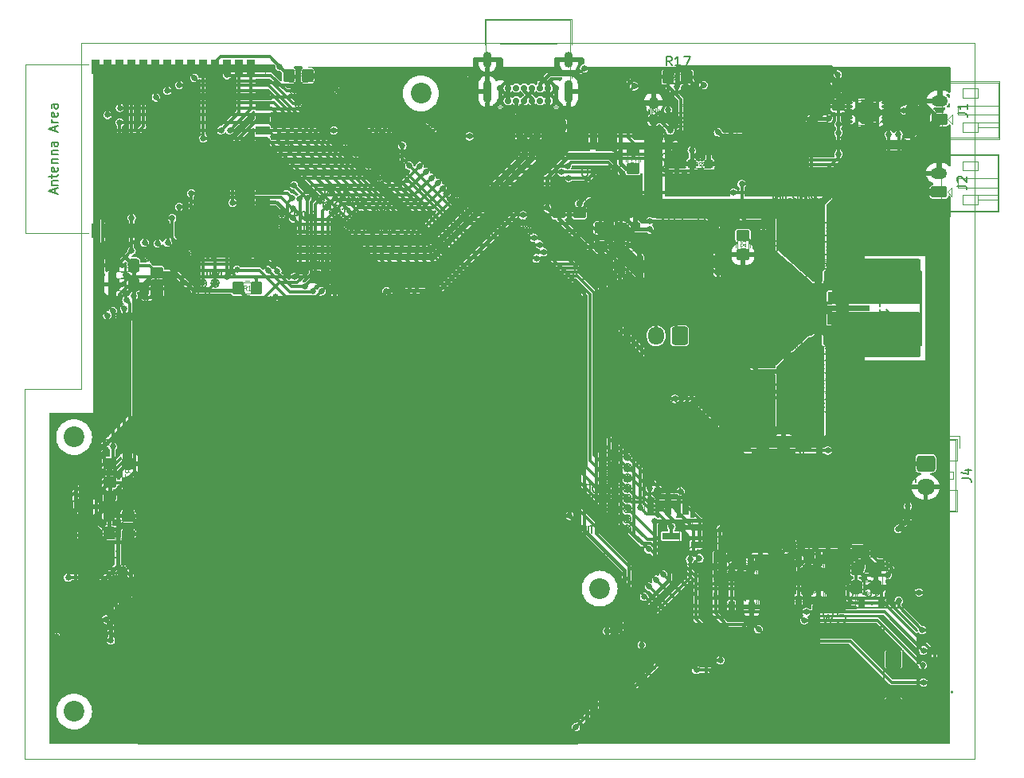
<source format=gbr>
G04 #@! TF.GenerationSoftware,KiCad,Pcbnew,7.0.7*
G04 #@! TF.CreationDate,2023-10-14T18:48:37-04:00*
G04 #@! TF.ProjectId,boardlock,626f6172-646c-46f6-936b-2e6b69636164,rev?*
G04 #@! TF.SameCoordinates,Original*
G04 #@! TF.FileFunction,AssemblyDrawing,Bot*
%FSLAX46Y46*%
G04 Gerber Fmt 4.6, Leading zero omitted, Abs format (unit mm)*
G04 Created by KiCad (PCBNEW 7.0.7) date 2023-10-14 18:48:37*
%MOMM*%
%LPD*%
G01*
G04 APERTURE LIST*
G04 Aperture macros list*
%AMRoundRect*
0 Rectangle with rounded corners*
0 $1 Rounding radius*
0 $2 $3 $4 $5 $6 $7 $8 $9 X,Y pos of 4 corners*
0 Add a 4 corners polygon primitive as box body*
4,1,4,$2,$3,$4,$5,$6,$7,$8,$9,$2,$3,0*
0 Add four circle primitives for the rounded corners*
1,1,$1+$1,$2,$3*
1,1,$1+$1,$4,$5*
1,1,$1+$1,$6,$7*
1,1,$1+$1,$8,$9*
0 Add four rect primitives between the rounded corners*
20,1,$1+$1,$2,$3,$4,$5,0*
20,1,$1+$1,$4,$5,$6,$7,0*
20,1,$1+$1,$6,$7,$8,$9,0*
20,1,$1+$1,$8,$9,$2,$3,0*%
G04 Aperture macros list end*
%ADD10C,0.080000*%
%ADD11C,0.060000*%
%ADD12C,0.120000*%
%ADD13C,0.075000*%
%ADD14C,0.100000*%
%ADD15C,0.127000*%
%ADD16C,0.200000*%
G04 #@! TA.AperFunction,SMDPad,CuDef*
%ADD17R,0.599999X1.500000*%
G04 #@! TD*
G04 #@! TA.AperFunction,SMDPad,CuDef*
%ADD18C,1.000000*%
G04 #@! TD*
G04 #@! TA.AperFunction,SMDPad,CuDef*
%ADD19RoundRect,0.237500X0.250000X0.237500X-0.250000X0.237500X-0.250000X-0.237500X0.250000X-0.237500X0*%
G04 #@! TD*
G04 #@! TA.AperFunction,SMDPad,CuDef*
%ADD20RoundRect,0.250000X-0.450000X0.350000X-0.450000X-0.350000X0.450000X-0.350000X0.450000X0.350000X0*%
G04 #@! TD*
G04 #@! TA.AperFunction,SMDPad,CuDef*
%ADD21RoundRect,0.250000X-0.350000X-0.450000X0.350000X-0.450000X0.350000X0.450000X-0.350000X0.450000X0*%
G04 #@! TD*
G04 #@! TA.AperFunction,SMDPad,CuDef*
%ADD22RoundRect,0.250000X0.650000X-0.412500X0.650000X0.412500X-0.650000X0.412500X-0.650000X-0.412500X0*%
G04 #@! TD*
G04 #@! TA.AperFunction,SMDPad,CuDef*
%ADD23RoundRect,0.250000X-0.337500X-0.475000X0.337500X-0.475000X0.337500X0.475000X-0.337500X0.475000X0*%
G04 #@! TD*
G04 #@! TA.AperFunction,SMDPad,CuDef*
%ADD24RoundRect,0.237500X0.237500X-0.300000X0.237500X0.300000X-0.237500X0.300000X-0.237500X-0.300000X0*%
G04 #@! TD*
G04 #@! TA.AperFunction,SMDPad,CuDef*
%ADD25R,0.800000X1.900000*%
G04 #@! TD*
G04 #@! TA.AperFunction,SMDPad,CuDef*
%ADD26RoundRect,0.087500X-0.437500X-0.087500X0.437500X-0.087500X0.437500X0.087500X-0.437500X0.087500X0*%
G04 #@! TD*
G04 #@! TA.AperFunction,SMDPad,CuDef*
%ADD27RoundRect,0.087500X-0.087500X-0.412500X0.087500X-0.412500X0.087500X0.412500X-0.087500X0.412500X0*%
G04 #@! TD*
G04 #@! TA.AperFunction,SMDPad,CuDef*
%ADD28RoundRect,0.087500X-0.087500X-0.462500X0.087500X-0.462500X0.087500X0.462500X-0.087500X0.462500X0*%
G04 #@! TD*
G04 #@! TA.AperFunction,SMDPad,CuDef*
%ADD29RoundRect,0.237500X-0.300000X-0.237500X0.300000X-0.237500X0.300000X0.237500X-0.300000X0.237500X0*%
G04 #@! TD*
G04 #@! TA.AperFunction,SMDPad,CuDef*
%ADD30R,0.650000X1.050000*%
G04 #@! TD*
G04 #@! TA.AperFunction,ComponentPad*
%ADD31RoundRect,0.250000X0.625000X-0.350000X0.625000X0.350000X-0.625000X0.350000X-0.625000X-0.350000X0*%
G04 #@! TD*
G04 #@! TA.AperFunction,ComponentPad*
%ADD32O,1.750000X1.200000*%
G04 #@! TD*
G04 #@! TA.AperFunction,SMDPad,CuDef*
%ADD33RoundRect,0.250000X-0.475000X0.337500X-0.475000X-0.337500X0.475000X-0.337500X0.475000X0.337500X0*%
G04 #@! TD*
G04 #@! TA.AperFunction,SMDPad,CuDef*
%ADD34R,1.790000X0.800000*%
G04 #@! TD*
G04 #@! TA.AperFunction,SMDPad,CuDef*
%ADD35R,1.500000X2.400000*%
G04 #@! TD*
G04 #@! TA.AperFunction,SMDPad,CuDef*
%ADD36R,1.900000X0.800000*%
G04 #@! TD*
G04 #@! TA.AperFunction,SMDPad,CuDef*
%ADD37RoundRect,0.249999X-1.425001X0.450001X-1.425001X-0.450001X1.425001X-0.450001X1.425001X0.450001X0*%
G04 #@! TD*
G04 #@! TA.AperFunction,SMDPad,CuDef*
%ADD38RoundRect,0.062500X0.375000X0.062500X-0.375000X0.062500X-0.375000X-0.062500X0.375000X-0.062500X0*%
G04 #@! TD*
G04 #@! TA.AperFunction,SMDPad,CuDef*
%ADD39RoundRect,0.062500X0.062500X0.375000X-0.062500X0.375000X-0.062500X-0.375000X0.062500X-0.375000X0*%
G04 #@! TD*
G04 #@! TA.AperFunction,SMDPad,CuDef*
%ADD40R,1.600000X1.600000*%
G04 #@! TD*
G04 #@! TA.AperFunction,SMDPad,CuDef*
%ADD41R,1.049999X0.240000*%
G04 #@! TD*
G04 #@! TA.AperFunction,SMDPad,CuDef*
%ADD42R,0.240000X0.999999*%
G04 #@! TD*
G04 #@! TA.AperFunction,SMDPad,CuDef*
%ADD43R,0.849998X1.050000*%
G04 #@! TD*
G04 #@! TA.AperFunction,SMDPad,CuDef*
%ADD44R,1.950000X0.349998*%
G04 #@! TD*
G04 #@! TA.AperFunction,SMDPad,CuDef*
%ADD45R,2.300000X0.349998*%
G04 #@! TD*
G04 #@! TA.AperFunction,SMDPad,CuDef*
%ADD46R,0.850000X1.150000*%
G04 #@! TD*
G04 #@! TA.AperFunction,SMDPad,CuDef*
%ADD47R,0.245000X1.099999*%
G04 #@! TD*
G04 #@! TA.AperFunction,SMDPad,CuDef*
%ADD48R,0.240000X1.099999*%
G04 #@! TD*
G04 #@! TA.AperFunction,SMDPad,CuDef*
%ADD49RoundRect,0.250000X0.450000X-0.350000X0.450000X0.350000X-0.450000X0.350000X-0.450000X-0.350000X0*%
G04 #@! TD*
G04 #@! TA.AperFunction,SMDPad,CuDef*
%ADD50R,0.200000X0.200000*%
G04 #@! TD*
G04 #@! TA.AperFunction,SMDPad,CuDef*
%ADD51O,0.850000X0.200000*%
G04 #@! TD*
G04 #@! TA.AperFunction,SMDPad,CuDef*
%ADD52R,0.400000X0.575000*%
G04 #@! TD*
G04 #@! TA.AperFunction,SMDPad,CuDef*
%ADD53R,0.400000X0.675000*%
G04 #@! TD*
G04 #@! TA.AperFunction,ComponentPad*
%ADD54C,0.600000*%
G04 #@! TD*
G04 #@! TA.AperFunction,SMDPad,CuDef*
%ADD55R,1.300000X0.975000*%
G04 #@! TD*
G04 #@! TA.AperFunction,SMDPad,CuDef*
%ADD56R,2.600000X1.950000*%
G04 #@! TD*
G04 #@! TA.AperFunction,SMDPad,CuDef*
%ADD57RoundRect,0.237500X-0.250000X-0.237500X0.250000X-0.237500X0.250000X0.237500X-0.250000X0.237500X0*%
G04 #@! TD*
G04 #@! TA.AperFunction,SMDPad,CuDef*
%ADD58R,1.500000X0.450000*%
G04 #@! TD*
G04 #@! TA.AperFunction,SMDPad,CuDef*
%ADD59R,0.650000X1.560000*%
G04 #@! TD*
G04 #@! TA.AperFunction,SMDPad,CuDef*
%ADD60R,3.500000X1.500000*%
G04 #@! TD*
G04 #@! TA.AperFunction,SMDPad,CuDef*
%ADD61R,1.500000X3.500000*%
G04 #@! TD*
G04 #@! TA.AperFunction,SMDPad,CuDef*
%ADD62RoundRect,0.250000X0.350000X0.450000X-0.350000X0.450000X-0.350000X-0.450000X0.350000X-0.450000X0*%
G04 #@! TD*
G04 #@! TA.AperFunction,SMDPad,CuDef*
%ADD63RoundRect,0.250000X0.475000X-0.337500X0.475000X0.337500X-0.475000X0.337500X-0.475000X-0.337500X0*%
G04 #@! TD*
G04 #@! TA.AperFunction,SMDPad,CuDef*
%ADD64RoundRect,0.008100X-0.411900X-0.126900X0.411900X-0.126900X0.411900X0.126900X-0.411900X0.126900X0*%
G04 #@! TD*
G04 #@! TA.AperFunction,SMDPad,CuDef*
%ADD65RoundRect,0.008100X0.126900X-0.411900X0.126900X0.411900X-0.126900X0.411900X-0.126900X-0.411900X0*%
G04 #@! TD*
G04 #@! TA.AperFunction,SMDPad,CuDef*
%ADD66R,1.100000X1.100000*%
G04 #@! TD*
G04 #@! TA.AperFunction,SMDPad,CuDef*
%ADD67R,0.900000X1.500000*%
G04 #@! TD*
G04 #@! TA.AperFunction,SMDPad,CuDef*
%ADD68R,1.500000X0.900000*%
G04 #@! TD*
G04 #@! TA.AperFunction,SMDPad,CuDef*
%ADD69R,0.900000X0.900000*%
G04 #@! TD*
G04 #@! TA.AperFunction,SMDPad,CuDef*
%ADD70R,3.251200X2.489200*%
G04 #@! TD*
G04 #@! TA.AperFunction,SMDPad,CuDef*
%ADD71R,1.550000X1.600000*%
G04 #@! TD*
G04 #@! TA.AperFunction,SMDPad,CuDef*
%ADD72RoundRect,0.250000X0.337500X0.475000X-0.337500X0.475000X-0.337500X-0.475000X0.337500X-0.475000X0*%
G04 #@! TD*
G04 #@! TA.AperFunction,SMDPad,CuDef*
%ADD73RoundRect,0.250000X0.325000X0.450000X-0.325000X0.450000X-0.325000X-0.450000X0.325000X-0.450000X0*%
G04 #@! TD*
G04 #@! TA.AperFunction,SMDPad,CuDef*
%ADD74RoundRect,0.225000X0.225000X0.375000X-0.225000X0.375000X-0.225000X-0.375000X0.225000X-0.375000X0*%
G04 #@! TD*
G04 #@! TA.AperFunction,SMDPad,CuDef*
%ADD75RoundRect,0.250000X0.300000X-0.300000X0.300000X0.300000X-0.300000X0.300000X-0.300000X-0.300000X0*%
G04 #@! TD*
G04 #@! TA.AperFunction,ComponentPad*
%ADD76RoundRect,0.250000X-0.725000X0.600000X-0.725000X-0.600000X0.725000X-0.600000X0.725000X0.600000X0*%
G04 #@! TD*
G04 #@! TA.AperFunction,ComponentPad*
%ADD77O,1.950000X1.700000*%
G04 #@! TD*
G04 #@! TA.AperFunction,ComponentPad*
%ADD78RoundRect,0.250000X0.600000X0.725000X-0.600000X0.725000X-0.600000X-0.725000X0.600000X-0.725000X0*%
G04 #@! TD*
G04 #@! TA.AperFunction,ComponentPad*
%ADD79O,1.700000X1.950000*%
G04 #@! TD*
G04 #@! TA.AperFunction,SMDPad,CuDef*
%ADD80RoundRect,0.237500X-0.237500X0.300000X-0.237500X-0.300000X0.237500X-0.300000X0.237500X0.300000X0*%
G04 #@! TD*
G04 #@! TA.AperFunction,ComponentPad*
%ADD81C,0.700000*%
G04 #@! TD*
G04 #@! TA.AperFunction,ComponentPad*
%ADD82O,0.900000X1.700000*%
G04 #@! TD*
G04 #@! TA.AperFunction,ComponentPad*
%ADD83O,0.900000X2.400000*%
G04 #@! TD*
G04 #@! TA.AperFunction,ViaPad*
%ADD84C,0.635000*%
G04 #@! TD*
G04 #@! TA.AperFunction,ViaPad*
%ADD85C,1.524000*%
G04 #@! TD*
G04 #@! TA.AperFunction,ViaPad*
%ADD86C,0.508000*%
G04 #@! TD*
G04 #@! TA.AperFunction,Conductor*
%ADD87C,0.635000*%
G04 #@! TD*
G04 #@! TA.AperFunction,Conductor*
%ADD88C,0.304800*%
G04 #@! TD*
G04 #@! TA.AperFunction,Conductor*
%ADD89C,0.381000*%
G04 #@! TD*
G04 #@! TA.AperFunction,Conductor*
%ADD90C,0.508000*%
G04 #@! TD*
G04 #@! TA.AperFunction,Conductor*
%ADD91C,0.762000*%
G04 #@! TD*
G04 #@! TA.AperFunction,Conductor*
%ADD92C,1.016000*%
G04 #@! TD*
G04 #@! TA.AperFunction,Conductor*
%ADD93C,0.203200*%
G04 #@! TD*
G04 #@! TA.AperFunction,SMDPad,CuDef*
%ADD94RoundRect,0.237500X0.237500X-0.250000X0.237500X0.250000X-0.237500X0.250000X-0.237500X-0.250000X0*%
G04 #@! TD*
G04 #@! TA.AperFunction,SMDPad,CuDef*
%ADD95RoundRect,0.250001X1.074999X-0.462499X1.074999X0.462499X-1.074999X0.462499X-1.074999X-0.462499X0*%
G04 #@! TD*
G04 #@! TA.AperFunction,SMDPad,CuDef*
%ADD96R,1.100000X0.700000*%
G04 #@! TD*
G04 #@! TA.AperFunction,SMDPad,CuDef*
%ADD97R,0.930000X0.900000*%
G04 #@! TD*
G04 #@! TA.AperFunction,SMDPad,CuDef*
%ADD98R,0.780000X1.050000*%
G04 #@! TD*
G04 #@! TA.AperFunction,SMDPad,CuDef*
%ADD99R,1.830000X1.140000*%
G04 #@! TD*
G04 #@! TA.AperFunction,SMDPad,CuDef*
%ADD100R,2.800000X0.860000*%
G04 #@! TD*
G04 #@! TA.AperFunction,SMDPad,CuDef*
%ADD101R,3.330000X0.700000*%
G04 #@! TD*
G04 #@! TA.AperFunction,SMDPad,CuDef*
%ADD102RoundRect,0.150000X0.512500X0.150000X-0.512500X0.150000X-0.512500X-0.150000X0.512500X-0.150000X0*%
G04 #@! TD*
%ADD103C,0.010000*%
%ADD104R,0.599999X1.500000*%
%ADD105RoundRect,0.237500X0.250000X0.237500X-0.250000X0.237500X-0.250000X-0.237500X0.250000X-0.237500X0*%
%ADD106RoundRect,0.250000X-0.450000X0.350000X-0.450000X-0.350000X0.450000X-0.350000X0.450000X0.350000X0*%
%ADD107RoundRect,0.250000X-0.350000X-0.450000X0.350000X-0.450000X0.350000X0.450000X-0.350000X0.450000X0*%
%ADD108RoundRect,0.250000X0.650000X-0.412500X0.650000X0.412500X-0.650000X0.412500X-0.650000X-0.412500X0*%
%ADD109RoundRect,0.250000X-0.337500X-0.475000X0.337500X-0.475000X0.337500X0.475000X-0.337500X0.475000X0*%
%ADD110RoundRect,0.237500X0.237500X-0.300000X0.237500X0.300000X-0.237500X0.300000X-0.237500X-0.300000X0*%
%ADD111R,0.800000X1.900000*%
%ADD112RoundRect,0.087500X-0.437500X-0.087500X0.437500X-0.087500X0.437500X0.087500X-0.437500X0.087500X0*%
%ADD113RoundRect,0.087500X-0.087500X-0.412500X0.087500X-0.412500X0.087500X0.412500X-0.087500X0.412500X0*%
%ADD114RoundRect,0.087500X-0.087500X-0.462500X0.087500X-0.462500X0.087500X0.462500X-0.087500X0.462500X0*%
%ADD115RoundRect,0.237500X-0.300000X-0.237500X0.300000X-0.237500X0.300000X0.237500X-0.300000X0.237500X0*%
%ADD116R,0.650000X1.050000*%
%ADD117RoundRect,0.250000X-0.475000X0.337500X-0.475000X-0.337500X0.475000X-0.337500X0.475000X0.337500X0*%
%ADD118R,1.790000X0.800000*%
%ADD119R,1.500000X2.400000*%
%ADD120R,1.900000X0.800000*%
%ADD121RoundRect,0.249999X-1.425001X0.450001X-1.425001X-0.450001X1.425001X-0.450001X1.425001X0.450001X0*%
%ADD122RoundRect,0.160000X0.160000X0.160000X-0.160000X0.160000X-0.160000X-0.160000X0.160000X-0.160000X0*%
%ADD123RoundRect,0.062500X0.375000X0.062500X-0.375000X0.062500X-0.375000X-0.062500X0.375000X-0.062500X0*%
%ADD124RoundRect,0.062500X0.062500X0.375000X-0.062500X0.375000X-0.062500X-0.375000X0.062500X-0.375000X0*%
%ADD125R,1.049999X0.240000*%
%ADD126R,0.240000X0.999999*%
%ADD127R,0.849998X1.050000*%
%ADD128R,0.850000X1.150000*%
%ADD129R,0.245000X1.099999*%
%ADD130R,0.240000X1.099999*%
%ADD131RoundRect,0.250000X0.450000X-0.350000X0.450000X0.350000X-0.450000X0.350000X-0.450000X-0.350000X0*%
%ADD132R,0.200000X0.200000*%
%ADD133O,0.850000X0.200000*%
%ADD134R,0.400000X0.575000*%
%ADD135R,1.100000X0.775000*%
%ADD136RoundRect,0.237500X-0.250000X-0.237500X0.250000X-0.237500X0.250000X0.237500X-0.250000X0.237500X0*%
%ADD137R,1.500000X0.450000*%
%ADD138R,0.650000X1.560000*%
%ADD139R,0.720000X0.580000*%
%ADD140R,0.580000X0.720000*%
%ADD141RoundRect,0.250000X0.350000X0.450000X-0.350000X0.450000X-0.350000X-0.450000X0.350000X-0.450000X0*%
%ADD142RoundRect,0.250000X0.475000X-0.337500X0.475000X0.337500X-0.475000X0.337500X-0.475000X-0.337500X0*%
%ADD143RoundRect,0.008100X-0.411900X-0.126900X0.411900X-0.126900X0.411900X0.126900X-0.411900X0.126900X0*%
%ADD144RoundRect,0.008100X0.126900X-0.411900X0.126900X0.411900X-0.126900X0.411900X-0.126900X-0.411900X0*%
%ADD145R,0.900000X1.500000*%
%ADD146R,1.500000X0.900000*%
%ADD147R,0.900000X0.900000*%
%ADD148R,3.251200X2.489200*%
%ADD149R,1.550000X1.600000*%
%ADD150RoundRect,0.250000X0.337500X0.475000X-0.337500X0.475000X-0.337500X-0.475000X0.337500X-0.475000X0*%
%ADD151RoundRect,0.250000X0.325000X0.450000X-0.325000X0.450000X-0.325000X-0.450000X0.325000X-0.450000X0*%
%ADD152RoundRect,0.225000X0.225000X0.375000X-0.225000X0.375000X-0.225000X-0.375000X0.225000X-0.375000X0*%
%ADD153RoundRect,0.250000X0.300000X-0.300000X0.300000X0.300000X-0.300000X0.300000X-0.300000X-0.300000X0*%
%ADD154RoundRect,0.237500X-0.237500X0.300000X-0.237500X-0.300000X0.237500X-0.300000X0.237500X0.300000X0*%
%ADD155RoundRect,0.237500X0.237500X-0.250000X0.237500X0.250000X-0.237500X0.250000X-0.237500X-0.250000X0*%
%ADD156RoundRect,0.250001X1.074999X-0.462499X1.074999X0.462499X-1.074999X0.462499X-1.074999X-0.462499X0*%
%ADD157R,1.100000X0.700000*%
%ADD158R,0.930000X0.900000*%
%ADD159R,0.780000X1.050000*%
%ADD160R,1.830000X1.140000*%
%ADD161R,2.800000X0.860000*%
%ADD162R,3.330000X0.700000*%
%ADD163RoundRect,0.150000X0.512500X0.150000X-0.512500X0.150000X-0.512500X-0.150000X0.512500X-0.150000X0*%
%ADD164C,0.150000*%
%ADD165C,0.317500*%
%ADD166C,0.254000*%
%ADD167C,0.203200*%
%ADD168C,0.152400*%
%ADD169C,1.000000*%
%ADD170RoundRect,0.250000X0.625000X-0.350000X0.625000X0.350000X-0.625000X0.350000X-0.625000X-0.350000X0*%
%ADD171O,1.750000X1.200000*%
%ADD172C,2.200000*%
%ADD173R,1.600000X1.600000*%
%ADD174R,1.950000X0.349998*%
%ADD175R,2.300000X0.349998*%
%ADD176RoundRect,0.050000X0.100000X0.100000X-0.100000X0.100000X-0.100000X-0.100000X0.100000X-0.100000X0*%
%ADD177O,0.950000X0.300000*%
%ADD178R,0.400000X0.675000*%
%ADD179R,2.600000X1.950000*%
%ADD180RoundRect,0.000001X1.750000X0.750000X-1.750000X0.750000X-1.750000X-0.750000X1.750000X-0.750000X0*%
%ADD181RoundRect,0.000001X0.750000X1.750000X-0.750000X1.750000X-0.750000X-1.750000X0.750000X-1.750000X0*%
%ADD182RoundRect,0.110100X-0.411900X-0.126900X0.411900X-0.126900X0.411900X0.126900X-0.411900X0.126900X0*%
%ADD183RoundRect,0.110100X0.126900X-0.411900X0.126900X0.411900X-0.126900X0.411900X-0.126900X-0.411900X0*%
%ADD184RoundRect,0.102000X-0.550000X-0.550000X0.550000X-0.550000X0.550000X0.550000X-0.550000X0.550000X0*%
%ADD185RoundRect,0.102000X-0.775000X-0.800000X0.775000X-0.800000X0.775000X0.800000X-0.775000X0.800000X0*%
%ADD186RoundRect,0.250000X-0.725000X0.600000X-0.725000X-0.600000X0.725000X-0.600000X0.725000X0.600000X0*%
%ADD187O,1.950000X1.700000*%
%ADD188RoundRect,0.250000X0.600000X0.725000X-0.600000X0.725000X-0.600000X-0.725000X0.600000X-0.725000X0*%
%ADD189O,1.700000X1.950000*%
%ADD190C,0.700000*%
%ADD191O,0.900000X1.700000*%
%ADD192O,0.900000X2.400000*%
%ADD193C,0.635000*%
%ADD194C,1.524000*%
%ADD195C,0.508000*%
%ADD196C,0.300000*%
%ADD197RoundRect,0.076200X0.550000X-0.350000X0.550000X0.350000X-0.550000X0.350000X-0.550000X-0.350000X0*%
%ADD198RoundRect,0.076200X0.465000X-0.450000X0.465000X0.450000X-0.465000X0.450000X-0.465000X-0.450000X0*%
%ADD199RoundRect,0.076200X0.390000X-0.525000X0.390000X0.525000X-0.390000X0.525000X-0.390000X-0.525000X0*%
%ADD200RoundRect,0.076200X0.915000X-0.570000X0.915000X0.570000X-0.915000X0.570000X-0.915000X-0.570000X0*%
%ADD201RoundRect,0.076200X1.400000X-0.430000X1.400000X0.430000X-1.400000X0.430000X-1.400000X-0.430000X0*%
%ADD202RoundRect,0.076200X1.665000X-0.350000X1.665000X0.350000X-1.665000X0.350000X-1.665000X-0.350000X0*%
G04 #@! TA.AperFunction,Profile*
%ADD203C,0.100000*%
G04 #@! TD*
%ADD204C,0.110000*%
%ADD205C,0.025400*%
G04 APERTURE END LIST*
D10*
X116387149Y-110166666D02*
X116149054Y-110000000D01*
X116387149Y-109880952D02*
X115887149Y-109880952D01*
X115887149Y-109880952D02*
X115887149Y-110071428D01*
X115887149Y-110071428D02*
X115910959Y-110119047D01*
X115910959Y-110119047D02*
X115934768Y-110142857D01*
X115934768Y-110142857D02*
X115982387Y-110166666D01*
X115982387Y-110166666D02*
X116053816Y-110166666D01*
X116053816Y-110166666D02*
X116101435Y-110142857D01*
X116101435Y-110142857D02*
X116125244Y-110119047D01*
X116125244Y-110119047D02*
X116149054Y-110071428D01*
X116149054Y-110071428D02*
X116149054Y-109880952D01*
X115887149Y-110595238D02*
X115887149Y-110500000D01*
X115887149Y-110500000D02*
X115910959Y-110452381D01*
X115910959Y-110452381D02*
X115934768Y-110428571D01*
X115934768Y-110428571D02*
X116006197Y-110380952D01*
X116006197Y-110380952D02*
X116101435Y-110357143D01*
X116101435Y-110357143D02*
X116291911Y-110357143D01*
X116291911Y-110357143D02*
X116339530Y-110380952D01*
X116339530Y-110380952D02*
X116363340Y-110404762D01*
X116363340Y-110404762D02*
X116387149Y-110452381D01*
X116387149Y-110452381D02*
X116387149Y-110547619D01*
X116387149Y-110547619D02*
X116363340Y-110595238D01*
X116363340Y-110595238D02*
X116339530Y-110619047D01*
X116339530Y-110619047D02*
X116291911Y-110642857D01*
X116291911Y-110642857D02*
X116172863Y-110642857D01*
X116172863Y-110642857D02*
X116125244Y-110619047D01*
X116125244Y-110619047D02*
X116101435Y-110595238D01*
X116101435Y-110595238D02*
X116077625Y-110547619D01*
X116077625Y-110547619D02*
X116077625Y-110452381D01*
X116077625Y-110452381D02*
X116101435Y-110404762D01*
X116101435Y-110404762D02*
X116125244Y-110380952D01*
X116125244Y-110380952D02*
X116172863Y-110357143D01*
X178915428Y-134672530D02*
X178939237Y-134696340D01*
X178939237Y-134696340D02*
X179010666Y-134720149D01*
X179010666Y-134720149D02*
X179058285Y-134720149D01*
X179058285Y-134720149D02*
X179129713Y-134696340D01*
X179129713Y-134696340D02*
X179177332Y-134648720D01*
X179177332Y-134648720D02*
X179201142Y-134601101D01*
X179201142Y-134601101D02*
X179224951Y-134505863D01*
X179224951Y-134505863D02*
X179224951Y-134434435D01*
X179224951Y-134434435D02*
X179201142Y-134339197D01*
X179201142Y-134339197D02*
X179177332Y-134291578D01*
X179177332Y-134291578D02*
X179129713Y-134243959D01*
X179129713Y-134243959D02*
X179058285Y-134220149D01*
X179058285Y-134220149D02*
X179010666Y-134220149D01*
X179010666Y-134220149D02*
X178939237Y-134243959D01*
X178939237Y-134243959D02*
X178915428Y-134267768D01*
X178748761Y-134220149D02*
X178439237Y-134220149D01*
X178439237Y-134220149D02*
X178605904Y-134410625D01*
X178605904Y-134410625D02*
X178534475Y-134410625D01*
X178534475Y-134410625D02*
X178486856Y-134434435D01*
X178486856Y-134434435D02*
X178463047Y-134458244D01*
X178463047Y-134458244D02*
X178439237Y-134505863D01*
X178439237Y-134505863D02*
X178439237Y-134624911D01*
X178439237Y-134624911D02*
X178463047Y-134672530D01*
X178463047Y-134672530D02*
X178486856Y-134696340D01*
X178486856Y-134696340D02*
X178534475Y-134720149D01*
X178534475Y-134720149D02*
X178677332Y-134720149D01*
X178677332Y-134720149D02*
X178724951Y-134696340D01*
X178724951Y-134696340D02*
X178748761Y-134672530D01*
X178010666Y-134386816D02*
X178010666Y-134720149D01*
X178129714Y-134196340D02*
X178248761Y-134553482D01*
X178248761Y-134553482D02*
X177939238Y-134553482D01*
X157496628Y-73252149D02*
X157663294Y-73014054D01*
X157782342Y-73252149D02*
X157782342Y-72752149D01*
X157782342Y-72752149D02*
X157591866Y-72752149D01*
X157591866Y-72752149D02*
X157544247Y-72775959D01*
X157544247Y-72775959D02*
X157520437Y-72799768D01*
X157520437Y-72799768D02*
X157496628Y-72847387D01*
X157496628Y-72847387D02*
X157496628Y-72918816D01*
X157496628Y-72918816D02*
X157520437Y-72966435D01*
X157520437Y-72966435D02*
X157544247Y-72990244D01*
X157544247Y-72990244D02*
X157591866Y-73014054D01*
X157591866Y-73014054D02*
X157782342Y-73014054D01*
X157068056Y-72918816D02*
X157068056Y-73252149D01*
X157187104Y-72728340D02*
X157306151Y-73085482D01*
X157306151Y-73085482D02*
X156996628Y-73085482D01*
X156853771Y-72752149D02*
X156544247Y-72752149D01*
X156544247Y-72752149D02*
X156710914Y-72942625D01*
X156710914Y-72942625D02*
X156639485Y-72942625D01*
X156639485Y-72942625D02*
X156591866Y-72966435D01*
X156591866Y-72966435D02*
X156568057Y-72990244D01*
X156568057Y-72990244D02*
X156544247Y-73037863D01*
X156544247Y-73037863D02*
X156544247Y-73156911D01*
X156544247Y-73156911D02*
X156568057Y-73204530D01*
X156568057Y-73204530D02*
X156591866Y-73228340D01*
X156591866Y-73228340D02*
X156639485Y-73252149D01*
X156639485Y-73252149D02*
X156782342Y-73252149D01*
X156782342Y-73252149D02*
X156829961Y-73228340D01*
X156829961Y-73228340D02*
X156853771Y-73204530D01*
X180153428Y-90603530D02*
X180177237Y-90627340D01*
X180177237Y-90627340D02*
X180248666Y-90651149D01*
X180248666Y-90651149D02*
X180296285Y-90651149D01*
X180296285Y-90651149D02*
X180367713Y-90627340D01*
X180367713Y-90627340D02*
X180415332Y-90579720D01*
X180415332Y-90579720D02*
X180439142Y-90532101D01*
X180439142Y-90532101D02*
X180462951Y-90436863D01*
X180462951Y-90436863D02*
X180462951Y-90365435D01*
X180462951Y-90365435D02*
X180439142Y-90270197D01*
X180439142Y-90270197D02*
X180415332Y-90222578D01*
X180415332Y-90222578D02*
X180367713Y-90174959D01*
X180367713Y-90174959D02*
X180296285Y-90151149D01*
X180296285Y-90151149D02*
X180248666Y-90151149D01*
X180248666Y-90151149D02*
X180177237Y-90174959D01*
X180177237Y-90174959D02*
X180153428Y-90198768D01*
X179962951Y-90198768D02*
X179939142Y-90174959D01*
X179939142Y-90174959D02*
X179891523Y-90151149D01*
X179891523Y-90151149D02*
X179772475Y-90151149D01*
X179772475Y-90151149D02*
X179724856Y-90174959D01*
X179724856Y-90174959D02*
X179701047Y-90198768D01*
X179701047Y-90198768D02*
X179677237Y-90246387D01*
X179677237Y-90246387D02*
X179677237Y-90294006D01*
X179677237Y-90294006D02*
X179701047Y-90365435D01*
X179701047Y-90365435D02*
X179986761Y-90651149D01*
X179986761Y-90651149D02*
X179677237Y-90651149D01*
X179391523Y-90365435D02*
X179439142Y-90341625D01*
X179439142Y-90341625D02*
X179462952Y-90317816D01*
X179462952Y-90317816D02*
X179486761Y-90270197D01*
X179486761Y-90270197D02*
X179486761Y-90246387D01*
X179486761Y-90246387D02*
X179462952Y-90198768D01*
X179462952Y-90198768D02*
X179439142Y-90174959D01*
X179439142Y-90174959D02*
X179391523Y-90151149D01*
X179391523Y-90151149D02*
X179296285Y-90151149D01*
X179296285Y-90151149D02*
X179248666Y-90174959D01*
X179248666Y-90174959D02*
X179224857Y-90198768D01*
X179224857Y-90198768D02*
X179201047Y-90246387D01*
X179201047Y-90246387D02*
X179201047Y-90270197D01*
X179201047Y-90270197D02*
X179224857Y-90317816D01*
X179224857Y-90317816D02*
X179248666Y-90341625D01*
X179248666Y-90341625D02*
X179296285Y-90365435D01*
X179296285Y-90365435D02*
X179391523Y-90365435D01*
X179391523Y-90365435D02*
X179439142Y-90389244D01*
X179439142Y-90389244D02*
X179462952Y-90413054D01*
X179462952Y-90413054D02*
X179486761Y-90460673D01*
X179486761Y-90460673D02*
X179486761Y-90555911D01*
X179486761Y-90555911D02*
X179462952Y-90603530D01*
X179462952Y-90603530D02*
X179439142Y-90627340D01*
X179439142Y-90627340D02*
X179391523Y-90651149D01*
X179391523Y-90651149D02*
X179296285Y-90651149D01*
X179296285Y-90651149D02*
X179248666Y-90627340D01*
X179248666Y-90627340D02*
X179224857Y-90603530D01*
X179224857Y-90603530D02*
X179201047Y-90555911D01*
X179201047Y-90555911D02*
X179201047Y-90460673D01*
X179201047Y-90460673D02*
X179224857Y-90413054D01*
X179224857Y-90413054D02*
X179248666Y-90389244D01*
X179248666Y-90389244D02*
X179296285Y-90365435D01*
X118347149Y-110176666D02*
X118109054Y-110010000D01*
X118347149Y-109890952D02*
X117847149Y-109890952D01*
X117847149Y-109890952D02*
X117847149Y-110081428D01*
X117847149Y-110081428D02*
X117870959Y-110129047D01*
X117870959Y-110129047D02*
X117894768Y-110152857D01*
X117894768Y-110152857D02*
X117942387Y-110176666D01*
X117942387Y-110176666D02*
X118013816Y-110176666D01*
X118013816Y-110176666D02*
X118061435Y-110152857D01*
X118061435Y-110152857D02*
X118085244Y-110129047D01*
X118085244Y-110129047D02*
X118109054Y-110081428D01*
X118109054Y-110081428D02*
X118109054Y-109890952D01*
X117847149Y-110343333D02*
X117847149Y-110676666D01*
X117847149Y-110676666D02*
X118347149Y-110462381D01*
X196908928Y-122569530D02*
X196932737Y-122593340D01*
X196932737Y-122593340D02*
X197004166Y-122617149D01*
X197004166Y-122617149D02*
X197051785Y-122617149D01*
X197051785Y-122617149D02*
X197123213Y-122593340D01*
X197123213Y-122593340D02*
X197170832Y-122545720D01*
X197170832Y-122545720D02*
X197194642Y-122498101D01*
X197194642Y-122498101D02*
X197218451Y-122402863D01*
X197218451Y-122402863D02*
X197218451Y-122331435D01*
X197218451Y-122331435D02*
X197194642Y-122236197D01*
X197194642Y-122236197D02*
X197170832Y-122188578D01*
X197170832Y-122188578D02*
X197123213Y-122140959D01*
X197123213Y-122140959D02*
X197051785Y-122117149D01*
X197051785Y-122117149D02*
X197004166Y-122117149D01*
X197004166Y-122117149D02*
X196932737Y-122140959D01*
X196932737Y-122140959D02*
X196908928Y-122164768D01*
X196742261Y-122117149D02*
X196432737Y-122117149D01*
X196432737Y-122117149D02*
X196599404Y-122307625D01*
X196599404Y-122307625D02*
X196527975Y-122307625D01*
X196527975Y-122307625D02*
X196480356Y-122331435D01*
X196480356Y-122331435D02*
X196456547Y-122355244D01*
X196456547Y-122355244D02*
X196432737Y-122402863D01*
X196432737Y-122402863D02*
X196432737Y-122521911D01*
X196432737Y-122521911D02*
X196456547Y-122569530D01*
X196456547Y-122569530D02*
X196480356Y-122593340D01*
X196480356Y-122593340D02*
X196527975Y-122617149D01*
X196527975Y-122617149D02*
X196670832Y-122617149D01*
X196670832Y-122617149D02*
X196718451Y-122593340D01*
X196718451Y-122593340D02*
X196742261Y-122569530D01*
X196266071Y-122117149D02*
X195956547Y-122117149D01*
X195956547Y-122117149D02*
X196123214Y-122307625D01*
X196123214Y-122307625D02*
X196051785Y-122307625D01*
X196051785Y-122307625D02*
X196004166Y-122331435D01*
X196004166Y-122331435D02*
X195980357Y-122355244D01*
X195980357Y-122355244D02*
X195956547Y-122402863D01*
X195956547Y-122402863D02*
X195956547Y-122521911D01*
X195956547Y-122521911D02*
X195980357Y-122569530D01*
X195980357Y-122569530D02*
X196004166Y-122593340D01*
X196004166Y-122593340D02*
X196051785Y-122617149D01*
X196051785Y-122617149D02*
X196194642Y-122617149D01*
X196194642Y-122617149D02*
X196242261Y-122593340D01*
X196242261Y-122593340D02*
X196266071Y-122569530D01*
X196968928Y-120667149D02*
X197135594Y-120429054D01*
X197254642Y-120667149D02*
X197254642Y-120167149D01*
X197254642Y-120167149D02*
X197064166Y-120167149D01*
X197064166Y-120167149D02*
X197016547Y-120190959D01*
X197016547Y-120190959D02*
X196992737Y-120214768D01*
X196992737Y-120214768D02*
X196968928Y-120262387D01*
X196968928Y-120262387D02*
X196968928Y-120333816D01*
X196968928Y-120333816D02*
X196992737Y-120381435D01*
X196992737Y-120381435D02*
X197016547Y-120405244D01*
X197016547Y-120405244D02*
X197064166Y-120429054D01*
X197064166Y-120429054D02*
X197254642Y-120429054D01*
X196540356Y-120333816D02*
X196540356Y-120667149D01*
X196659404Y-120143340D02*
X196778451Y-120500482D01*
X196778451Y-120500482D02*
X196468928Y-120500482D01*
X196207023Y-120381435D02*
X196254642Y-120357625D01*
X196254642Y-120357625D02*
X196278452Y-120333816D01*
X196278452Y-120333816D02*
X196302261Y-120286197D01*
X196302261Y-120286197D02*
X196302261Y-120262387D01*
X196302261Y-120262387D02*
X196278452Y-120214768D01*
X196278452Y-120214768D02*
X196254642Y-120190959D01*
X196254642Y-120190959D02*
X196207023Y-120167149D01*
X196207023Y-120167149D02*
X196111785Y-120167149D01*
X196111785Y-120167149D02*
X196064166Y-120190959D01*
X196064166Y-120190959D02*
X196040357Y-120214768D01*
X196040357Y-120214768D02*
X196016547Y-120262387D01*
X196016547Y-120262387D02*
X196016547Y-120286197D01*
X196016547Y-120286197D02*
X196040357Y-120333816D01*
X196040357Y-120333816D02*
X196064166Y-120357625D01*
X196064166Y-120357625D02*
X196111785Y-120381435D01*
X196111785Y-120381435D02*
X196207023Y-120381435D01*
X196207023Y-120381435D02*
X196254642Y-120405244D01*
X196254642Y-120405244D02*
X196278452Y-120429054D01*
X196278452Y-120429054D02*
X196302261Y-120476673D01*
X196302261Y-120476673D02*
X196302261Y-120571911D01*
X196302261Y-120571911D02*
X196278452Y-120619530D01*
X196278452Y-120619530D02*
X196254642Y-120643340D01*
X196254642Y-120643340D02*
X196207023Y-120667149D01*
X196207023Y-120667149D02*
X196111785Y-120667149D01*
X196111785Y-120667149D02*
X196064166Y-120643340D01*
X196064166Y-120643340D02*
X196040357Y-120619530D01*
X196040357Y-120619530D02*
X196016547Y-120571911D01*
X196016547Y-120571911D02*
X196016547Y-120476673D01*
X196016547Y-120476673D02*
X196040357Y-120429054D01*
X196040357Y-120429054D02*
X196064166Y-120405244D01*
X196064166Y-120405244D02*
X196111785Y-120381435D01*
X197008928Y-118767149D02*
X197175594Y-118529054D01*
X197294642Y-118767149D02*
X197294642Y-118267149D01*
X197294642Y-118267149D02*
X197104166Y-118267149D01*
X197104166Y-118267149D02*
X197056547Y-118290959D01*
X197056547Y-118290959D02*
X197032737Y-118314768D01*
X197032737Y-118314768D02*
X197008928Y-118362387D01*
X197008928Y-118362387D02*
X197008928Y-118433816D01*
X197008928Y-118433816D02*
X197032737Y-118481435D01*
X197032737Y-118481435D02*
X197056547Y-118505244D01*
X197056547Y-118505244D02*
X197104166Y-118529054D01*
X197104166Y-118529054D02*
X197294642Y-118529054D01*
X196580356Y-118433816D02*
X196580356Y-118767149D01*
X196699404Y-118243340D02*
X196818451Y-118600482D01*
X196818451Y-118600482D02*
X196508928Y-118600482D01*
X196104166Y-118267149D02*
X196199404Y-118267149D01*
X196199404Y-118267149D02*
X196247023Y-118290959D01*
X196247023Y-118290959D02*
X196270833Y-118314768D01*
X196270833Y-118314768D02*
X196318452Y-118386197D01*
X196318452Y-118386197D02*
X196342261Y-118481435D01*
X196342261Y-118481435D02*
X196342261Y-118671911D01*
X196342261Y-118671911D02*
X196318452Y-118719530D01*
X196318452Y-118719530D02*
X196294642Y-118743340D01*
X196294642Y-118743340D02*
X196247023Y-118767149D01*
X196247023Y-118767149D02*
X196151785Y-118767149D01*
X196151785Y-118767149D02*
X196104166Y-118743340D01*
X196104166Y-118743340D02*
X196080357Y-118719530D01*
X196080357Y-118719530D02*
X196056547Y-118671911D01*
X196056547Y-118671911D02*
X196056547Y-118552863D01*
X196056547Y-118552863D02*
X196080357Y-118505244D01*
X196080357Y-118505244D02*
X196104166Y-118481435D01*
X196104166Y-118481435D02*
X196151785Y-118457625D01*
X196151785Y-118457625D02*
X196247023Y-118457625D01*
X196247023Y-118457625D02*
X196294642Y-118481435D01*
X196294642Y-118481435D02*
X196318452Y-118505244D01*
X196318452Y-118505244D02*
X196342261Y-118552863D01*
X164184149Y-81212571D02*
X163946054Y-81045905D01*
X164184149Y-80926857D02*
X163684149Y-80926857D01*
X163684149Y-80926857D02*
X163684149Y-81117333D01*
X163684149Y-81117333D02*
X163707959Y-81164952D01*
X163707959Y-81164952D02*
X163731768Y-81188762D01*
X163731768Y-81188762D02*
X163779387Y-81212571D01*
X163779387Y-81212571D02*
X163850816Y-81212571D01*
X163850816Y-81212571D02*
X163898435Y-81188762D01*
X163898435Y-81188762D02*
X163922244Y-81164952D01*
X163922244Y-81164952D02*
X163946054Y-81117333D01*
X163946054Y-81117333D02*
X163946054Y-80926857D01*
X163684149Y-81379238D02*
X163684149Y-81688762D01*
X163684149Y-81688762D02*
X163874625Y-81522095D01*
X163874625Y-81522095D02*
X163874625Y-81593524D01*
X163874625Y-81593524D02*
X163898435Y-81641143D01*
X163898435Y-81641143D02*
X163922244Y-81664952D01*
X163922244Y-81664952D02*
X163969863Y-81688762D01*
X163969863Y-81688762D02*
X164088911Y-81688762D01*
X164088911Y-81688762D02*
X164136530Y-81664952D01*
X164136530Y-81664952D02*
X164160340Y-81641143D01*
X164160340Y-81641143D02*
X164184149Y-81593524D01*
X164184149Y-81593524D02*
X164184149Y-81450667D01*
X164184149Y-81450667D02*
X164160340Y-81403048D01*
X164160340Y-81403048D02*
X164136530Y-81379238D01*
X163684149Y-82141142D02*
X163684149Y-81903047D01*
X163684149Y-81903047D02*
X163922244Y-81879238D01*
X163922244Y-81879238D02*
X163898435Y-81903047D01*
X163898435Y-81903047D02*
X163874625Y-81950666D01*
X163874625Y-81950666D02*
X163874625Y-82069714D01*
X163874625Y-82069714D02*
X163898435Y-82117333D01*
X163898435Y-82117333D02*
X163922244Y-82141142D01*
X163922244Y-82141142D02*
X163969863Y-82164952D01*
X163969863Y-82164952D02*
X164088911Y-82164952D01*
X164088911Y-82164952D02*
X164136530Y-82141142D01*
X164136530Y-82141142D02*
X164160340Y-82117333D01*
X164160340Y-82117333D02*
X164184149Y-82069714D01*
X164184149Y-82069714D02*
X164184149Y-81950666D01*
X164184149Y-81950666D02*
X164160340Y-81903047D01*
X164160340Y-81903047D02*
X164136530Y-81879238D01*
X171771428Y-86158530D02*
X171795237Y-86182340D01*
X171795237Y-86182340D02*
X171866666Y-86206149D01*
X171866666Y-86206149D02*
X171914285Y-86206149D01*
X171914285Y-86206149D02*
X171985713Y-86182340D01*
X171985713Y-86182340D02*
X172033332Y-86134720D01*
X172033332Y-86134720D02*
X172057142Y-86087101D01*
X172057142Y-86087101D02*
X172080951Y-85991863D01*
X172080951Y-85991863D02*
X172080951Y-85920435D01*
X172080951Y-85920435D02*
X172057142Y-85825197D01*
X172057142Y-85825197D02*
X172033332Y-85777578D01*
X172033332Y-85777578D02*
X171985713Y-85729959D01*
X171985713Y-85729959D02*
X171914285Y-85706149D01*
X171914285Y-85706149D02*
X171866666Y-85706149D01*
X171866666Y-85706149D02*
X171795237Y-85729959D01*
X171795237Y-85729959D02*
X171771428Y-85753768D01*
X171580951Y-85753768D02*
X171557142Y-85729959D01*
X171557142Y-85729959D02*
X171509523Y-85706149D01*
X171509523Y-85706149D02*
X171390475Y-85706149D01*
X171390475Y-85706149D02*
X171342856Y-85729959D01*
X171342856Y-85729959D02*
X171319047Y-85753768D01*
X171319047Y-85753768D02*
X171295237Y-85801387D01*
X171295237Y-85801387D02*
X171295237Y-85849006D01*
X171295237Y-85849006D02*
X171319047Y-85920435D01*
X171319047Y-85920435D02*
X171604761Y-86206149D01*
X171604761Y-86206149D02*
X171295237Y-86206149D01*
X170866666Y-85872816D02*
X170866666Y-86206149D01*
X170985714Y-85682340D02*
X171104761Y-86039482D01*
X171104761Y-86039482D02*
X170795238Y-86039482D01*
X201753930Y-72611466D02*
X201777740Y-72587657D01*
X201777740Y-72587657D02*
X201801549Y-72516228D01*
X201801549Y-72516228D02*
X201801549Y-72468609D01*
X201801549Y-72468609D02*
X201777740Y-72397181D01*
X201777740Y-72397181D02*
X201730120Y-72349562D01*
X201730120Y-72349562D02*
X201682501Y-72325752D01*
X201682501Y-72325752D02*
X201587263Y-72301943D01*
X201587263Y-72301943D02*
X201515835Y-72301943D01*
X201515835Y-72301943D02*
X201420597Y-72325752D01*
X201420597Y-72325752D02*
X201372978Y-72349562D01*
X201372978Y-72349562D02*
X201325359Y-72397181D01*
X201325359Y-72397181D02*
X201301549Y-72468609D01*
X201301549Y-72468609D02*
X201301549Y-72516228D01*
X201301549Y-72516228D02*
X201325359Y-72587657D01*
X201325359Y-72587657D02*
X201349168Y-72611466D01*
X201801549Y-72849562D02*
X201801549Y-72944800D01*
X201801549Y-72944800D02*
X201777740Y-72992419D01*
X201777740Y-72992419D02*
X201753930Y-73016228D01*
X201753930Y-73016228D02*
X201682501Y-73063847D01*
X201682501Y-73063847D02*
X201587263Y-73087657D01*
X201587263Y-73087657D02*
X201396787Y-73087657D01*
X201396787Y-73087657D02*
X201349168Y-73063847D01*
X201349168Y-73063847D02*
X201325359Y-73040038D01*
X201325359Y-73040038D02*
X201301549Y-72992419D01*
X201301549Y-72992419D02*
X201301549Y-72897181D01*
X201301549Y-72897181D02*
X201325359Y-72849562D01*
X201325359Y-72849562D02*
X201349168Y-72825752D01*
X201349168Y-72825752D02*
X201396787Y-72801943D01*
X201396787Y-72801943D02*
X201515835Y-72801943D01*
X201515835Y-72801943D02*
X201563454Y-72825752D01*
X201563454Y-72825752D02*
X201587263Y-72849562D01*
X201587263Y-72849562D02*
X201611073Y-72897181D01*
X201611073Y-72897181D02*
X201611073Y-72992419D01*
X201611073Y-72992419D02*
X201587263Y-73040038D01*
X201587263Y-73040038D02*
X201563454Y-73063847D01*
X201563454Y-73063847D02*
X201515835Y-73087657D01*
X168653149Y-84838171D02*
X168415054Y-84671505D01*
X168653149Y-84552457D02*
X168153149Y-84552457D01*
X168153149Y-84552457D02*
X168153149Y-84742933D01*
X168153149Y-84742933D02*
X168176959Y-84790552D01*
X168176959Y-84790552D02*
X168200768Y-84814362D01*
X168200768Y-84814362D02*
X168248387Y-84838171D01*
X168248387Y-84838171D02*
X168319816Y-84838171D01*
X168319816Y-84838171D02*
X168367435Y-84814362D01*
X168367435Y-84814362D02*
X168391244Y-84790552D01*
X168391244Y-84790552D02*
X168415054Y-84742933D01*
X168415054Y-84742933D02*
X168415054Y-84552457D01*
X168153149Y-85004838D02*
X168153149Y-85314362D01*
X168153149Y-85314362D02*
X168343625Y-85147695D01*
X168343625Y-85147695D02*
X168343625Y-85219124D01*
X168343625Y-85219124D02*
X168367435Y-85266743D01*
X168367435Y-85266743D02*
X168391244Y-85290552D01*
X168391244Y-85290552D02*
X168438863Y-85314362D01*
X168438863Y-85314362D02*
X168557911Y-85314362D01*
X168557911Y-85314362D02*
X168605530Y-85290552D01*
X168605530Y-85290552D02*
X168629340Y-85266743D01*
X168629340Y-85266743D02*
X168653149Y-85219124D01*
X168653149Y-85219124D02*
X168653149Y-85076267D01*
X168653149Y-85076267D02*
X168629340Y-85028648D01*
X168629340Y-85028648D02*
X168605530Y-85004838D01*
X168153149Y-85481028D02*
X168153149Y-85814361D01*
X168153149Y-85814361D02*
X168653149Y-85600076D01*
D11*
X171477142Y-84160432D02*
X171496190Y-84179480D01*
X171496190Y-84179480D02*
X171553332Y-84198527D01*
X171553332Y-84198527D02*
X171591428Y-84198527D01*
X171591428Y-84198527D02*
X171648571Y-84179480D01*
X171648571Y-84179480D02*
X171686666Y-84141384D01*
X171686666Y-84141384D02*
X171705713Y-84103289D01*
X171705713Y-84103289D02*
X171724761Y-84027099D01*
X171724761Y-84027099D02*
X171724761Y-83969956D01*
X171724761Y-83969956D02*
X171705713Y-83893765D01*
X171705713Y-83893765D02*
X171686666Y-83855670D01*
X171686666Y-83855670D02*
X171648571Y-83817575D01*
X171648571Y-83817575D02*
X171591428Y-83798527D01*
X171591428Y-83798527D02*
X171553332Y-83798527D01*
X171553332Y-83798527D02*
X171496190Y-83817575D01*
X171496190Y-83817575D02*
X171477142Y-83836622D01*
X171324761Y-83836622D02*
X171305713Y-83817575D01*
X171305713Y-83817575D02*
X171267618Y-83798527D01*
X171267618Y-83798527D02*
X171172380Y-83798527D01*
X171172380Y-83798527D02*
X171134285Y-83817575D01*
X171134285Y-83817575D02*
X171115237Y-83836622D01*
X171115237Y-83836622D02*
X171096190Y-83874718D01*
X171096190Y-83874718D02*
X171096190Y-83912813D01*
X171096190Y-83912813D02*
X171115237Y-83969956D01*
X171115237Y-83969956D02*
X171343809Y-84198527D01*
X171343809Y-84198527D02*
X171096190Y-84198527D01*
X170734285Y-83798527D02*
X170924761Y-83798527D01*
X170924761Y-83798527D02*
X170943809Y-83989003D01*
X170943809Y-83989003D02*
X170924761Y-83969956D01*
X170924761Y-83969956D02*
X170886666Y-83950908D01*
X170886666Y-83950908D02*
X170791428Y-83950908D01*
X170791428Y-83950908D02*
X170753333Y-83969956D01*
X170753333Y-83969956D02*
X170734285Y-83989003D01*
X170734285Y-83989003D02*
X170715238Y-84027099D01*
X170715238Y-84027099D02*
X170715238Y-84122337D01*
X170715238Y-84122337D02*
X170734285Y-84160432D01*
X170734285Y-84160432D02*
X170753333Y-84179480D01*
X170753333Y-84179480D02*
X170791428Y-84198527D01*
X170791428Y-84198527D02*
X170886666Y-84198527D01*
X170886666Y-84198527D02*
X170924761Y-84179480D01*
X170924761Y-84179480D02*
X170943809Y-84160432D01*
D10*
X136313333Y-68197149D02*
X136479999Y-67959054D01*
X136599047Y-68197149D02*
X136599047Y-67697149D01*
X136599047Y-67697149D02*
X136408571Y-67697149D01*
X136408571Y-67697149D02*
X136360952Y-67720959D01*
X136360952Y-67720959D02*
X136337142Y-67744768D01*
X136337142Y-67744768D02*
X136313333Y-67792387D01*
X136313333Y-67792387D02*
X136313333Y-67863816D01*
X136313333Y-67863816D02*
X136337142Y-67911435D01*
X136337142Y-67911435D02*
X136360952Y-67935244D01*
X136360952Y-67935244D02*
X136408571Y-67959054D01*
X136408571Y-67959054D02*
X136599047Y-67959054D01*
X135884761Y-67863816D02*
X135884761Y-68197149D01*
X136003809Y-67673340D02*
X136122856Y-68030482D01*
X136122856Y-68030482D02*
X135813333Y-68030482D01*
D11*
X174171927Y-71497857D02*
X173981451Y-71364524D01*
X174171927Y-71269286D02*
X173771927Y-71269286D01*
X173771927Y-71269286D02*
X173771927Y-71421667D01*
X173771927Y-71421667D02*
X173790975Y-71459762D01*
X173790975Y-71459762D02*
X173810022Y-71478809D01*
X173810022Y-71478809D02*
X173848118Y-71497857D01*
X173848118Y-71497857D02*
X173905260Y-71497857D01*
X173905260Y-71497857D02*
X173943356Y-71478809D01*
X173943356Y-71478809D02*
X173962403Y-71459762D01*
X173962403Y-71459762D02*
X173981451Y-71421667D01*
X173981451Y-71421667D02*
X173981451Y-71269286D01*
X173810022Y-71650238D02*
X173790975Y-71669286D01*
X173790975Y-71669286D02*
X173771927Y-71707381D01*
X173771927Y-71707381D02*
X173771927Y-71802619D01*
X173771927Y-71802619D02*
X173790975Y-71840714D01*
X173790975Y-71840714D02*
X173810022Y-71859762D01*
X173810022Y-71859762D02*
X173848118Y-71878809D01*
X173848118Y-71878809D02*
X173886213Y-71878809D01*
X173886213Y-71878809D02*
X173943356Y-71859762D01*
X173943356Y-71859762D02*
X174171927Y-71631190D01*
X174171927Y-71631190D02*
X174171927Y-71878809D01*
X173810022Y-72031190D02*
X173790975Y-72050238D01*
X173790975Y-72050238D02*
X173771927Y-72088333D01*
X173771927Y-72088333D02*
X173771927Y-72183571D01*
X173771927Y-72183571D02*
X173790975Y-72221666D01*
X173790975Y-72221666D02*
X173810022Y-72240714D01*
X173810022Y-72240714D02*
X173848118Y-72259761D01*
X173848118Y-72259761D02*
X173886213Y-72259761D01*
X173886213Y-72259761D02*
X173943356Y-72240714D01*
X173943356Y-72240714D02*
X174171927Y-72012142D01*
X174171927Y-72012142D02*
X174171927Y-72259761D01*
D10*
X175692428Y-93086130D02*
X175716237Y-93109940D01*
X175716237Y-93109940D02*
X175787666Y-93133749D01*
X175787666Y-93133749D02*
X175835285Y-93133749D01*
X175835285Y-93133749D02*
X175906713Y-93109940D01*
X175906713Y-93109940D02*
X175954332Y-93062320D01*
X175954332Y-93062320D02*
X175978142Y-93014701D01*
X175978142Y-93014701D02*
X176001951Y-92919463D01*
X176001951Y-92919463D02*
X176001951Y-92848035D01*
X176001951Y-92848035D02*
X175978142Y-92752797D01*
X175978142Y-92752797D02*
X175954332Y-92705178D01*
X175954332Y-92705178D02*
X175906713Y-92657559D01*
X175906713Y-92657559D02*
X175835285Y-92633749D01*
X175835285Y-92633749D02*
X175787666Y-92633749D01*
X175787666Y-92633749D02*
X175716237Y-92657559D01*
X175716237Y-92657559D02*
X175692428Y-92681368D01*
X175501951Y-92681368D02*
X175478142Y-92657559D01*
X175478142Y-92657559D02*
X175430523Y-92633749D01*
X175430523Y-92633749D02*
X175311475Y-92633749D01*
X175311475Y-92633749D02*
X175263856Y-92657559D01*
X175263856Y-92657559D02*
X175240047Y-92681368D01*
X175240047Y-92681368D02*
X175216237Y-92728987D01*
X175216237Y-92728987D02*
X175216237Y-92776606D01*
X175216237Y-92776606D02*
X175240047Y-92848035D01*
X175240047Y-92848035D02*
X175525761Y-93133749D01*
X175525761Y-93133749D02*
X175216237Y-93133749D01*
X174787666Y-92633749D02*
X174882904Y-92633749D01*
X174882904Y-92633749D02*
X174930523Y-92657559D01*
X174930523Y-92657559D02*
X174954333Y-92681368D01*
X174954333Y-92681368D02*
X175001952Y-92752797D01*
X175001952Y-92752797D02*
X175025761Y-92848035D01*
X175025761Y-92848035D02*
X175025761Y-93038511D01*
X175025761Y-93038511D02*
X175001952Y-93086130D01*
X175001952Y-93086130D02*
X174978142Y-93109940D01*
X174978142Y-93109940D02*
X174930523Y-93133749D01*
X174930523Y-93133749D02*
X174835285Y-93133749D01*
X174835285Y-93133749D02*
X174787666Y-93109940D01*
X174787666Y-93109940D02*
X174763857Y-93086130D01*
X174763857Y-93086130D02*
X174740047Y-93038511D01*
X174740047Y-93038511D02*
X174740047Y-92919463D01*
X174740047Y-92919463D02*
X174763857Y-92871844D01*
X174763857Y-92871844D02*
X174787666Y-92848035D01*
X174787666Y-92848035D02*
X174835285Y-92824225D01*
X174835285Y-92824225D02*
X174930523Y-92824225D01*
X174930523Y-92824225D02*
X174978142Y-92848035D01*
X174978142Y-92848035D02*
X175001952Y-92871844D01*
X175001952Y-92871844D02*
X175025761Y-92919463D01*
X183742149Y-85641571D02*
X183504054Y-85474905D01*
X183742149Y-85355857D02*
X183242149Y-85355857D01*
X183242149Y-85355857D02*
X183242149Y-85546333D01*
X183242149Y-85546333D02*
X183265959Y-85593952D01*
X183265959Y-85593952D02*
X183289768Y-85617762D01*
X183289768Y-85617762D02*
X183337387Y-85641571D01*
X183337387Y-85641571D02*
X183408816Y-85641571D01*
X183408816Y-85641571D02*
X183456435Y-85617762D01*
X183456435Y-85617762D02*
X183480244Y-85593952D01*
X183480244Y-85593952D02*
X183504054Y-85546333D01*
X183504054Y-85546333D02*
X183504054Y-85355857D01*
X183289768Y-85832048D02*
X183265959Y-85855857D01*
X183265959Y-85855857D02*
X183242149Y-85903476D01*
X183242149Y-85903476D02*
X183242149Y-86022524D01*
X183242149Y-86022524D02*
X183265959Y-86070143D01*
X183265959Y-86070143D02*
X183289768Y-86093952D01*
X183289768Y-86093952D02*
X183337387Y-86117762D01*
X183337387Y-86117762D02*
X183385006Y-86117762D01*
X183385006Y-86117762D02*
X183456435Y-86093952D01*
X183456435Y-86093952D02*
X183742149Y-85808238D01*
X183742149Y-85808238D02*
X183742149Y-86117762D01*
X183456435Y-86403476D02*
X183432625Y-86355857D01*
X183432625Y-86355857D02*
X183408816Y-86332047D01*
X183408816Y-86332047D02*
X183361197Y-86308238D01*
X183361197Y-86308238D02*
X183337387Y-86308238D01*
X183337387Y-86308238D02*
X183289768Y-86332047D01*
X183289768Y-86332047D02*
X183265959Y-86355857D01*
X183265959Y-86355857D02*
X183242149Y-86403476D01*
X183242149Y-86403476D02*
X183242149Y-86498714D01*
X183242149Y-86498714D02*
X183265959Y-86546333D01*
X183265959Y-86546333D02*
X183289768Y-86570142D01*
X183289768Y-86570142D02*
X183337387Y-86593952D01*
X183337387Y-86593952D02*
X183361197Y-86593952D01*
X183361197Y-86593952D02*
X183408816Y-86570142D01*
X183408816Y-86570142D02*
X183432625Y-86546333D01*
X183432625Y-86546333D02*
X183456435Y-86498714D01*
X183456435Y-86498714D02*
X183456435Y-86403476D01*
X183456435Y-86403476D02*
X183480244Y-86355857D01*
X183480244Y-86355857D02*
X183504054Y-86332047D01*
X183504054Y-86332047D02*
X183551673Y-86308238D01*
X183551673Y-86308238D02*
X183646911Y-86308238D01*
X183646911Y-86308238D02*
X183694530Y-86332047D01*
X183694530Y-86332047D02*
X183718340Y-86355857D01*
X183718340Y-86355857D02*
X183742149Y-86403476D01*
X183742149Y-86403476D02*
X183742149Y-86498714D01*
X183742149Y-86498714D02*
X183718340Y-86546333D01*
X183718340Y-86546333D02*
X183694530Y-86570142D01*
X183694530Y-86570142D02*
X183646911Y-86593952D01*
X183646911Y-86593952D02*
X183551673Y-86593952D01*
X183551673Y-86593952D02*
X183504054Y-86570142D01*
X183504054Y-86570142D02*
X183480244Y-86546333D01*
X183480244Y-86546333D02*
X183456435Y-86498714D01*
D12*
X175712807Y-85566333D02*
X175712807Y-85299667D01*
X176131855Y-85299667D02*
X175331855Y-85299667D01*
X175331855Y-85299667D02*
X175331855Y-85680619D01*
X175712807Y-86252047D02*
X175750902Y-86366333D01*
X175750902Y-86366333D02*
X175788998Y-86404428D01*
X175788998Y-86404428D02*
X175865188Y-86442524D01*
X175865188Y-86442524D02*
X175979474Y-86442524D01*
X175979474Y-86442524D02*
X176055664Y-86404428D01*
X176055664Y-86404428D02*
X176093760Y-86366333D01*
X176093760Y-86366333D02*
X176131855Y-86290143D01*
X176131855Y-86290143D02*
X176131855Y-85985381D01*
X176131855Y-85985381D02*
X175331855Y-85985381D01*
X175331855Y-85985381D02*
X175331855Y-86252047D01*
X175331855Y-86252047D02*
X175369950Y-86328238D01*
X175369950Y-86328238D02*
X175408045Y-86366333D01*
X175408045Y-86366333D02*
X175484236Y-86404428D01*
X175484236Y-86404428D02*
X175560426Y-86404428D01*
X175560426Y-86404428D02*
X175636617Y-86366333D01*
X175636617Y-86366333D02*
X175674712Y-86328238D01*
X175674712Y-86328238D02*
X175712807Y-86252047D01*
X175712807Y-86252047D02*
X175712807Y-85985381D01*
X175408045Y-86747285D02*
X175369950Y-86785381D01*
X175369950Y-86785381D02*
X175331855Y-86861571D01*
X175331855Y-86861571D02*
X175331855Y-87052047D01*
X175331855Y-87052047D02*
X175369950Y-87128238D01*
X175369950Y-87128238D02*
X175408045Y-87166333D01*
X175408045Y-87166333D02*
X175484236Y-87204428D01*
X175484236Y-87204428D02*
X175560426Y-87204428D01*
X175560426Y-87204428D02*
X175674712Y-87166333D01*
X175674712Y-87166333D02*
X176131855Y-86709190D01*
X176131855Y-86709190D02*
X176131855Y-87204428D01*
D10*
X171771428Y-88412530D02*
X171795237Y-88436340D01*
X171795237Y-88436340D02*
X171866666Y-88460149D01*
X171866666Y-88460149D02*
X171914285Y-88460149D01*
X171914285Y-88460149D02*
X171985713Y-88436340D01*
X171985713Y-88436340D02*
X172033332Y-88388720D01*
X172033332Y-88388720D02*
X172057142Y-88341101D01*
X172057142Y-88341101D02*
X172080951Y-88245863D01*
X172080951Y-88245863D02*
X172080951Y-88174435D01*
X172080951Y-88174435D02*
X172057142Y-88079197D01*
X172057142Y-88079197D02*
X172033332Y-88031578D01*
X172033332Y-88031578D02*
X171985713Y-87983959D01*
X171985713Y-87983959D02*
X171914285Y-87960149D01*
X171914285Y-87960149D02*
X171866666Y-87960149D01*
X171866666Y-87960149D02*
X171795237Y-87983959D01*
X171795237Y-87983959D02*
X171771428Y-88007768D01*
X171580951Y-88007768D02*
X171557142Y-87983959D01*
X171557142Y-87983959D02*
X171509523Y-87960149D01*
X171509523Y-87960149D02*
X171390475Y-87960149D01*
X171390475Y-87960149D02*
X171342856Y-87983959D01*
X171342856Y-87983959D02*
X171319047Y-88007768D01*
X171319047Y-88007768D02*
X171295237Y-88055387D01*
X171295237Y-88055387D02*
X171295237Y-88103006D01*
X171295237Y-88103006D02*
X171319047Y-88174435D01*
X171319047Y-88174435D02*
X171604761Y-88460149D01*
X171604761Y-88460149D02*
X171295237Y-88460149D01*
X171128571Y-87960149D02*
X170819047Y-87960149D01*
X170819047Y-87960149D02*
X170985714Y-88150625D01*
X170985714Y-88150625D02*
X170914285Y-88150625D01*
X170914285Y-88150625D02*
X170866666Y-88174435D01*
X170866666Y-88174435D02*
X170842857Y-88198244D01*
X170842857Y-88198244D02*
X170819047Y-88245863D01*
X170819047Y-88245863D02*
X170819047Y-88364911D01*
X170819047Y-88364911D02*
X170842857Y-88412530D01*
X170842857Y-88412530D02*
X170866666Y-88436340D01*
X170866666Y-88436340D02*
X170914285Y-88460149D01*
X170914285Y-88460149D02*
X171057142Y-88460149D01*
X171057142Y-88460149D02*
X171104761Y-88436340D01*
X171104761Y-88436340D02*
X171128571Y-88412530D01*
D12*
X179649807Y-85566333D02*
X179649807Y-85299667D01*
X180068855Y-85299667D02*
X179268855Y-85299667D01*
X179268855Y-85299667D02*
X179268855Y-85680619D01*
X179649807Y-86252047D02*
X179687902Y-86366333D01*
X179687902Y-86366333D02*
X179725998Y-86404428D01*
X179725998Y-86404428D02*
X179802188Y-86442524D01*
X179802188Y-86442524D02*
X179916474Y-86442524D01*
X179916474Y-86442524D02*
X179992664Y-86404428D01*
X179992664Y-86404428D02*
X180030760Y-86366333D01*
X180030760Y-86366333D02*
X180068855Y-86290143D01*
X180068855Y-86290143D02*
X180068855Y-85985381D01*
X180068855Y-85985381D02*
X179268855Y-85985381D01*
X179268855Y-85985381D02*
X179268855Y-86252047D01*
X179268855Y-86252047D02*
X179306950Y-86328238D01*
X179306950Y-86328238D02*
X179345045Y-86366333D01*
X179345045Y-86366333D02*
X179421236Y-86404428D01*
X179421236Y-86404428D02*
X179497426Y-86404428D01*
X179497426Y-86404428D02*
X179573617Y-86366333D01*
X179573617Y-86366333D02*
X179611712Y-86328238D01*
X179611712Y-86328238D02*
X179649807Y-86252047D01*
X179649807Y-86252047D02*
X179649807Y-85985381D01*
X180068855Y-87204428D02*
X180068855Y-86747285D01*
X180068855Y-86975857D02*
X179268855Y-86975857D01*
X179268855Y-86975857D02*
X179383140Y-86899666D01*
X179383140Y-86899666D02*
X179459331Y-86823476D01*
X179459331Y-86823476D02*
X179497426Y-86747285D01*
D10*
X165951130Y-74049171D02*
X165974940Y-74025362D01*
X165974940Y-74025362D02*
X165998749Y-73953933D01*
X165998749Y-73953933D02*
X165998749Y-73906314D01*
X165998749Y-73906314D02*
X165974940Y-73834886D01*
X165974940Y-73834886D02*
X165927320Y-73787267D01*
X165927320Y-73787267D02*
X165879701Y-73763457D01*
X165879701Y-73763457D02*
X165784463Y-73739648D01*
X165784463Y-73739648D02*
X165713035Y-73739648D01*
X165713035Y-73739648D02*
X165617797Y-73763457D01*
X165617797Y-73763457D02*
X165570178Y-73787267D01*
X165570178Y-73787267D02*
X165522559Y-73834886D01*
X165522559Y-73834886D02*
X165498749Y-73906314D01*
X165498749Y-73906314D02*
X165498749Y-73953933D01*
X165498749Y-73953933D02*
X165522559Y-74025362D01*
X165522559Y-74025362D02*
X165546368Y-74049171D01*
X165498749Y-74215838D02*
X165498749Y-74525362D01*
X165498749Y-74525362D02*
X165689225Y-74358695D01*
X165689225Y-74358695D02*
X165689225Y-74430124D01*
X165689225Y-74430124D02*
X165713035Y-74477743D01*
X165713035Y-74477743D02*
X165736844Y-74501552D01*
X165736844Y-74501552D02*
X165784463Y-74525362D01*
X165784463Y-74525362D02*
X165903511Y-74525362D01*
X165903511Y-74525362D02*
X165951130Y-74501552D01*
X165951130Y-74501552D02*
X165974940Y-74477743D01*
X165974940Y-74477743D02*
X165998749Y-74430124D01*
X165998749Y-74430124D02*
X165998749Y-74287267D01*
X165998749Y-74287267D02*
X165974940Y-74239648D01*
X165974940Y-74239648D02*
X165951130Y-74215838D01*
X165998749Y-75001552D02*
X165998749Y-74715838D01*
X165998749Y-74858695D02*
X165498749Y-74858695D01*
X165498749Y-74858695D02*
X165570178Y-74811076D01*
X165570178Y-74811076D02*
X165617797Y-74763457D01*
X165617797Y-74763457D02*
X165641606Y-74715838D01*
X193902149Y-69782571D02*
X193664054Y-69615905D01*
X193902149Y-69496857D02*
X193402149Y-69496857D01*
X193402149Y-69496857D02*
X193402149Y-69687333D01*
X193402149Y-69687333D02*
X193425959Y-69734952D01*
X193425959Y-69734952D02*
X193449768Y-69758762D01*
X193449768Y-69758762D02*
X193497387Y-69782571D01*
X193497387Y-69782571D02*
X193568816Y-69782571D01*
X193568816Y-69782571D02*
X193616435Y-69758762D01*
X193616435Y-69758762D02*
X193640244Y-69734952D01*
X193640244Y-69734952D02*
X193664054Y-69687333D01*
X193664054Y-69687333D02*
X193664054Y-69496857D01*
X193449768Y-69973048D02*
X193425959Y-69996857D01*
X193425959Y-69996857D02*
X193402149Y-70044476D01*
X193402149Y-70044476D02*
X193402149Y-70163524D01*
X193402149Y-70163524D02*
X193425959Y-70211143D01*
X193425959Y-70211143D02*
X193449768Y-70234952D01*
X193449768Y-70234952D02*
X193497387Y-70258762D01*
X193497387Y-70258762D02*
X193545006Y-70258762D01*
X193545006Y-70258762D02*
X193616435Y-70234952D01*
X193616435Y-70234952D02*
X193902149Y-69949238D01*
X193902149Y-69949238D02*
X193902149Y-70258762D01*
X193568816Y-70687333D02*
X193902149Y-70687333D01*
X193378340Y-70568285D02*
X193735482Y-70449238D01*
X193735482Y-70449238D02*
X193735482Y-70758761D01*
X176887628Y-68374049D02*
X177054294Y-68135954D01*
X177173342Y-68374049D02*
X177173342Y-67874049D01*
X177173342Y-67874049D02*
X176982866Y-67874049D01*
X176982866Y-67874049D02*
X176935247Y-67897859D01*
X176935247Y-67897859D02*
X176911437Y-67921668D01*
X176911437Y-67921668D02*
X176887628Y-67969287D01*
X176887628Y-67969287D02*
X176887628Y-68040716D01*
X176887628Y-68040716D02*
X176911437Y-68088335D01*
X176911437Y-68088335D02*
X176935247Y-68112144D01*
X176935247Y-68112144D02*
X176982866Y-68135954D01*
X176982866Y-68135954D02*
X177173342Y-68135954D01*
X176411437Y-68374049D02*
X176697151Y-68374049D01*
X176554294Y-68374049D02*
X176554294Y-67874049D01*
X176554294Y-67874049D02*
X176601913Y-67945478D01*
X176601913Y-67945478D02*
X176649532Y-67993097D01*
X176649532Y-67993097D02*
X176697151Y-68016906D01*
X175959057Y-67874049D02*
X176197152Y-67874049D01*
X176197152Y-67874049D02*
X176220961Y-68112144D01*
X176220961Y-68112144D02*
X176197152Y-68088335D01*
X176197152Y-68088335D02*
X176149533Y-68064525D01*
X176149533Y-68064525D02*
X176030485Y-68064525D01*
X176030485Y-68064525D02*
X175982866Y-68088335D01*
X175982866Y-68088335D02*
X175959057Y-68112144D01*
X175959057Y-68112144D02*
X175935247Y-68159763D01*
X175935247Y-68159763D02*
X175935247Y-68278811D01*
X175935247Y-68278811D02*
X175959057Y-68326430D01*
X175959057Y-68326430D02*
X175982866Y-68350240D01*
X175982866Y-68350240D02*
X176030485Y-68374049D01*
X176030485Y-68374049D02*
X176149533Y-68374049D01*
X176149533Y-68374049D02*
X176197152Y-68350240D01*
X176197152Y-68350240D02*
X176220961Y-68326430D01*
X188695149Y-118753771D02*
X188457054Y-118587105D01*
X188695149Y-118468057D02*
X188195149Y-118468057D01*
X188195149Y-118468057D02*
X188195149Y-118658533D01*
X188195149Y-118658533D02*
X188218959Y-118706152D01*
X188218959Y-118706152D02*
X188242768Y-118729962D01*
X188242768Y-118729962D02*
X188290387Y-118753771D01*
X188290387Y-118753771D02*
X188361816Y-118753771D01*
X188361816Y-118753771D02*
X188409435Y-118729962D01*
X188409435Y-118729962D02*
X188433244Y-118706152D01*
X188433244Y-118706152D02*
X188457054Y-118658533D01*
X188457054Y-118658533D02*
X188457054Y-118468057D01*
X188361816Y-119182343D02*
X188695149Y-119182343D01*
X188171340Y-119063295D02*
X188528482Y-118944248D01*
X188528482Y-118944248D02*
X188528482Y-119253771D01*
X188242768Y-119420438D02*
X188218959Y-119444247D01*
X188218959Y-119444247D02*
X188195149Y-119491866D01*
X188195149Y-119491866D02*
X188195149Y-119610914D01*
X188195149Y-119610914D02*
X188218959Y-119658533D01*
X188218959Y-119658533D02*
X188242768Y-119682342D01*
X188242768Y-119682342D02*
X188290387Y-119706152D01*
X188290387Y-119706152D02*
X188338006Y-119706152D01*
X188338006Y-119706152D02*
X188409435Y-119682342D01*
X188409435Y-119682342D02*
X188695149Y-119396628D01*
X188695149Y-119396628D02*
X188695149Y-119706152D01*
X114851428Y-119347149D02*
X115018094Y-119109054D01*
X115137142Y-119347149D02*
X115137142Y-118847149D01*
X115137142Y-118847149D02*
X114946666Y-118847149D01*
X114946666Y-118847149D02*
X114899047Y-118870959D01*
X114899047Y-118870959D02*
X114875237Y-118894768D01*
X114875237Y-118894768D02*
X114851428Y-118942387D01*
X114851428Y-118942387D02*
X114851428Y-119013816D01*
X114851428Y-119013816D02*
X114875237Y-119061435D01*
X114875237Y-119061435D02*
X114899047Y-119085244D01*
X114899047Y-119085244D02*
X114946666Y-119109054D01*
X114946666Y-119109054D02*
X115137142Y-119109054D01*
X114375237Y-119347149D02*
X114660951Y-119347149D01*
X114518094Y-119347149D02*
X114518094Y-118847149D01*
X114518094Y-118847149D02*
X114565713Y-118918578D01*
X114565713Y-118918578D02*
X114613332Y-118966197D01*
X114613332Y-118966197D02*
X114660951Y-118990006D01*
X113946666Y-119013816D02*
X113946666Y-119347149D01*
X114065714Y-118823340D02*
X114184761Y-119180482D01*
X114184761Y-119180482D02*
X113875238Y-119180482D01*
D13*
X115095028Y-116822380D02*
X115071219Y-116774761D01*
X115071219Y-116774761D02*
X115023600Y-116727142D01*
X115023600Y-116727142D02*
X114952171Y-116655714D01*
X114952171Y-116655714D02*
X114928361Y-116608095D01*
X114928361Y-116608095D02*
X114928361Y-116560476D01*
X115047409Y-116584285D02*
X115023600Y-116536666D01*
X115023600Y-116536666D02*
X114975980Y-116489047D01*
X114975980Y-116489047D02*
X114880742Y-116465238D01*
X114880742Y-116465238D02*
X114714076Y-116465238D01*
X114714076Y-116465238D02*
X114618838Y-116489047D01*
X114618838Y-116489047D02*
X114571219Y-116536666D01*
X114571219Y-116536666D02*
X114547409Y-116584285D01*
X114547409Y-116584285D02*
X114547409Y-116679523D01*
X114547409Y-116679523D02*
X114571219Y-116727142D01*
X114571219Y-116727142D02*
X114618838Y-116774761D01*
X114618838Y-116774761D02*
X114714076Y-116798571D01*
X114714076Y-116798571D02*
X114880742Y-116798571D01*
X114880742Y-116798571D02*
X114975980Y-116774761D01*
X114975980Y-116774761D02*
X115023600Y-116727142D01*
X115023600Y-116727142D02*
X115047409Y-116679523D01*
X115047409Y-116679523D02*
X115047409Y-116584285D01*
X115047409Y-117274762D02*
X115047409Y-116989048D01*
X115047409Y-117131905D02*
X114547409Y-117131905D01*
X114547409Y-117131905D02*
X114618838Y-117084286D01*
X114618838Y-117084286D02*
X114666457Y-117036667D01*
X114666457Y-117036667D02*
X114690266Y-116989048D01*
D10*
X191871428Y-119309530D02*
X191895237Y-119333340D01*
X191895237Y-119333340D02*
X191966666Y-119357149D01*
X191966666Y-119357149D02*
X192014285Y-119357149D01*
X192014285Y-119357149D02*
X192085713Y-119333340D01*
X192085713Y-119333340D02*
X192133332Y-119285720D01*
X192133332Y-119285720D02*
X192157142Y-119238101D01*
X192157142Y-119238101D02*
X192180951Y-119142863D01*
X192180951Y-119142863D02*
X192180951Y-119071435D01*
X192180951Y-119071435D02*
X192157142Y-118976197D01*
X192157142Y-118976197D02*
X192133332Y-118928578D01*
X192133332Y-118928578D02*
X192085713Y-118880959D01*
X192085713Y-118880959D02*
X192014285Y-118857149D01*
X192014285Y-118857149D02*
X191966666Y-118857149D01*
X191966666Y-118857149D02*
X191895237Y-118880959D01*
X191895237Y-118880959D02*
X191871428Y-118904768D01*
X191704761Y-118857149D02*
X191395237Y-118857149D01*
X191395237Y-118857149D02*
X191561904Y-119047625D01*
X191561904Y-119047625D02*
X191490475Y-119047625D01*
X191490475Y-119047625D02*
X191442856Y-119071435D01*
X191442856Y-119071435D02*
X191419047Y-119095244D01*
X191419047Y-119095244D02*
X191395237Y-119142863D01*
X191395237Y-119142863D02*
X191395237Y-119261911D01*
X191395237Y-119261911D02*
X191419047Y-119309530D01*
X191419047Y-119309530D02*
X191442856Y-119333340D01*
X191442856Y-119333340D02*
X191490475Y-119357149D01*
X191490475Y-119357149D02*
X191633332Y-119357149D01*
X191633332Y-119357149D02*
X191680951Y-119333340D01*
X191680951Y-119333340D02*
X191704761Y-119309530D01*
X191085714Y-118857149D02*
X191038095Y-118857149D01*
X191038095Y-118857149D02*
X190990476Y-118880959D01*
X190990476Y-118880959D02*
X190966666Y-118904768D01*
X190966666Y-118904768D02*
X190942857Y-118952387D01*
X190942857Y-118952387D02*
X190919047Y-119047625D01*
X190919047Y-119047625D02*
X190919047Y-119166673D01*
X190919047Y-119166673D02*
X190942857Y-119261911D01*
X190942857Y-119261911D02*
X190966666Y-119309530D01*
X190966666Y-119309530D02*
X190990476Y-119333340D01*
X190990476Y-119333340D02*
X191038095Y-119357149D01*
X191038095Y-119357149D02*
X191085714Y-119357149D01*
X191085714Y-119357149D02*
X191133333Y-119333340D01*
X191133333Y-119333340D02*
X191157142Y-119309530D01*
X191157142Y-119309530D02*
X191180952Y-119261911D01*
X191180952Y-119261911D02*
X191204761Y-119166673D01*
X191204761Y-119166673D02*
X191204761Y-119047625D01*
X191204761Y-119047625D02*
X191180952Y-118952387D01*
X191180952Y-118952387D02*
X191157142Y-118904768D01*
X191157142Y-118904768D02*
X191133333Y-118880959D01*
X191133333Y-118880959D02*
X191085714Y-118857149D01*
D11*
X115065595Y-114060022D02*
X115103690Y-114040975D01*
X115103690Y-114040975D02*
X115141785Y-114002880D01*
X115141785Y-114002880D02*
X115198928Y-113945737D01*
X115198928Y-113945737D02*
X115237023Y-113926689D01*
X115237023Y-113926689D02*
X115275119Y-113926689D01*
X115256071Y-114021927D02*
X115294166Y-114002880D01*
X115294166Y-114002880D02*
X115332261Y-113964784D01*
X115332261Y-113964784D02*
X115351309Y-113888594D01*
X115351309Y-113888594D02*
X115351309Y-113755260D01*
X115351309Y-113755260D02*
X115332261Y-113679070D01*
X115332261Y-113679070D02*
X115294166Y-113640975D01*
X115294166Y-113640975D02*
X115256071Y-113621927D01*
X115256071Y-113621927D02*
X115179880Y-113621927D01*
X115179880Y-113621927D02*
X115141785Y-113640975D01*
X115141785Y-113640975D02*
X115103690Y-113679070D01*
X115103690Y-113679070D02*
X115084642Y-113755260D01*
X115084642Y-113755260D02*
X115084642Y-113888594D01*
X115084642Y-113888594D02*
X115103690Y-113964784D01*
X115103690Y-113964784D02*
X115141785Y-114002880D01*
X115141785Y-114002880D02*
X115179880Y-114021927D01*
X115179880Y-114021927D02*
X115256071Y-114021927D01*
X114932261Y-113660022D02*
X114913213Y-113640975D01*
X114913213Y-113640975D02*
X114875118Y-113621927D01*
X114875118Y-113621927D02*
X114779880Y-113621927D01*
X114779880Y-113621927D02*
X114741785Y-113640975D01*
X114741785Y-113640975D02*
X114722737Y-113660022D01*
X114722737Y-113660022D02*
X114703690Y-113698118D01*
X114703690Y-113698118D02*
X114703690Y-113736213D01*
X114703690Y-113736213D02*
X114722737Y-113793356D01*
X114722737Y-113793356D02*
X114951309Y-114021927D01*
X114951309Y-114021927D02*
X114703690Y-114021927D01*
D10*
X143133333Y-68987149D02*
X143299999Y-68749054D01*
X143419047Y-68987149D02*
X143419047Y-68487149D01*
X143419047Y-68487149D02*
X143228571Y-68487149D01*
X143228571Y-68487149D02*
X143180952Y-68510959D01*
X143180952Y-68510959D02*
X143157142Y-68534768D01*
X143157142Y-68534768D02*
X143133333Y-68582387D01*
X143133333Y-68582387D02*
X143133333Y-68653816D01*
X143133333Y-68653816D02*
X143157142Y-68701435D01*
X143157142Y-68701435D02*
X143180952Y-68725244D01*
X143180952Y-68725244D02*
X143228571Y-68749054D01*
X143228571Y-68749054D02*
X143419047Y-68749054D01*
X142966666Y-68487149D02*
X142657142Y-68487149D01*
X142657142Y-68487149D02*
X142823809Y-68677625D01*
X142823809Y-68677625D02*
X142752380Y-68677625D01*
X142752380Y-68677625D02*
X142704761Y-68701435D01*
X142704761Y-68701435D02*
X142680952Y-68725244D01*
X142680952Y-68725244D02*
X142657142Y-68772863D01*
X142657142Y-68772863D02*
X142657142Y-68891911D01*
X142657142Y-68891911D02*
X142680952Y-68939530D01*
X142680952Y-68939530D02*
X142704761Y-68963340D01*
X142704761Y-68963340D02*
X142752380Y-68987149D01*
X142752380Y-68987149D02*
X142895237Y-68987149D01*
X142895237Y-68987149D02*
X142942856Y-68963340D01*
X142942856Y-68963340D02*
X142966666Y-68939530D01*
X178915428Y-130402149D02*
X179082094Y-130164054D01*
X179201142Y-130402149D02*
X179201142Y-129902149D01*
X179201142Y-129902149D02*
X179010666Y-129902149D01*
X179010666Y-129902149D02*
X178963047Y-129925959D01*
X178963047Y-129925959D02*
X178939237Y-129949768D01*
X178939237Y-129949768D02*
X178915428Y-129997387D01*
X178915428Y-129997387D02*
X178915428Y-130068816D01*
X178915428Y-130068816D02*
X178939237Y-130116435D01*
X178939237Y-130116435D02*
X178963047Y-130140244D01*
X178963047Y-130140244D02*
X179010666Y-130164054D01*
X179010666Y-130164054D02*
X179201142Y-130164054D01*
X178486856Y-130068816D02*
X178486856Y-130402149D01*
X178605904Y-129878340D02*
X178724951Y-130235482D01*
X178724951Y-130235482D02*
X178415428Y-130235482D01*
X178201142Y-130402149D02*
X178105904Y-130402149D01*
X178105904Y-130402149D02*
X178058285Y-130378340D01*
X178058285Y-130378340D02*
X178034476Y-130354530D01*
X178034476Y-130354530D02*
X177986857Y-130283101D01*
X177986857Y-130283101D02*
X177963047Y-130187863D01*
X177963047Y-130187863D02*
X177963047Y-129997387D01*
X177963047Y-129997387D02*
X177986857Y-129949768D01*
X177986857Y-129949768D02*
X178010666Y-129925959D01*
X178010666Y-129925959D02*
X178058285Y-129902149D01*
X178058285Y-129902149D02*
X178153523Y-129902149D01*
X178153523Y-129902149D02*
X178201142Y-129925959D01*
X178201142Y-129925959D02*
X178224952Y-129949768D01*
X178224952Y-129949768D02*
X178248761Y-129997387D01*
X178248761Y-129997387D02*
X178248761Y-130116435D01*
X178248761Y-130116435D02*
X178224952Y-130164054D01*
X178224952Y-130164054D02*
X178201142Y-130187863D01*
X178201142Y-130187863D02*
X178153523Y-130211673D01*
X178153523Y-130211673D02*
X178058285Y-130211673D01*
X178058285Y-130211673D02*
X178010666Y-130187863D01*
X178010666Y-130187863D02*
X177986857Y-130164054D01*
X177986857Y-130164054D02*
X177963047Y-130116435D01*
X174073428Y-132561149D02*
X174240094Y-132323054D01*
X174359142Y-132561149D02*
X174359142Y-132061149D01*
X174359142Y-132061149D02*
X174168666Y-132061149D01*
X174168666Y-132061149D02*
X174121047Y-132084959D01*
X174121047Y-132084959D02*
X174097237Y-132108768D01*
X174097237Y-132108768D02*
X174073428Y-132156387D01*
X174073428Y-132156387D02*
X174073428Y-132227816D01*
X174073428Y-132227816D02*
X174097237Y-132275435D01*
X174097237Y-132275435D02*
X174121047Y-132299244D01*
X174121047Y-132299244D02*
X174168666Y-132323054D01*
X174168666Y-132323054D02*
X174359142Y-132323054D01*
X173644856Y-132227816D02*
X173644856Y-132561149D01*
X173763904Y-132037340D02*
X173882951Y-132394482D01*
X173882951Y-132394482D02*
X173573428Y-132394482D01*
X173430571Y-132061149D02*
X173097238Y-132061149D01*
X173097238Y-132061149D02*
X173311523Y-132561149D01*
X178915428Y-132561149D02*
X179082094Y-132323054D01*
X179201142Y-132561149D02*
X179201142Y-132061149D01*
X179201142Y-132061149D02*
X179010666Y-132061149D01*
X179010666Y-132061149D02*
X178963047Y-132084959D01*
X178963047Y-132084959D02*
X178939237Y-132108768D01*
X178939237Y-132108768D02*
X178915428Y-132156387D01*
X178915428Y-132156387D02*
X178915428Y-132227816D01*
X178915428Y-132227816D02*
X178939237Y-132275435D01*
X178939237Y-132275435D02*
X178963047Y-132299244D01*
X178963047Y-132299244D02*
X179010666Y-132323054D01*
X179010666Y-132323054D02*
X179201142Y-132323054D01*
X178463047Y-132061149D02*
X178701142Y-132061149D01*
X178701142Y-132061149D02*
X178724951Y-132299244D01*
X178724951Y-132299244D02*
X178701142Y-132275435D01*
X178701142Y-132275435D02*
X178653523Y-132251625D01*
X178653523Y-132251625D02*
X178534475Y-132251625D01*
X178534475Y-132251625D02*
X178486856Y-132275435D01*
X178486856Y-132275435D02*
X178463047Y-132299244D01*
X178463047Y-132299244D02*
X178439237Y-132346863D01*
X178439237Y-132346863D02*
X178439237Y-132465911D01*
X178439237Y-132465911D02*
X178463047Y-132513530D01*
X178463047Y-132513530D02*
X178486856Y-132537340D01*
X178486856Y-132537340D02*
X178534475Y-132561149D01*
X178534475Y-132561149D02*
X178653523Y-132561149D01*
X178653523Y-132561149D02*
X178701142Y-132537340D01*
X178701142Y-132537340D02*
X178724951Y-132513530D01*
X178129714Y-132061149D02*
X178082095Y-132061149D01*
X178082095Y-132061149D02*
X178034476Y-132084959D01*
X178034476Y-132084959D02*
X178010666Y-132108768D01*
X178010666Y-132108768D02*
X177986857Y-132156387D01*
X177986857Y-132156387D02*
X177963047Y-132251625D01*
X177963047Y-132251625D02*
X177963047Y-132370673D01*
X177963047Y-132370673D02*
X177986857Y-132465911D01*
X177986857Y-132465911D02*
X178010666Y-132513530D01*
X178010666Y-132513530D02*
X178034476Y-132537340D01*
X178034476Y-132537340D02*
X178082095Y-132561149D01*
X178082095Y-132561149D02*
X178129714Y-132561149D01*
X178129714Y-132561149D02*
X178177333Y-132537340D01*
X178177333Y-132537340D02*
X178201142Y-132513530D01*
X178201142Y-132513530D02*
X178224952Y-132465911D01*
X178224952Y-132465911D02*
X178248761Y-132370673D01*
X178248761Y-132370673D02*
X178248761Y-132251625D01*
X178248761Y-132251625D02*
X178224952Y-132156387D01*
X178224952Y-132156387D02*
X178201142Y-132108768D01*
X178201142Y-132108768D02*
X178177333Y-132084959D01*
X178177333Y-132084959D02*
X178129714Y-132061149D01*
X181257149Y-119888571D02*
X181019054Y-119721905D01*
X181257149Y-119602857D02*
X180757149Y-119602857D01*
X180757149Y-119602857D02*
X180757149Y-119793333D01*
X180757149Y-119793333D02*
X180780959Y-119840952D01*
X180780959Y-119840952D02*
X180804768Y-119864762D01*
X180804768Y-119864762D02*
X180852387Y-119888571D01*
X180852387Y-119888571D02*
X180923816Y-119888571D01*
X180923816Y-119888571D02*
X180971435Y-119864762D01*
X180971435Y-119864762D02*
X180995244Y-119840952D01*
X180995244Y-119840952D02*
X181019054Y-119793333D01*
X181019054Y-119793333D02*
X181019054Y-119602857D01*
X180923816Y-120317143D02*
X181257149Y-120317143D01*
X180733340Y-120198095D02*
X181090482Y-120079048D01*
X181090482Y-120079048D02*
X181090482Y-120388571D01*
X181257149Y-120840952D02*
X181257149Y-120555238D01*
X181257149Y-120698095D02*
X180757149Y-120698095D01*
X180757149Y-120698095D02*
X180828578Y-120650476D01*
X180828578Y-120650476D02*
X180876197Y-120602857D01*
X180876197Y-120602857D02*
X180900006Y-120555238D01*
X174073428Y-130402149D02*
X174240094Y-130164054D01*
X174359142Y-130402149D02*
X174359142Y-129902149D01*
X174359142Y-129902149D02*
X174168666Y-129902149D01*
X174168666Y-129902149D02*
X174121047Y-129925959D01*
X174121047Y-129925959D02*
X174097237Y-129949768D01*
X174097237Y-129949768D02*
X174073428Y-129997387D01*
X174073428Y-129997387D02*
X174073428Y-130068816D01*
X174073428Y-130068816D02*
X174097237Y-130116435D01*
X174097237Y-130116435D02*
X174121047Y-130140244D01*
X174121047Y-130140244D02*
X174168666Y-130164054D01*
X174168666Y-130164054D02*
X174359142Y-130164054D01*
X173644856Y-130068816D02*
X173644856Y-130402149D01*
X173763904Y-129878340D02*
X173882951Y-130235482D01*
X173882951Y-130235482D02*
X173573428Y-130235482D01*
X173144857Y-129902149D02*
X173382952Y-129902149D01*
X173382952Y-129902149D02*
X173406761Y-130140244D01*
X173406761Y-130140244D02*
X173382952Y-130116435D01*
X173382952Y-130116435D02*
X173335333Y-130092625D01*
X173335333Y-130092625D02*
X173216285Y-130092625D01*
X173216285Y-130092625D02*
X173168666Y-130116435D01*
X173168666Y-130116435D02*
X173144857Y-130140244D01*
X173144857Y-130140244D02*
X173121047Y-130187863D01*
X173121047Y-130187863D02*
X173121047Y-130306911D01*
X173121047Y-130306911D02*
X173144857Y-130354530D01*
X173144857Y-130354530D02*
X173168666Y-130378340D01*
X173168666Y-130378340D02*
X173216285Y-130402149D01*
X173216285Y-130402149D02*
X173335333Y-130402149D01*
X173335333Y-130402149D02*
X173382952Y-130378340D01*
X173382952Y-130378340D02*
X173406761Y-130354530D01*
X184653928Y-119999530D02*
X184677737Y-120023340D01*
X184677737Y-120023340D02*
X184749166Y-120047149D01*
X184749166Y-120047149D02*
X184796785Y-120047149D01*
X184796785Y-120047149D02*
X184868213Y-120023340D01*
X184868213Y-120023340D02*
X184915832Y-119975720D01*
X184915832Y-119975720D02*
X184939642Y-119928101D01*
X184939642Y-119928101D02*
X184963451Y-119832863D01*
X184963451Y-119832863D02*
X184963451Y-119761435D01*
X184963451Y-119761435D02*
X184939642Y-119666197D01*
X184939642Y-119666197D02*
X184915832Y-119618578D01*
X184915832Y-119618578D02*
X184868213Y-119570959D01*
X184868213Y-119570959D02*
X184796785Y-119547149D01*
X184796785Y-119547149D02*
X184749166Y-119547149D01*
X184749166Y-119547149D02*
X184677737Y-119570959D01*
X184677737Y-119570959D02*
X184653928Y-119594768D01*
X184463451Y-119594768D02*
X184439642Y-119570959D01*
X184439642Y-119570959D02*
X184392023Y-119547149D01*
X184392023Y-119547149D02*
X184272975Y-119547149D01*
X184272975Y-119547149D02*
X184225356Y-119570959D01*
X184225356Y-119570959D02*
X184201547Y-119594768D01*
X184201547Y-119594768D02*
X184177737Y-119642387D01*
X184177737Y-119642387D02*
X184177737Y-119690006D01*
X184177737Y-119690006D02*
X184201547Y-119761435D01*
X184201547Y-119761435D02*
X184487261Y-120047149D01*
X184487261Y-120047149D02*
X184177737Y-120047149D01*
X183939642Y-120047149D02*
X183844404Y-120047149D01*
X183844404Y-120047149D02*
X183796785Y-120023340D01*
X183796785Y-120023340D02*
X183772976Y-119999530D01*
X183772976Y-119999530D02*
X183725357Y-119928101D01*
X183725357Y-119928101D02*
X183701547Y-119832863D01*
X183701547Y-119832863D02*
X183701547Y-119642387D01*
X183701547Y-119642387D02*
X183725357Y-119594768D01*
X183725357Y-119594768D02*
X183749166Y-119570959D01*
X183749166Y-119570959D02*
X183796785Y-119547149D01*
X183796785Y-119547149D02*
X183892023Y-119547149D01*
X183892023Y-119547149D02*
X183939642Y-119570959D01*
X183939642Y-119570959D02*
X183963452Y-119594768D01*
X183963452Y-119594768D02*
X183987261Y-119642387D01*
X183987261Y-119642387D02*
X183987261Y-119761435D01*
X183987261Y-119761435D02*
X183963452Y-119809054D01*
X183963452Y-119809054D02*
X183939642Y-119832863D01*
X183939642Y-119832863D02*
X183892023Y-119856673D01*
X183892023Y-119856673D02*
X183796785Y-119856673D01*
X183796785Y-119856673D02*
X183749166Y-119832863D01*
X183749166Y-119832863D02*
X183725357Y-119809054D01*
X183725357Y-119809054D02*
X183701547Y-119761435D01*
X174073428Y-134672530D02*
X174097237Y-134696340D01*
X174097237Y-134696340D02*
X174168666Y-134720149D01*
X174168666Y-134720149D02*
X174216285Y-134720149D01*
X174216285Y-134720149D02*
X174287713Y-134696340D01*
X174287713Y-134696340D02*
X174335332Y-134648720D01*
X174335332Y-134648720D02*
X174359142Y-134601101D01*
X174359142Y-134601101D02*
X174382951Y-134505863D01*
X174382951Y-134505863D02*
X174382951Y-134434435D01*
X174382951Y-134434435D02*
X174359142Y-134339197D01*
X174359142Y-134339197D02*
X174335332Y-134291578D01*
X174335332Y-134291578D02*
X174287713Y-134243959D01*
X174287713Y-134243959D02*
X174216285Y-134220149D01*
X174216285Y-134220149D02*
X174168666Y-134220149D01*
X174168666Y-134220149D02*
X174097237Y-134243959D01*
X174097237Y-134243959D02*
X174073428Y-134267768D01*
X173906761Y-134220149D02*
X173597237Y-134220149D01*
X173597237Y-134220149D02*
X173763904Y-134410625D01*
X173763904Y-134410625D02*
X173692475Y-134410625D01*
X173692475Y-134410625D02*
X173644856Y-134434435D01*
X173644856Y-134434435D02*
X173621047Y-134458244D01*
X173621047Y-134458244D02*
X173597237Y-134505863D01*
X173597237Y-134505863D02*
X173597237Y-134624911D01*
X173597237Y-134624911D02*
X173621047Y-134672530D01*
X173621047Y-134672530D02*
X173644856Y-134696340D01*
X173644856Y-134696340D02*
X173692475Y-134720149D01*
X173692475Y-134720149D02*
X173835332Y-134720149D01*
X173835332Y-134720149D02*
X173882951Y-134696340D01*
X173882951Y-134696340D02*
X173906761Y-134672530D01*
X173406761Y-134267768D02*
X173382952Y-134243959D01*
X173382952Y-134243959D02*
X173335333Y-134220149D01*
X173335333Y-134220149D02*
X173216285Y-134220149D01*
X173216285Y-134220149D02*
X173168666Y-134243959D01*
X173168666Y-134243959D02*
X173144857Y-134267768D01*
X173144857Y-134267768D02*
X173121047Y-134315387D01*
X173121047Y-134315387D02*
X173121047Y-134363006D01*
X173121047Y-134363006D02*
X173144857Y-134434435D01*
X173144857Y-134434435D02*
X173430571Y-134720149D01*
X173430571Y-134720149D02*
X173121047Y-134720149D01*
D11*
X179236342Y-77549027D02*
X179369675Y-77358551D01*
X179464913Y-77549027D02*
X179464913Y-77149027D01*
X179464913Y-77149027D02*
X179312532Y-77149027D01*
X179312532Y-77149027D02*
X179274437Y-77168075D01*
X179274437Y-77168075D02*
X179255390Y-77187122D01*
X179255390Y-77187122D02*
X179236342Y-77225218D01*
X179236342Y-77225218D02*
X179236342Y-77282360D01*
X179236342Y-77282360D02*
X179255390Y-77320456D01*
X179255390Y-77320456D02*
X179274437Y-77339503D01*
X179274437Y-77339503D02*
X179312532Y-77358551D01*
X179312532Y-77358551D02*
X179464913Y-77358551D01*
X179083961Y-77187122D02*
X179064913Y-77168075D01*
X179064913Y-77168075D02*
X179026818Y-77149027D01*
X179026818Y-77149027D02*
X178931580Y-77149027D01*
X178931580Y-77149027D02*
X178893485Y-77168075D01*
X178893485Y-77168075D02*
X178874437Y-77187122D01*
X178874437Y-77187122D02*
X178855390Y-77225218D01*
X178855390Y-77225218D02*
X178855390Y-77263313D01*
X178855390Y-77263313D02*
X178874437Y-77320456D01*
X178874437Y-77320456D02*
X179103009Y-77549027D01*
X179103009Y-77549027D02*
X178855390Y-77549027D01*
X178607771Y-77149027D02*
X178569676Y-77149027D01*
X178569676Y-77149027D02*
X178531580Y-77168075D01*
X178531580Y-77168075D02*
X178512533Y-77187122D01*
X178512533Y-77187122D02*
X178493485Y-77225218D01*
X178493485Y-77225218D02*
X178474438Y-77301408D01*
X178474438Y-77301408D02*
X178474438Y-77396646D01*
X178474438Y-77396646D02*
X178493485Y-77472837D01*
X178493485Y-77472837D02*
X178512533Y-77510932D01*
X178512533Y-77510932D02*
X178531580Y-77529980D01*
X178531580Y-77529980D02*
X178569676Y-77549027D01*
X178569676Y-77549027D02*
X178607771Y-77549027D01*
X178607771Y-77549027D02*
X178645866Y-77529980D01*
X178645866Y-77529980D02*
X178664914Y-77510932D01*
X178664914Y-77510932D02*
X178683961Y-77472837D01*
X178683961Y-77472837D02*
X178703009Y-77396646D01*
X178703009Y-77396646D02*
X178703009Y-77301408D01*
X178703009Y-77301408D02*
X178683961Y-77225218D01*
X178683961Y-77225218D02*
X178664914Y-77187122D01*
X178664914Y-77187122D02*
X178645866Y-77168075D01*
X178645866Y-77168075D02*
X178607771Y-77149027D01*
D10*
X167725949Y-69527971D02*
X167487854Y-69361305D01*
X167725949Y-69242257D02*
X167225949Y-69242257D01*
X167225949Y-69242257D02*
X167225949Y-69432733D01*
X167225949Y-69432733D02*
X167249759Y-69480352D01*
X167249759Y-69480352D02*
X167273568Y-69504162D01*
X167273568Y-69504162D02*
X167321187Y-69527971D01*
X167321187Y-69527971D02*
X167392616Y-69527971D01*
X167392616Y-69527971D02*
X167440235Y-69504162D01*
X167440235Y-69504162D02*
X167464044Y-69480352D01*
X167464044Y-69480352D02*
X167487854Y-69432733D01*
X167487854Y-69432733D02*
X167487854Y-69242257D01*
X167392616Y-69956543D02*
X167725949Y-69956543D01*
X167202140Y-69837495D02*
X167559282Y-69718448D01*
X167559282Y-69718448D02*
X167559282Y-70027971D01*
X167392616Y-70432733D02*
X167725949Y-70432733D01*
X167202140Y-70313685D02*
X167559282Y-70194638D01*
X167559282Y-70194638D02*
X167559282Y-70504161D01*
X184692749Y-75013671D02*
X184454654Y-74847005D01*
X184692749Y-74727957D02*
X184192749Y-74727957D01*
X184192749Y-74727957D02*
X184192749Y-74918433D01*
X184192749Y-74918433D02*
X184216559Y-74966052D01*
X184216559Y-74966052D02*
X184240368Y-74989862D01*
X184240368Y-74989862D02*
X184287987Y-75013671D01*
X184287987Y-75013671D02*
X184359416Y-75013671D01*
X184359416Y-75013671D02*
X184407035Y-74989862D01*
X184407035Y-74989862D02*
X184430844Y-74966052D01*
X184430844Y-74966052D02*
X184454654Y-74918433D01*
X184454654Y-74918433D02*
X184454654Y-74727957D01*
X184692749Y-75489862D02*
X184692749Y-75204148D01*
X184692749Y-75347005D02*
X184192749Y-75347005D01*
X184192749Y-75347005D02*
X184264178Y-75299386D01*
X184264178Y-75299386D02*
X184311797Y-75251767D01*
X184311797Y-75251767D02*
X184335606Y-75204148D01*
X184692749Y-75727957D02*
X184692749Y-75823195D01*
X184692749Y-75823195D02*
X184668940Y-75870814D01*
X184668940Y-75870814D02*
X184645130Y-75894623D01*
X184645130Y-75894623D02*
X184573701Y-75942242D01*
X184573701Y-75942242D02*
X184478463Y-75966052D01*
X184478463Y-75966052D02*
X184287987Y-75966052D01*
X184287987Y-75966052D02*
X184240368Y-75942242D01*
X184240368Y-75942242D02*
X184216559Y-75918433D01*
X184216559Y-75918433D02*
X184192749Y-75870814D01*
X184192749Y-75870814D02*
X184192749Y-75775576D01*
X184192749Y-75775576D02*
X184216559Y-75727957D01*
X184216559Y-75727957D02*
X184240368Y-75704147D01*
X184240368Y-75704147D02*
X184287987Y-75680338D01*
X184287987Y-75680338D02*
X184407035Y-75680338D01*
X184407035Y-75680338D02*
X184454654Y-75704147D01*
X184454654Y-75704147D02*
X184478463Y-75727957D01*
X184478463Y-75727957D02*
X184502273Y-75775576D01*
X184502273Y-75775576D02*
X184502273Y-75870814D01*
X184502273Y-75870814D02*
X184478463Y-75918433D01*
X184478463Y-75918433D02*
X184454654Y-75942242D01*
X184454654Y-75942242D02*
X184407035Y-75966052D01*
X166343149Y-81228571D02*
X166105054Y-81061905D01*
X166343149Y-80942857D02*
X165843149Y-80942857D01*
X165843149Y-80942857D02*
X165843149Y-81133333D01*
X165843149Y-81133333D02*
X165866959Y-81180952D01*
X165866959Y-81180952D02*
X165890768Y-81204762D01*
X165890768Y-81204762D02*
X165938387Y-81228571D01*
X165938387Y-81228571D02*
X166009816Y-81228571D01*
X166009816Y-81228571D02*
X166057435Y-81204762D01*
X166057435Y-81204762D02*
X166081244Y-81180952D01*
X166081244Y-81180952D02*
X166105054Y-81133333D01*
X166105054Y-81133333D02*
X166105054Y-80942857D01*
X165843149Y-81395238D02*
X165843149Y-81704762D01*
X165843149Y-81704762D02*
X166033625Y-81538095D01*
X166033625Y-81538095D02*
X166033625Y-81609524D01*
X166033625Y-81609524D02*
X166057435Y-81657143D01*
X166057435Y-81657143D02*
X166081244Y-81680952D01*
X166081244Y-81680952D02*
X166128863Y-81704762D01*
X166128863Y-81704762D02*
X166247911Y-81704762D01*
X166247911Y-81704762D02*
X166295530Y-81680952D01*
X166295530Y-81680952D02*
X166319340Y-81657143D01*
X166319340Y-81657143D02*
X166343149Y-81609524D01*
X166343149Y-81609524D02*
X166343149Y-81466667D01*
X166343149Y-81466667D02*
X166319340Y-81419048D01*
X166319340Y-81419048D02*
X166295530Y-81395238D01*
X165843149Y-82133333D02*
X165843149Y-82038095D01*
X165843149Y-82038095D02*
X165866959Y-81990476D01*
X165866959Y-81990476D02*
X165890768Y-81966666D01*
X165890768Y-81966666D02*
X165962197Y-81919047D01*
X165962197Y-81919047D02*
X166057435Y-81895238D01*
X166057435Y-81895238D02*
X166247911Y-81895238D01*
X166247911Y-81895238D02*
X166295530Y-81919047D01*
X166295530Y-81919047D02*
X166319340Y-81942857D01*
X166319340Y-81942857D02*
X166343149Y-81990476D01*
X166343149Y-81990476D02*
X166343149Y-82085714D01*
X166343149Y-82085714D02*
X166319340Y-82133333D01*
X166319340Y-82133333D02*
X166295530Y-82157142D01*
X166295530Y-82157142D02*
X166247911Y-82180952D01*
X166247911Y-82180952D02*
X166128863Y-82180952D01*
X166128863Y-82180952D02*
X166081244Y-82157142D01*
X166081244Y-82157142D02*
X166057435Y-82133333D01*
X166057435Y-82133333D02*
X166033625Y-82085714D01*
X166033625Y-82085714D02*
X166033625Y-81990476D01*
X166033625Y-81990476D02*
X166057435Y-81942857D01*
X166057435Y-81942857D02*
X166081244Y-81919047D01*
X166081244Y-81919047D02*
X166128863Y-81895238D01*
X118407149Y-115776666D02*
X118169054Y-115610000D01*
X118407149Y-115490952D02*
X117907149Y-115490952D01*
X117907149Y-115490952D02*
X117907149Y-115681428D01*
X117907149Y-115681428D02*
X117930959Y-115729047D01*
X117930959Y-115729047D02*
X117954768Y-115752857D01*
X117954768Y-115752857D02*
X118002387Y-115776666D01*
X118002387Y-115776666D02*
X118073816Y-115776666D01*
X118073816Y-115776666D02*
X118121435Y-115752857D01*
X118121435Y-115752857D02*
X118145244Y-115729047D01*
X118145244Y-115729047D02*
X118169054Y-115681428D01*
X118169054Y-115681428D02*
X118169054Y-115490952D01*
X117907149Y-116229047D02*
X117907149Y-115990952D01*
X117907149Y-115990952D02*
X118145244Y-115967143D01*
X118145244Y-115967143D02*
X118121435Y-115990952D01*
X118121435Y-115990952D02*
X118097625Y-116038571D01*
X118097625Y-116038571D02*
X118097625Y-116157619D01*
X118097625Y-116157619D02*
X118121435Y-116205238D01*
X118121435Y-116205238D02*
X118145244Y-116229047D01*
X118145244Y-116229047D02*
X118192863Y-116252857D01*
X118192863Y-116252857D02*
X118311911Y-116252857D01*
X118311911Y-116252857D02*
X118359530Y-116229047D01*
X118359530Y-116229047D02*
X118383340Y-116205238D01*
X118383340Y-116205238D02*
X118407149Y-116157619D01*
X118407149Y-116157619D02*
X118407149Y-116038571D01*
X118407149Y-116038571D02*
X118383340Y-115990952D01*
X118383340Y-115990952D02*
X118359530Y-115967143D01*
D14*
X116785000Y-109250000D02*
X115535000Y-109250000D01*
X115535000Y-109250000D02*
X115535000Y-111250000D01*
X116785000Y-111250000D02*
X116785000Y-109250000D01*
X115535000Y-111250000D02*
X116785000Y-111250000D01*
X179594000Y-135118000D02*
X179594000Y-133868000D01*
X179594000Y-133868000D02*
X177594000Y-133868000D01*
X177594000Y-135118000D02*
X179594000Y-135118000D01*
X177594000Y-133868000D02*
X177594000Y-135118000D01*
X158175200Y-73650000D02*
X158175200Y-72400000D01*
X158175200Y-72400000D02*
X156175200Y-72400000D01*
X156175200Y-73650000D02*
X158175200Y-73650000D01*
X156175200Y-72400000D02*
X156175200Y-73650000D01*
X180832000Y-91049000D02*
X180832000Y-89799000D01*
X180832000Y-89799000D02*
X178832000Y-89799000D01*
X178832000Y-91049000D02*
X180832000Y-91049000D01*
X178832000Y-89799000D02*
X178832000Y-91049000D01*
X117495000Y-111260000D02*
X118745000Y-111260000D01*
X118745000Y-111260000D02*
X118745000Y-109260000D01*
X117495000Y-109260000D02*
X117495000Y-111260000D01*
X118745000Y-109260000D02*
X117495000Y-109260000D01*
X195587500Y-121765000D02*
X195587500Y-123015000D01*
X195587500Y-123015000D02*
X197587500Y-123015000D01*
X197587500Y-121765000D02*
X195587500Y-121765000D01*
X197587500Y-123015000D02*
X197587500Y-121765000D01*
X197647500Y-121065000D02*
X197647500Y-119815000D01*
X197647500Y-119815000D02*
X195647500Y-119815000D01*
X195647500Y-121065000D02*
X197647500Y-121065000D01*
X195647500Y-119815000D02*
X195647500Y-121065000D01*
X197687500Y-119165000D02*
X197687500Y-117915000D01*
X197687500Y-117915000D02*
X195687500Y-117915000D01*
X195687500Y-119165000D02*
X197687500Y-119165000D01*
X195687500Y-117915000D02*
X195687500Y-119165000D01*
X163332000Y-82534000D02*
X164582000Y-82534000D01*
X164582000Y-82534000D02*
X164582000Y-80534000D01*
X163332000Y-80534000D02*
X163332000Y-82534000D01*
X164582000Y-80534000D02*
X163332000Y-80534000D01*
X170450000Y-85354000D02*
X170450000Y-86604000D01*
X170450000Y-86604000D02*
X172450000Y-86604000D01*
X172450000Y-85354000D02*
X170450000Y-85354000D01*
X172450000Y-86604000D02*
X172450000Y-85354000D01*
X202199400Y-71694800D02*
X200949400Y-71694800D01*
X200949400Y-71694800D02*
X200949400Y-73694800D01*
X202199400Y-73694800D02*
X202199400Y-71694800D01*
X200949400Y-73694800D02*
X202199400Y-73694800D01*
X167801000Y-86159600D02*
X169051000Y-86159600D01*
X169051000Y-86159600D02*
X169051000Y-84159600D01*
X167801000Y-84159600D02*
X167801000Y-86159600D01*
X169051000Y-84159600D02*
X167801000Y-84159600D01*
X170420000Y-83616600D02*
X170420000Y-84416600D01*
X170420000Y-84416600D02*
X172020000Y-84416600D01*
X172020000Y-83616600D02*
X170420000Y-83616600D01*
X172020000Y-84416600D02*
X172020000Y-83616600D01*
X135230000Y-67345000D02*
X135230000Y-68595000D01*
X135230000Y-68595000D02*
X137230000Y-68595000D01*
X137230000Y-67345000D02*
X135230000Y-67345000D01*
X137230000Y-68595000D02*
X137230000Y-67345000D01*
X173577500Y-72555000D02*
X174402500Y-72555000D01*
X174402500Y-72555000D02*
X174402500Y-70955000D01*
X173577500Y-70955000D02*
X173577500Y-72555000D01*
X174402500Y-70955000D02*
X173577500Y-70955000D01*
X176371000Y-93531600D02*
X176371000Y-92281600D01*
X176371000Y-92281600D02*
X174371000Y-92281600D01*
X174371000Y-93531600D02*
X176371000Y-93531600D01*
X174371000Y-92281600D02*
X174371000Y-93531600D01*
X156205400Y-62013800D02*
X165155400Y-62013800D01*
X156205400Y-71183800D02*
X156205400Y-62013800D01*
X156205400Y-71183800D02*
X165155400Y-71183800D01*
X157680400Y-64523800D02*
X163680400Y-64523800D01*
X165155400Y-71183800D02*
X165155400Y-62013800D01*
X184140000Y-84963000D02*
X182890000Y-84963000D01*
X182890000Y-84963000D02*
X182890000Y-86963000D01*
X184140000Y-86963000D02*
X184140000Y-84963000D01*
X182890000Y-86963000D02*
X184140000Y-86963000D01*
X174518000Y-87833000D02*
X177018000Y-87833000D01*
X177018000Y-87833000D02*
X177018000Y-84633000D01*
X174518000Y-84633000D02*
X174518000Y-87833000D01*
X177018000Y-84633000D02*
X174518000Y-84633000D01*
X170450000Y-87608000D02*
X170450000Y-88858000D01*
X170450000Y-88858000D02*
X172450000Y-88858000D01*
X172450000Y-87608000D02*
X170450000Y-87608000D01*
X172450000Y-88858000D02*
X172450000Y-87608000D01*
X178455000Y-87833000D02*
X180955000Y-87833000D01*
X180955000Y-87833000D02*
X180955000Y-84633000D01*
X178455000Y-84633000D02*
X178455000Y-87833000D01*
X180955000Y-84633000D02*
X178455000Y-84633000D01*
D15*
X191247400Y-137715600D02*
X205297400Y-137715600D01*
X205297400Y-137715600D02*
X205297400Y-124615600D01*
X191247400Y-124615600D02*
X191247400Y-137715600D01*
X205297400Y-124615600D02*
X191247400Y-124615600D01*
D16*
X204147400Y-133545600D02*
G75*
G03*
X204147400Y-133545600I-100000J0D01*
G01*
D14*
X165146600Y-75370600D02*
X166396600Y-75370600D01*
X166396600Y-75370600D02*
X166396600Y-73370600D01*
X165146600Y-73370600D02*
X165146600Y-75370600D01*
X166396600Y-73370600D02*
X165146600Y-73370600D01*
X194300000Y-69104000D02*
X193050000Y-69104000D01*
X193050000Y-69104000D02*
X193050000Y-71104000D01*
X194300000Y-71104000D02*
X194300000Y-69104000D01*
X193050000Y-71104000D02*
X194300000Y-71104000D01*
X175566200Y-67521900D02*
X175566200Y-68771900D01*
X175566200Y-68771900D02*
X177566200Y-68771900D01*
X177566200Y-67521900D02*
X175566200Y-67521900D01*
X177566200Y-68771900D02*
X177566200Y-67521900D01*
X189093000Y-118075200D02*
X187843000Y-118075200D01*
X187843000Y-118075200D02*
X187843000Y-120075200D01*
X189093000Y-120075200D02*
X189093000Y-118075200D01*
X187843000Y-120075200D02*
X189093000Y-120075200D01*
X115530000Y-119745000D02*
X115530000Y-118495000D01*
X115530000Y-118495000D02*
X113530000Y-118495000D01*
X113530000Y-119745000D02*
X115530000Y-119745000D01*
X113530000Y-118495000D02*
X113530000Y-119745000D01*
X115495000Y-116270000D02*
X115495000Y-117970000D01*
X114995000Y-115770000D02*
X115495000Y-116270000D01*
X114145000Y-117970000D02*
X115495000Y-117970000D01*
X114145000Y-115770000D02*
X114995000Y-115770000D01*
X114145000Y-115770000D02*
X114145000Y-117970000D01*
X190550000Y-118505000D02*
X190550000Y-119755000D01*
X190550000Y-119755000D02*
X192550000Y-119755000D01*
X192550000Y-118505000D02*
X190550000Y-118505000D01*
X192550000Y-119755000D02*
X192550000Y-118505000D01*
X115827500Y-115290000D02*
X115827500Y-112790000D01*
X115827500Y-112790000D02*
X115427500Y-112390000D01*
X115427500Y-112390000D02*
X114227500Y-112390000D01*
X114227500Y-115290000D02*
X115827500Y-115290000D01*
X114227500Y-112390000D02*
X114227500Y-115290000D01*
X142050000Y-68135000D02*
X142050000Y-69385000D01*
X142050000Y-69385000D02*
X144050000Y-69385000D01*
X144050000Y-68135000D02*
X142050000Y-68135000D01*
X144050000Y-69385000D02*
X144050000Y-68135000D01*
X174768000Y-89799000D02*
X174768000Y-91049000D01*
X174768000Y-91049000D02*
X176768000Y-91049000D01*
X176768000Y-89799000D02*
X174768000Y-89799000D01*
X176768000Y-91049000D02*
X176768000Y-89799000D01*
X177594000Y-129550000D02*
X177594000Y-130800000D01*
X177594000Y-130800000D02*
X179594000Y-130800000D01*
X179594000Y-129550000D02*
X177594000Y-129550000D01*
X179594000Y-130800000D02*
X179594000Y-129550000D01*
X174752000Y-132959000D02*
X174752000Y-131709000D01*
X174752000Y-131709000D02*
X172752000Y-131709000D01*
X172752000Y-132959000D02*
X174752000Y-132959000D01*
X172752000Y-131709000D02*
X172752000Y-132959000D01*
X177594000Y-131709000D02*
X177594000Y-132959000D01*
X177594000Y-132959000D02*
X179594000Y-132959000D01*
X179594000Y-131709000D02*
X177594000Y-131709000D01*
X179594000Y-132959000D02*
X179594000Y-131709000D01*
X181655000Y-119210000D02*
X180405000Y-119210000D01*
X180405000Y-119210000D02*
X180405000Y-121210000D01*
X181655000Y-121210000D02*
X181655000Y-119210000D01*
X180405000Y-121210000D02*
X181655000Y-121210000D01*
X174752000Y-130800000D02*
X174752000Y-129550000D01*
X174752000Y-129550000D02*
X172752000Y-129550000D01*
X172752000Y-130800000D02*
X174752000Y-130800000D01*
X172752000Y-129550000D02*
X172752000Y-130800000D01*
X183332500Y-119195000D02*
X183332500Y-120445000D01*
X183332500Y-120445000D02*
X185332500Y-120445000D01*
X185332500Y-119195000D02*
X183332500Y-119195000D01*
X185332500Y-120445000D02*
X185332500Y-119195000D01*
X172752000Y-133868000D02*
X172752000Y-135118000D01*
X172752000Y-135118000D02*
X174752000Y-135118000D01*
X174752000Y-133868000D02*
X172752000Y-133868000D01*
X174752000Y-135118000D02*
X174752000Y-133868000D01*
X178179200Y-76954600D02*
X178179200Y-77779600D01*
X178179200Y-77779600D02*
X179779200Y-77779600D01*
X179779200Y-76954600D02*
X178179200Y-76954600D01*
X179779200Y-77779600D02*
X179779200Y-76954600D01*
X166873800Y-70849400D02*
X168123800Y-70849400D01*
X168123800Y-70849400D02*
X168123800Y-68849400D01*
X166873800Y-68849400D02*
X166873800Y-70849400D01*
X168123800Y-68849400D02*
X166873800Y-68849400D01*
X185090600Y-74335100D02*
X183840600Y-74335100D01*
X183840600Y-74335100D02*
X183840600Y-76335100D01*
X185090600Y-76335100D02*
X185090600Y-74335100D01*
X183840600Y-76335100D02*
X185090600Y-76335100D01*
X165491000Y-82550000D02*
X166741000Y-82550000D01*
X166741000Y-82550000D02*
X166741000Y-80550000D01*
X165491000Y-80550000D02*
X165491000Y-82550000D01*
X166741000Y-80550000D02*
X165491000Y-80550000D01*
X117555000Y-116860000D02*
X118805000Y-116860000D01*
X118805000Y-116860000D02*
X118805000Y-114860000D01*
X117555000Y-114860000D02*
X117555000Y-116860000D01*
X118805000Y-114860000D02*
X117555000Y-114860000D01*
D17*
X159759999Y-74240998D03*
X161659998Y-74240998D03*
X160710000Y-72340999D03*
D18*
X141859000Y-103251000D03*
D19*
X179891700Y-77367100D03*
X178066700Y-77367100D03*
D20*
X183515000Y-84979000D03*
X183515000Y-86979000D03*
D21*
X175530000Y-68072000D03*
X177530000Y-68072000D03*
D20*
X112540000Y-122682500D03*
X112540000Y-124682500D03*
X174117000Y-106061000D03*
X174117000Y-108061000D03*
D22*
X197485000Y-116937000D03*
X197485000Y-113812000D03*
D23*
X191419400Y-84226400D03*
X193494400Y-84226400D03*
D24*
X174000800Y-72616200D03*
X174000800Y-70891200D03*
D25*
X173649600Y-113717200D03*
X175549600Y-113717200D03*
X174599600Y-110717200D03*
D26*
X112452500Y-126562500D03*
X112452500Y-127062500D03*
X112452500Y-127562500D03*
X112452500Y-128062500D03*
D27*
X113327500Y-128412500D03*
X113827500Y-128412500D03*
X114327500Y-128412500D03*
D26*
X115202500Y-128062500D03*
X115202500Y-127562500D03*
X115202500Y-127062500D03*
X115202500Y-126562500D03*
D28*
X114327500Y-126162500D03*
X113827500Y-126162500D03*
X113327500Y-126162500D03*
D29*
X191440900Y-97104200D03*
X193165900Y-97104200D03*
D30*
X198265000Y-119965000D03*
X198265000Y-124115000D03*
X196115000Y-119965000D03*
X196115000Y-124090000D03*
D31*
X204356800Y-80349600D03*
D32*
X204356800Y-78349600D03*
D23*
X191447600Y-100965000D03*
X193522600Y-100965000D03*
D33*
X115697000Y-129899500D03*
X115697000Y-131974500D03*
D34*
X186176000Y-102935000D03*
X186176000Y-101535000D03*
X182886000Y-101535000D03*
X182886000Y-102935000D03*
D21*
X200858000Y-119265000D03*
X202858000Y-119265000D03*
D35*
X181806400Y-115323700D03*
X187306400Y-115323700D03*
D36*
X178900000Y-117930000D03*
X178900000Y-116030000D03*
X175900000Y-116980000D03*
D18*
X141986000Y-126111000D03*
D37*
X190804800Y-69185600D03*
X190804800Y-75285600D03*
D20*
X121170000Y-88910000D03*
X121170000Y-90910000D03*
D38*
X179745500Y-73394000D03*
X179745500Y-72894000D03*
X179745500Y-72394000D03*
X179745500Y-71894000D03*
D39*
X179058000Y-71206500D03*
X178558000Y-71206500D03*
X178058000Y-71206500D03*
X177558000Y-71206500D03*
D38*
X176870500Y-71894000D03*
X176870500Y-72394000D03*
X176870500Y-72894000D03*
X176870500Y-73394000D03*
D39*
X177558000Y-74081500D03*
X178058000Y-74081500D03*
X178558000Y-74081500D03*
X179058000Y-74081500D03*
D40*
X178308000Y-72644000D03*
D31*
X204407600Y-72628000D03*
D32*
X204407600Y-70628000D03*
D41*
X189531400Y-91934599D03*
X189531400Y-92434598D03*
X189531400Y-92934600D03*
X189531400Y-93434598D03*
D42*
X190181400Y-94284600D03*
X190681399Y-94284600D03*
D43*
X191431399Y-94259600D03*
X191431399Y-94259600D03*
D44*
X191931400Y-93184599D03*
D45*
X191756400Y-92684600D03*
D44*
X191931400Y-92184601D03*
D46*
X191431400Y-91059600D03*
X191431400Y-91059600D03*
D47*
X190683900Y-91034600D03*
D48*
X190181400Y-91034600D03*
D20*
X185674000Y-84979000D03*
X185674000Y-86979000D03*
D21*
X116110000Y-114690000D03*
X118110000Y-114690000D03*
X138050000Y-89408000D03*
X140050000Y-89408000D03*
X182094000Y-68985100D03*
X184094000Y-68985100D03*
D49*
X171831000Y-77835000D03*
X171831000Y-75835000D03*
D50*
X199008000Y-72861500D03*
D51*
X198683000Y-72861500D03*
D50*
X199008000Y-72461500D03*
D51*
X198683000Y-72461500D03*
D50*
X199008000Y-72061500D03*
D51*
X198683000Y-72061500D03*
D50*
X199008000Y-71661500D03*
D51*
X198683000Y-71661500D03*
D50*
X199008000Y-71261500D03*
D51*
X198683000Y-71261500D03*
D50*
X199008000Y-70861500D03*
D51*
X198683000Y-70861500D03*
X194733000Y-70861500D03*
D50*
X194408000Y-70861500D03*
D51*
X194733000Y-71261500D03*
D50*
X194408000Y-71261500D03*
D51*
X194733000Y-71661500D03*
D50*
X194408000Y-71661500D03*
D51*
X194733000Y-72061500D03*
D50*
X194408000Y-72061500D03*
D51*
X194733000Y-72461500D03*
D50*
X194408000Y-72461500D03*
D51*
X194733000Y-72861500D03*
D50*
X194408000Y-72861500D03*
D52*
X197808000Y-73226500D03*
D53*
X197808000Y-73174000D03*
X197808000Y-70549000D03*
D52*
X197808000Y-70496500D03*
D54*
X197608000Y-72361500D03*
X197608000Y-71361500D03*
D55*
X197358000Y-72349000D03*
X197358000Y-71374000D03*
D54*
X196708000Y-72361500D03*
D56*
X196708000Y-71861500D03*
D54*
X196708000Y-71361500D03*
D55*
X196058000Y-72349000D03*
X196058000Y-71374000D03*
D54*
X195808000Y-72361500D03*
X195808000Y-71361500D03*
D52*
X195608000Y-73226500D03*
D53*
X195608000Y-73174000D03*
X195608000Y-70549000D03*
D52*
X195608000Y-70496500D03*
D29*
X191416600Y-88036400D03*
X193141600Y-88036400D03*
D20*
X176276000Y-106061000D03*
X176276000Y-108061000D03*
D57*
X181978300Y-70813900D03*
X183803300Y-70813900D03*
D58*
X204149000Y-116855000D03*
X204149000Y-115555000D03*
X201489000Y-116205000D03*
D59*
X191607400Y-110650000D03*
X192557400Y-110650000D03*
X193507400Y-110650000D03*
X193507400Y-107950000D03*
X191607400Y-107950000D03*
D20*
X181229000Y-86630000D03*
X181229000Y-88630000D03*
D22*
X193776600Y-116937000D03*
X193776600Y-113812000D03*
D20*
X114440000Y-122682500D03*
X114440000Y-124682500D03*
D33*
X185597800Y-107246500D03*
X185597800Y-109321500D03*
X182230400Y-72642700D03*
X182230400Y-74717700D03*
D60*
X149440000Y-118590000D03*
X149440000Y-116690000D03*
X149440000Y-114790000D03*
X149440000Y-112890000D03*
X149440000Y-110990000D03*
D61*
X145790000Y-107340000D03*
X143890000Y-107340000D03*
X141990000Y-107340000D03*
X140090000Y-107340000D03*
X138190000Y-107340000D03*
D60*
X134540000Y-110990000D03*
X134540000Y-112890000D03*
X134540000Y-114790000D03*
X134540000Y-116690000D03*
X134540000Y-118590000D03*
D61*
X138190000Y-122240000D03*
X140090000Y-122240000D03*
X141990000Y-122240000D03*
X143890000Y-122240000D03*
X145790000Y-122240000D03*
D62*
X198180200Y-108364100D03*
X196180200Y-108364100D03*
D63*
X153120000Y-114757500D03*
X153120000Y-112682500D03*
D23*
X191419400Y-86258400D03*
X193494400Y-86258400D03*
D64*
X168388000Y-80218600D03*
X168388000Y-80718600D03*
X168388000Y-81218600D03*
X168388000Y-81718600D03*
D65*
X169073000Y-82403600D03*
X169573000Y-82403600D03*
X170073000Y-82403600D03*
X170573000Y-82403600D03*
D64*
X171258000Y-81718600D03*
X171258000Y-81218600D03*
X171258000Y-80718600D03*
X171258000Y-80218600D03*
D65*
X170573000Y-79533600D03*
X170073000Y-79533600D03*
X169573000Y-79533600D03*
X169073000Y-79533600D03*
D66*
X169823000Y-80968600D03*
D67*
X114691800Y-84483800D03*
X115961800Y-84483800D03*
X117231800Y-84483800D03*
X118501800Y-84483800D03*
X119771800Y-84483800D03*
X121041800Y-84483800D03*
X122311800Y-84483800D03*
X123581800Y-84483800D03*
X124851800Y-84483800D03*
X126121800Y-84483800D03*
X127391800Y-84483800D03*
X128661800Y-84483800D03*
X129931800Y-84483800D03*
X131201800Y-84483800D03*
D68*
X132451800Y-82718800D03*
X132451800Y-81448800D03*
X132451800Y-80178800D03*
X132451800Y-78908800D03*
X132451800Y-77638800D03*
X132451800Y-76368800D03*
X132451800Y-75098800D03*
X132451800Y-73828800D03*
X132451800Y-72558800D03*
X132451800Y-71288800D03*
X132451800Y-70018800D03*
X132451800Y-68748800D03*
D67*
X131201800Y-66983800D03*
X129931800Y-66983800D03*
X128661800Y-66983800D03*
X127391800Y-66983800D03*
X126121800Y-66983800D03*
X124851800Y-66983800D03*
X123581800Y-66983800D03*
X122311800Y-66983800D03*
X121041800Y-66983800D03*
X119771800Y-66983800D03*
X118501800Y-66983800D03*
X117231800Y-66983800D03*
X115961800Y-66983800D03*
X114691800Y-66983800D03*
D69*
X121011800Y-78633800D03*
X122411800Y-78633800D03*
X123811800Y-78633800D03*
X123811800Y-78633800D03*
X121011800Y-77233800D03*
X121011800Y-77233800D03*
X122411800Y-77233800D03*
X123811800Y-77233800D03*
X121011800Y-75833800D03*
X122411800Y-75833800D03*
X123811800Y-75833800D03*
D70*
X198501000Y-89687400D03*
X198501000Y-95681800D03*
D71*
X169047000Y-130088000D03*
X182997000Y-130088000D03*
X169047000Y-135088000D03*
X182997000Y-135088000D03*
D18*
X144010000Y-103251000D03*
D23*
X191443700Y-103022400D03*
X193518700Y-103022400D03*
D33*
X187833000Y-107246500D03*
X187833000Y-109321500D03*
D21*
X129810000Y-90551000D03*
X131810000Y-90551000D03*
D72*
X118717400Y-90174200D03*
X116642400Y-90174200D03*
D71*
X185557000Y-130088000D03*
X199507000Y-130088000D03*
X185557000Y-135088000D03*
X199507000Y-135088000D03*
D49*
X186339400Y-97977200D03*
X186339400Y-95977200D03*
D30*
X191580000Y-119700000D03*
X191580000Y-123850000D03*
X189430000Y-119700000D03*
X189430000Y-123825000D03*
D25*
X177408800Y-113768000D03*
X179308800Y-113768000D03*
X178358800Y-110768000D03*
D72*
X140087500Y-126380000D03*
X138012500Y-126380000D03*
D23*
X191447600Y-98907600D03*
X193522600Y-98907600D03*
D36*
X203866000Y-123009000D03*
X203866000Y-121109000D03*
X200866000Y-122059000D03*
D73*
X139302500Y-67940000D03*
X137252500Y-67940000D03*
D74*
X167554200Y-73304400D03*
X164254200Y-73304400D03*
D75*
X190754000Y-116825300D03*
X190754000Y-114025300D03*
D72*
X118717400Y-88142200D03*
X116642400Y-88142200D03*
D30*
X184450000Y-120330000D03*
X184450000Y-124480000D03*
X182300000Y-120330000D03*
X182300000Y-124455000D03*
D76*
X202946000Y-109240000D03*
D77*
X202946000Y-111740000D03*
D78*
X176784000Y-95656400D03*
D79*
X174284000Y-95656400D03*
D21*
X116140000Y-116620000D03*
X118140000Y-116620000D03*
D33*
X153120000Y-116652500D03*
X153120000Y-118727500D03*
D20*
X178435000Y-106061000D03*
X178435000Y-108061000D03*
D49*
X183642000Y-98028000D03*
X183642000Y-96028000D03*
D21*
X196180200Y-110650100D03*
X198180200Y-110650100D03*
D33*
X112395000Y-129899500D03*
X112395000Y-131974500D03*
D63*
X200355200Y-69922300D03*
X200355200Y-67847300D03*
D21*
X116120000Y-112790000D03*
X118120000Y-112790000D03*
D24*
X186593400Y-92913200D03*
X186593400Y-91188200D03*
D49*
X188498400Y-97977200D03*
X188498400Y-95977200D03*
D80*
X176515400Y-75590200D03*
X176515400Y-77315200D03*
D81*
X157705400Y-70623800D03*
X158555400Y-70623800D03*
X159405400Y-70623800D03*
X160255400Y-70623800D03*
X161105400Y-70623800D03*
X161955400Y-70623800D03*
X162805400Y-70623800D03*
X163655400Y-70623800D03*
X163655400Y-69273800D03*
X162805400Y-69273800D03*
X161955400Y-69273800D03*
X161105400Y-69273800D03*
X160255400Y-69273800D03*
X159405400Y-69273800D03*
X158555400Y-69273800D03*
X157705400Y-69273800D03*
D82*
X156355400Y-66263800D03*
D83*
X156355400Y-69643800D03*
D82*
X165005400Y-66263800D03*
D83*
X165005400Y-69643800D03*
D84*
X160710000Y-73672000D03*
X145600000Y-90900000D03*
X189895400Y-99009200D03*
X193603000Y-67830000D03*
X169040000Y-127080000D03*
X162687000Y-82042000D03*
X189738000Y-105664000D03*
X189920000Y-103009000D03*
X116290000Y-128060000D03*
X191643000Y-105664000D03*
X115770000Y-125820000D03*
X181806400Y-115323700D03*
X118710000Y-91410000D03*
X187833000Y-105664000D03*
X133840000Y-91490000D03*
X189895400Y-100914200D03*
X188468000Y-118075200D03*
X165070000Y-114790000D03*
X170357500Y-84016600D03*
X174150000Y-115323700D03*
X203897400Y-130245600D03*
X189890400Y-84150200D03*
X188214000Y-82042000D03*
X175566200Y-71626700D03*
X189890400Y-88087200D03*
X189890400Y-86309200D03*
X189865000Y-82042000D03*
X191262000Y-82042000D03*
X167549600Y-75408100D03*
X176515400Y-75590200D03*
X200620000Y-71630000D03*
X117650000Y-120410000D03*
X183295000Y-119820000D03*
X171220000Y-114040000D03*
X117260000Y-72950000D03*
X190512500Y-119130000D03*
X171190000Y-115130000D03*
X128960000Y-73750000D03*
X185674000Y-84979000D03*
X183388000Y-79502000D03*
X171220000Y-112950000D03*
X172752000Y-128530000D03*
X177901562Y-119405438D03*
X115960000Y-72130000D03*
X181102000Y-130175000D03*
X117270000Y-71380000D03*
X171220000Y-111870000D03*
X178881125Y-119314875D03*
X171190000Y-116210000D03*
X126150000Y-74610000D03*
X137230000Y-67970000D03*
X173609000Y-83439497D03*
X173609000Y-84328000D03*
X202720000Y-132530000D03*
X161544000Y-87392800D03*
X185166000Y-126873000D03*
X173010000Y-123410000D03*
X144860000Y-78880000D03*
X173520100Y-122339100D03*
X143690000Y-77640000D03*
X190041860Y-125913779D03*
X202630000Y-130720000D03*
X162313863Y-86724087D03*
X202692000Y-129133600D03*
X142340000Y-76370000D03*
X190250000Y-125050000D03*
X174307500Y-121602500D03*
X161887135Y-85944767D03*
X175044100Y-121069100D03*
X200080000Y-123837000D03*
X202570000Y-126950000D03*
X161300000Y-85210000D03*
X141240000Y-75080000D03*
X201041000Y-113792000D03*
X200025000Y-116205000D03*
X198043800Y-87934800D03*
X198805800Y-87934800D03*
X197281800Y-87934800D03*
X199567800Y-87934800D03*
X193294000Y-91770200D03*
X193294000Y-93599000D03*
X198043800Y-97459800D03*
X198805800Y-97459800D03*
X199567800Y-97459800D03*
X197281800Y-97459800D03*
X172567600Y-113944400D03*
X175920400Y-115976400D03*
X126054800Y-90073600D03*
X117755600Y-92750000D03*
X140380000Y-69540000D03*
X149150000Y-77570000D03*
X199040000Y-74190000D03*
X117116636Y-93580000D03*
X135820000Y-89400000D03*
X136357281Y-81066719D03*
X128650000Y-89340000D03*
X200050000Y-74200000D03*
X149772965Y-78203524D03*
X119890000Y-91610000D03*
X135763000Y-79629000D03*
X137180000Y-81006000D03*
X116500000Y-107440000D03*
X118510000Y-86610000D03*
X116520236Y-93010000D03*
X127381000Y-90043000D03*
X117948935Y-91848935D03*
X134470000Y-84020000D03*
X134260000Y-67000000D03*
X171243600Y-110780000D03*
X121100000Y-70270000D03*
X178900000Y-117930000D03*
X179324000Y-68961000D03*
X171958000Y-69088000D03*
X166630000Y-67180000D03*
X154140000Y-67792600D03*
X140010000Y-73780000D03*
X176500000Y-69150000D03*
X150114000Y-72898000D03*
X154432000Y-74422000D03*
X180858800Y-73963500D03*
X192659000Y-72517000D03*
X178064800Y-75919300D03*
X175766100Y-73773000D03*
X135710890Y-82091822D03*
X193675000Y-73152000D03*
X152131861Y-80500024D03*
X193675000Y-76327000D03*
X182499000Y-80391000D03*
X123571000Y-81915000D03*
X193675000Y-74041000D03*
X183540400Y-84988400D03*
X166120000Y-81594000D03*
X135604796Y-80949875D03*
X160130000Y-82804000D03*
X124841000Y-80460000D03*
X153105000Y-81225000D03*
X168426000Y-84159600D03*
X134490500Y-82790000D03*
X128670000Y-67900000D03*
X135820000Y-69590000D03*
X136260000Y-70943600D03*
X125180000Y-68190000D03*
X128030000Y-73760000D03*
X116870000Y-121370000D03*
X111760000Y-121350000D03*
X115919600Y-93478105D03*
X119888000Y-85725000D03*
X139976781Y-82527219D03*
X151584167Y-79970952D03*
X138720000Y-90910000D03*
X129720000Y-88630000D03*
X164973000Y-78828400D03*
X122820000Y-83090000D03*
X124520000Y-86890000D03*
X151097164Y-79385534D03*
X121300000Y-85820000D03*
X137770000Y-90860000D03*
X164211000Y-78232000D03*
X133010000Y-88660000D03*
X139274781Y-81825219D03*
X122350000Y-85730000D03*
X136907219Y-90377219D03*
X150407006Y-78825963D03*
X164846000Y-77597000D03*
X134000000Y-88740000D03*
X138565000Y-81145000D03*
X118510000Y-83070000D03*
X120250000Y-87250000D03*
X165750000Y-137280000D03*
X141404781Y-83955219D03*
X129250000Y-81488200D03*
X135683800Y-83137200D03*
X176276000Y-102362000D03*
X192532000Y-107860000D03*
X148030000Y-77540000D03*
X160120000Y-83720000D03*
X174790000Y-130220000D03*
X198900000Y-121110000D03*
X178560000Y-131230000D03*
X110560000Y-127600000D03*
X173482000Y-118364000D03*
X202239000Y-122948000D03*
X147300000Y-75438000D03*
X160810000Y-84450000D03*
X197358000Y-81534000D03*
X152000000Y-125100000D03*
X159690000Y-117990000D03*
X123940000Y-96610000D03*
X137790000Y-117760000D03*
X145930000Y-118820000D03*
X155710000Y-104700000D03*
X165735000Y-87122000D03*
X125600000Y-113850000D03*
X141690000Y-130230000D03*
X159720000Y-112530000D03*
X133370000Y-95680000D03*
X137530000Y-115100000D03*
X197358000Y-78994000D03*
X195254000Y-83705000D03*
X169418000Y-70104000D03*
X169976800Y-105460800D03*
X123190000Y-118510000D03*
X133190000Y-136960000D03*
X155630000Y-109730000D03*
X153630000Y-94350000D03*
X120090000Y-134310000D03*
X116250000Y-77620000D03*
X156180000Y-112590000D03*
X130250000Y-82630000D03*
X149830000Y-105940000D03*
X152260000Y-120540000D03*
X116630000Y-136810000D03*
X184150000Y-68961000D03*
X132840000Y-93770000D03*
X148770000Y-126690000D03*
X138410000Y-110770000D03*
X155630000Y-107580000D03*
X140010000Y-72470000D03*
X132620000Y-108070000D03*
X145760000Y-136120000D03*
X120580000Y-130010000D03*
X125360000Y-86110000D03*
X138810000Y-103200000D03*
X144650000Y-89250000D03*
X138630000Y-99750000D03*
X148460000Y-97090000D03*
X125476000Y-75692000D03*
X152400000Y-136080000D03*
X155940000Y-133770000D03*
X138720000Y-134220000D03*
X136330000Y-99880000D03*
X128060000Y-99300000D03*
X125180000Y-120680000D03*
X195254000Y-84594000D03*
X119640000Y-75816000D03*
X162720000Y-115750000D03*
D85*
X203509000Y-101739000D03*
D84*
X163150000Y-125590000D03*
X143630000Y-115540000D03*
X146640000Y-100590000D03*
X158100000Y-96560000D03*
X142090000Y-118950000D03*
X110770000Y-113950000D03*
X130500000Y-130900000D03*
X162040000Y-93950000D03*
X125620000Y-118240000D03*
X148500000Y-121560000D03*
X130450000Y-108600000D03*
X141640000Y-136430000D03*
X110860000Y-123020000D03*
X182430000Y-77170000D03*
X121160000Y-108330000D03*
X204851000Y-118745000D03*
X195102400Y-98501200D03*
X143010000Y-113460000D03*
X200406000Y-78994000D03*
X169164000Y-78359000D03*
X128900000Y-132500000D03*
X125230000Y-123420000D03*
X128300000Y-134200000D03*
X127060000Y-82500000D03*
X128630000Y-102180000D03*
X124920000Y-125850000D03*
X186339400Y-94259400D03*
D86*
X188087000Y-110548500D03*
D84*
X130270000Y-134750000D03*
D86*
X186817000Y-110548500D03*
D84*
X113170000Y-115580000D03*
X162930000Y-131160000D03*
X120400000Y-136470000D03*
X145360000Y-117400000D03*
X145760000Y-110990000D03*
X141200000Y-113330000D03*
X162940000Y-107580000D03*
X123825000Y-80391000D03*
X169418000Y-73406000D03*
X148810000Y-135850000D03*
X132480000Y-132850000D03*
X119130000Y-69110000D03*
X122390000Y-123460000D03*
X123190000Y-136430000D03*
X126550000Y-96690000D03*
X130090000Y-94350000D03*
X128150000Y-75820000D03*
X187060000Y-74840000D03*
X171251000Y-101739000D03*
X117720000Y-126110000D03*
X189720000Y-71160000D03*
X153860000Y-99390000D03*
X130360000Y-111120000D03*
X121031000Y-80391000D03*
X159210000Y-125190000D03*
X116330000Y-81110000D03*
X145580000Y-126920000D03*
X162790000Y-104440000D03*
X142660000Y-117000000D03*
X134390000Y-101740000D03*
X159520000Y-133690000D03*
X189273581Y-89685419D03*
X159650000Y-120680000D03*
X145620000Y-115500000D03*
X148680000Y-133330000D03*
X145620000Y-130230000D03*
X166070000Y-80440000D03*
X125180000Y-136390000D03*
X130800000Y-101960000D03*
X133850000Y-98600000D03*
X121960000Y-113840000D03*
X193578400Y-95326200D03*
X135850000Y-134000000D03*
X138190000Y-93730000D03*
X169418000Y-68326000D03*
X122100000Y-134200000D03*
X163190000Y-120720000D03*
X121070000Y-99350000D03*
X159880000Y-109730000D03*
X158060000Y-99440000D03*
X151950000Y-128420000D03*
X152000000Y-130990000D03*
X141780000Y-100370000D03*
X151200000Y-96870000D03*
X124210000Y-102490000D03*
D86*
X185547000Y-110548500D03*
D84*
X159300000Y-128200000D03*
X153860000Y-101830000D03*
X155850000Y-131030000D03*
X117900000Y-129740000D03*
X151110000Y-99920000D03*
X139340000Y-118820000D03*
X141930000Y-94380000D03*
X124030000Y-99300000D03*
X155540000Y-122540000D03*
X120330000Y-110830000D03*
X123680000Y-94220000D03*
X135490000Y-108110000D03*
X151380000Y-94350000D03*
X129650000Y-117980000D03*
X157930000Y-94300000D03*
X195834000Y-78994000D03*
X188260000Y-129960000D03*
X179125000Y-76085000D03*
X162910000Y-109730000D03*
X113570000Y-120560000D03*
X188523000Y-78498000D03*
X195254000Y-86626000D03*
X122480000Y-111520000D03*
X152560000Y-107580000D03*
X177350000Y-69650000D03*
X110800000Y-116830000D03*
X120490000Y-124260000D03*
X148810000Y-123600000D03*
X180086000Y-79629000D03*
X133680000Y-127400000D03*
X195102400Y-99263200D03*
X148370000Y-108600000D03*
X198882000Y-81534000D03*
X131290000Y-124660000D03*
X152260000Y-104840000D03*
X146510000Y-94080000D03*
D86*
X189357000Y-110548500D03*
D84*
X124030000Y-128460000D03*
X130400000Y-99040000D03*
X140230000Y-115190000D03*
X128120000Y-78700000D03*
X120980000Y-106030000D03*
X155710000Y-128380000D03*
X169840000Y-80960000D03*
X198882000Y-78994000D03*
X163280000Y-127980000D03*
X130620000Y-119480000D03*
X149870000Y-103860000D03*
X155670000Y-120770000D03*
X122790000Y-126210000D03*
X159390000Y-122540000D03*
X129500000Y-127500000D03*
X144210000Y-118510000D03*
X130090000Y-96470000D03*
D86*
X184277000Y-110548500D03*
D84*
X173990000Y-70866000D03*
X176276000Y-79629000D03*
X175070000Y-127960000D03*
X147040000Y-125370000D03*
X127350000Y-111560000D03*
X162620000Y-101870000D03*
X141200000Y-110940000D03*
X119640000Y-78610000D03*
X136200000Y-136870000D03*
X159880000Y-107610000D03*
X121500000Y-128100000D03*
X158010000Y-101780000D03*
X121800000Y-131300000D03*
X131070000Y-129130000D03*
X137530000Y-135810000D03*
X131640000Y-121780000D03*
X144300000Y-93990000D03*
X155730000Y-118110000D03*
X141740000Y-72470000D03*
X158940000Y-104530000D03*
X155580000Y-125010000D03*
X120000000Y-118820000D03*
X129650000Y-113910000D03*
X129210000Y-105850000D03*
X178181000Y-79629000D03*
X152130000Y-122670000D03*
X140540000Y-117760000D03*
X144160000Y-97450000D03*
X188320000Y-133270000D03*
X162580000Y-112620000D03*
X139210000Y-116520000D03*
X171860000Y-137480000D03*
X129740000Y-115680000D03*
X180649000Y-69989000D03*
X153370000Y-96380000D03*
X133770000Y-131700000D03*
X141780000Y-98200000D03*
X124300000Y-108420000D03*
X126510000Y-94260000D03*
X135360000Y-121210000D03*
X195102400Y-100533200D03*
X188490000Y-136980000D03*
X134470000Y-135850000D03*
X130530000Y-76040000D03*
X122390000Y-121160000D03*
X177880000Y-127870000D03*
X116680000Y-134250000D03*
X152480000Y-134040000D03*
X142580000Y-89760000D03*
X188269000Y-68211000D03*
X135450000Y-94040000D03*
X110890000Y-125630000D03*
X201574400Y-73732300D03*
X121110000Y-94440000D03*
X128680000Y-136250000D03*
X125730000Y-115750000D03*
X127900000Y-125100000D03*
X148770000Y-94170000D03*
X136780000Y-102840000D03*
X169418000Y-71628000D03*
X195102400Y-103453703D03*
X180649000Y-68211000D03*
X110790000Y-119570000D03*
X120140000Y-121120000D03*
X136420000Y-129700000D03*
X159560000Y-136120000D03*
X179910000Y-137340000D03*
X135850000Y-124350000D03*
X134830000Y-104840000D03*
X195254000Y-85737000D03*
X144210000Y-100410000D03*
X127840000Y-120190000D03*
X120980000Y-96470000D03*
X143280000Y-111210000D03*
X127790000Y-122360000D03*
X146600000Y-97450000D03*
X161910000Y-96340000D03*
X124390000Y-111740000D03*
X141780000Y-133860000D03*
X155940000Y-136120000D03*
X117850000Y-78680000D03*
X197794000Y-74180000D03*
X145180000Y-113550000D03*
X137310000Y-112760000D03*
X176020000Y-137310000D03*
X159430000Y-131080000D03*
X181864000Y-79629000D03*
X172085000Y-70866000D03*
X146860000Y-103730000D03*
X195635000Y-69227000D03*
X162930000Y-136250000D03*
X124470000Y-105680000D03*
X178350000Y-72650000D03*
X125603000Y-78613000D03*
X161510000Y-99220000D03*
X150180000Y-121430000D03*
X135980000Y-96210000D03*
X137930000Y-131300000D03*
X117860000Y-75860000D03*
X190657400Y-95326200D03*
X200406000Y-81534000D03*
X131910000Y-105410000D03*
X127800000Y-129700000D03*
X126800000Y-127400000D03*
X195102400Y-101295200D03*
X138940000Y-113240000D03*
X163140000Y-118080000D03*
X140910000Y-85460000D03*
X159720000Y-115720000D03*
X148770000Y-130100000D03*
X152800000Y-109940000D03*
X138150000Y-96340000D03*
X195102400Y-102692200D03*
X197794000Y-69227000D03*
X120490000Y-126650000D03*
X148330000Y-83090000D03*
X121940000Y-115720000D03*
X120890000Y-102450000D03*
X130460000Y-78890000D03*
X148770000Y-100460000D03*
X145800000Y-133420000D03*
X162790000Y-133290000D03*
X121660000Y-81810000D03*
X117700000Y-128300000D03*
X195635000Y-74180000D03*
X141780000Y-128160000D03*
X195834000Y-81534000D03*
X162930000Y-122540000D03*
X171243600Y-108473600D03*
X176890000Y-112200000D03*
X123570000Y-68940000D03*
X171243600Y-109673600D03*
X173634400Y-111912400D03*
X122320000Y-69540000D03*
D87*
X161091000Y-74809996D02*
X161659998Y-74240998D01*
X150609674Y-87274400D02*
X161091000Y-76793074D01*
X161091000Y-76793074D02*
X161091000Y-74809996D01*
X129931800Y-84483800D02*
X129931800Y-85340230D01*
X129931800Y-85340230D02*
X131865970Y-87274400D01*
X131865970Y-87274400D02*
X150609674Y-87274400D01*
X160329000Y-74809999D02*
X159821000Y-74301999D01*
X160329000Y-76477444D02*
X160329000Y-74809999D01*
X150294044Y-86512400D02*
X160329000Y-76477444D01*
X132181600Y-86512400D02*
X150294044Y-86512400D01*
X131201800Y-85532600D02*
X132181600Y-86512400D01*
X131201800Y-84483800D02*
X131201800Y-85532600D01*
D88*
X161105400Y-70892400D02*
X161659998Y-71446998D01*
X161659998Y-71446998D02*
X161659998Y-71781999D01*
X161105400Y-70623800D02*
X161105400Y-70892400D01*
X160255400Y-70852201D02*
X160255400Y-70623800D01*
X159759999Y-71782002D02*
X159759999Y-71347602D01*
X159759999Y-71347602D02*
X160255400Y-70852201D01*
D87*
X159759999Y-74240998D02*
X159759999Y-71782002D01*
X161659998Y-74240998D02*
X161659998Y-71781999D01*
D89*
X165118800Y-76332800D02*
X162687000Y-78764600D01*
X129810000Y-90551000D02*
X130889000Y-91630000D01*
X185781000Y-101535000D02*
X187387000Y-101535000D01*
D88*
X120402200Y-88142200D02*
X121170000Y-88910000D01*
D89*
X172075974Y-68072000D02*
X175530000Y-68072000D01*
X115961800Y-85386600D02*
X115961800Y-84483800D01*
X174150000Y-115323700D02*
X177632500Y-115323700D01*
X123180000Y-88910000D02*
X121170000Y-88910000D01*
X170434000Y-77224000D02*
X170434000Y-76790000D01*
X118717400Y-90174200D02*
X119645800Y-90174200D01*
D88*
X188468000Y-118075200D02*
X196307200Y-118075200D01*
D89*
X169976800Y-76327000D02*
X169997000Y-76327000D01*
D88*
X153087500Y-114790000D02*
X153120000Y-114757500D01*
X180930000Y-118637600D02*
X180594000Y-118973600D01*
D89*
X115189000Y-129391500D02*
X115189000Y-128076000D01*
X153152500Y-114790000D02*
X165070000Y-114790000D01*
D88*
X180594000Y-118380000D02*
X180594000Y-116536100D01*
X118717400Y-91402600D02*
X118710000Y-91410000D01*
D89*
X169047000Y-130088000D02*
X169047000Y-127087000D01*
X166900000Y-132235000D02*
X169047000Y-130088000D01*
D88*
X199496900Y-121633100D02*
X198265000Y-122865000D01*
X170073000Y-83732100D02*
X170357500Y-84016600D01*
X181737000Y-126365000D02*
X180594000Y-125222000D01*
D89*
X112395000Y-129540000D02*
X113327500Y-128607500D01*
D88*
X198265000Y-124115000D02*
X198517545Y-124115000D01*
D89*
X165845050Y-138911700D02*
X166900000Y-137856749D01*
D88*
X149440000Y-114790000D02*
X153087500Y-114790000D01*
D89*
X151189855Y-90846119D02*
X145653881Y-90846119D01*
X125075000Y-90805000D02*
X123180000Y-88910000D01*
X192827500Y-67054500D02*
X176547500Y-67054500D01*
X183642000Y-98028000D02*
X185004000Y-99390000D01*
X129556000Y-90805000D02*
X125075000Y-90805000D01*
D88*
X198894800Y-119965000D02*
X199496900Y-120567100D01*
X180594000Y-125222000D02*
X180594000Y-118973600D01*
D89*
X119645800Y-90174200D02*
X120910000Y-88910000D01*
D88*
X180594000Y-116536100D02*
X181806400Y-115323700D01*
D89*
X162687000Y-82042000D02*
X159993974Y-82042000D01*
X193603000Y-67830000D02*
X192827500Y-67054500D01*
X118250000Y-137940000D02*
X119221700Y-138911700D01*
D88*
X188468000Y-118075200D02*
X187925200Y-118618000D01*
D89*
X180167500Y-115323700D02*
X181806400Y-115323700D01*
X176547500Y-67054500D02*
X175530000Y-68072000D01*
D88*
X199496900Y-120567100D02*
X199496900Y-121633100D01*
D89*
X169976800Y-76327000D02*
X170421000Y-76327000D01*
X174150000Y-119276974D02*
X175679100Y-120806074D01*
X130889000Y-91630000D02*
X133700000Y-91630000D01*
X177632500Y-115323700D02*
X177643700Y-115312500D01*
D88*
X180594000Y-118973600D02*
X180594000Y-118380000D01*
X115202500Y-128062500D02*
X116287500Y-128062500D01*
D89*
X175679100Y-120806074D02*
X175679100Y-121638926D01*
D88*
X198197000Y-119965000D02*
X198265000Y-119965000D01*
D90*
X191431399Y-94259600D02*
X191431399Y-95695201D01*
D89*
X162687000Y-78764600D02*
X162687000Y-82042000D01*
X170421000Y-76327000D02*
X170434000Y-76340000D01*
D88*
X115697000Y-129899500D02*
X115189000Y-129391500D01*
X198265000Y-119965000D02*
X198894800Y-119965000D01*
X183388000Y-126365000D02*
X181737000Y-126365000D01*
D89*
X170434000Y-76340000D02*
X170434000Y-75890000D01*
X171831000Y-77835000D02*
X171045000Y-77835000D01*
D88*
X198517545Y-124115000D02*
X203897400Y-129494855D01*
X170073000Y-82403600D02*
X170073000Y-83732100D01*
D89*
X180156300Y-115312500D02*
X180167500Y-115323700D01*
X115770000Y-125820000D02*
X114670000Y-125820000D01*
X170434000Y-76790000D02*
X170434000Y-76340000D01*
X118717400Y-88142200D02*
X115961800Y-85386600D01*
X133700000Y-91630000D02*
X133840000Y-91490000D01*
D88*
X115189000Y-128076000D02*
X115202500Y-128062500D01*
X116287500Y-128062500D02*
X116290000Y-128060000D01*
D89*
X174150000Y-115323700D02*
X174150000Y-119276974D01*
D88*
X196307200Y-118075200D02*
X198197000Y-119965000D01*
D89*
X118250000Y-132452500D02*
X118250000Y-137940000D01*
D88*
X198265000Y-122865000D02*
X198265000Y-124115000D01*
D89*
X120910000Y-88910000D02*
X121170000Y-88910000D01*
D88*
X180832000Y-118618000D02*
X180594000Y-118380000D01*
X185557000Y-130088000D02*
X185557000Y-128534000D01*
X170573000Y-82403600D02*
X170573000Y-83801100D01*
D89*
X170434000Y-75890000D02*
X170434000Y-69713974D01*
X153120000Y-114757500D02*
X153152500Y-114790000D01*
X170434000Y-69713974D02*
X172075974Y-68072000D01*
X170238026Y-127080000D02*
X169040000Y-127080000D01*
X145653881Y-90846119D02*
X145600000Y-90900000D01*
D88*
X180930000Y-118618000D02*
X180832000Y-118618000D01*
D89*
X169976800Y-76332800D02*
X170434000Y-76790000D01*
X115210500Y-128070500D02*
X115202500Y-128070500D01*
X129810000Y-90551000D02*
X129556000Y-90805000D01*
X118717400Y-90174200D02*
X118717400Y-88142200D01*
D88*
X203897400Y-129494855D02*
X203897400Y-130245600D01*
D89*
X169997000Y-76327000D02*
X170434000Y-75890000D01*
D88*
X113327500Y-128607500D02*
X113327500Y-128412500D01*
X112395000Y-129899500D02*
X112395000Y-129540000D01*
D89*
X115697000Y-129899500D02*
X118250000Y-132452500D01*
D90*
X191431399Y-95695201D02*
X191419400Y-95707200D01*
D88*
X118717400Y-88142200D02*
X120402200Y-88142200D01*
D89*
X159993974Y-82042000D02*
X151189855Y-90846119D01*
D88*
X170573000Y-83801100D02*
X170357500Y-84016600D01*
X187925200Y-118618000D02*
X180930000Y-118618000D01*
D89*
X166900000Y-137856749D02*
X166900000Y-132235000D01*
D88*
X180930000Y-118618000D02*
X180930000Y-118637600D01*
D89*
X169047000Y-127087000D02*
X169040000Y-127080000D01*
X175679100Y-121638926D02*
X170238026Y-127080000D01*
X118717400Y-90174200D02*
X118717400Y-91402600D01*
X185004000Y-99390000D02*
X187750000Y-99390000D01*
X112395000Y-129899500D02*
X115697000Y-129899500D01*
X119221700Y-138911700D02*
X165845050Y-138911700D01*
D88*
X185557000Y-128534000D02*
X183388000Y-126365000D01*
D89*
X171045000Y-77835000D02*
X170434000Y-77224000D01*
X169976800Y-76327000D02*
X169976800Y-76332800D01*
X114670000Y-125820000D02*
X114327500Y-126162500D01*
X169976800Y-76332800D02*
X165118800Y-76332800D01*
X177643700Y-115312500D02*
X180156300Y-115312500D01*
D88*
X175566200Y-71626700D02*
X175566200Y-71915500D01*
X175559600Y-72049100D02*
X174966000Y-72642700D01*
D89*
X176870500Y-72894000D02*
X176411100Y-72894000D01*
D88*
X175566200Y-72049100D02*
X175559600Y-72049100D01*
X187600000Y-82300000D02*
X182100000Y-82300000D01*
X182100000Y-82300000D02*
X181229000Y-83171000D01*
D91*
X176159800Y-72642700D02*
X175575600Y-72642700D01*
D88*
X175566200Y-72049100D02*
X176159800Y-72642700D01*
D91*
X174027300Y-72642700D02*
X174000800Y-72616200D01*
D88*
X175566200Y-71915500D02*
X175566200Y-72049100D01*
D91*
X174966000Y-72642700D02*
X174839000Y-72642700D01*
D88*
X175566200Y-71626700D02*
X175566200Y-72633300D01*
D89*
X176411100Y-72894000D02*
X176159800Y-72642700D01*
D91*
X174839000Y-72642700D02*
X174027300Y-72642700D01*
X175575600Y-72642700D02*
X174966000Y-72642700D01*
D88*
X175566200Y-72633300D02*
X175575600Y-72642700D01*
D89*
X176408500Y-72394000D02*
X176159800Y-72642700D01*
D88*
X181229000Y-83171000D02*
X181229000Y-86630000D01*
D91*
X191431400Y-91059600D02*
X191431400Y-89548400D01*
D89*
X176870500Y-72394000D02*
X176408500Y-72394000D01*
D90*
X197485000Y-116937000D02*
X197598900Y-116937000D01*
X200858000Y-117647600D02*
X200147400Y-116937000D01*
X193664900Y-116825300D02*
X193776600Y-116937000D01*
X200525300Y-115570000D02*
X200148150Y-115192850D01*
X190754000Y-116825300D02*
X193664900Y-116825300D01*
X199368450Y-115167450D02*
X199745600Y-114790300D01*
X200148150Y-115192850D02*
X199745600Y-114790300D01*
X197598900Y-116937000D02*
X199368450Y-115167450D01*
X200122750Y-115167450D02*
X199368450Y-115167450D01*
X199745600Y-109075300D02*
X199034400Y-108364100D01*
X204149000Y-115555000D02*
X204134000Y-115570000D01*
X193776600Y-116937000D02*
X197485000Y-116937000D01*
X200148150Y-115192850D02*
X200122750Y-115167450D01*
X199034400Y-108364100D02*
X198180200Y-108364100D01*
X200147400Y-116937000D02*
X197485000Y-116937000D01*
X200858000Y-119265000D02*
X200858000Y-117647600D01*
X204134000Y-115570000D02*
X200525300Y-115570000D01*
X199745600Y-114790300D02*
X199745600Y-109075300D01*
D91*
X167563300Y-75412600D02*
X167554200Y-75403500D01*
X177175800Y-74929800D02*
X176515400Y-75590200D01*
D88*
X177558000Y-74546500D02*
X177175800Y-74928700D01*
X177558000Y-74081500D02*
X177558000Y-74546500D01*
D91*
X167554200Y-73304400D02*
X167554200Y-75403500D01*
X177175800Y-74928700D02*
X177175800Y-74929800D01*
D89*
X180706400Y-72642700D02*
X180457700Y-72394000D01*
X179745500Y-72894000D02*
X180455100Y-72894000D01*
D91*
X188070400Y-69189600D02*
X184617300Y-72642700D01*
D89*
X180457700Y-72394000D02*
X179745500Y-72394000D01*
D91*
X190804800Y-69185600D02*
X192731200Y-69185600D01*
X190800800Y-69189600D02*
X188070400Y-69189600D01*
X190804800Y-69185600D02*
X190800800Y-69189600D01*
D88*
X194006100Y-70459600D02*
X194408000Y-70861500D01*
D91*
X192731200Y-69185600D02*
X194005200Y-70459600D01*
D89*
X180455100Y-72894000D02*
X180706400Y-72642700D01*
D88*
X194005200Y-70459600D02*
X194006100Y-70459600D01*
D91*
X184617300Y-72642700D02*
X182230400Y-72642700D01*
X182230400Y-72642700D02*
X180706400Y-72642700D01*
D88*
X200620000Y-71630000D02*
X199845747Y-71630000D01*
X199491547Y-71275800D02*
X199008000Y-71275800D01*
X199845747Y-71630000D02*
X199491547Y-71275800D01*
X140090000Y-122240000D02*
X140090000Y-126377500D01*
X165650411Y-138441800D02*
X166360000Y-137732211D01*
X166360000Y-137732211D02*
X166360000Y-136930000D01*
X149440000Y-116690000D02*
X153082500Y-116690000D01*
X140090000Y-126377500D02*
X140087500Y-126380000D01*
X165360000Y-117100000D02*
X164912500Y-116652500D01*
X118780000Y-137710000D02*
X119511800Y-138441800D01*
X166360000Y-136930000D02*
X165360000Y-135930000D01*
X139388200Y-138441800D02*
X140050000Y-137780000D01*
X140087500Y-126380000D02*
X140050000Y-126417500D01*
X165360000Y-135930000D02*
X165360000Y-117100000D01*
X140050000Y-126417500D02*
X140050000Y-137780000D01*
X164912500Y-116652500D02*
X153120000Y-116652500D01*
X140711800Y-138441800D02*
X165650411Y-138441800D01*
X140050000Y-137780000D02*
X140711800Y-138441800D01*
X117650000Y-120410000D02*
X118780000Y-121540000D01*
X118780000Y-121540000D02*
X118780000Y-137710000D01*
X119511800Y-138441800D02*
X139388200Y-138441800D01*
X153082500Y-116690000D02*
X153120000Y-116652500D01*
X182785000Y-120330000D02*
X183295000Y-119820000D01*
X182300000Y-124455000D02*
X182315000Y-124455000D01*
X117231800Y-72978200D02*
X117231800Y-84483800D01*
X182315000Y-124455000D02*
X182410000Y-124360000D01*
X182300000Y-124250000D02*
X182300000Y-120330000D01*
X182300000Y-120330000D02*
X182785000Y-120330000D01*
X182410000Y-124360000D02*
X182300000Y-124250000D01*
X117260000Y-72950000D02*
X117231800Y-72978200D01*
X189430000Y-119700000D02*
X189430000Y-123825000D01*
X128960000Y-73750000D02*
X131201800Y-71508200D01*
X131201800Y-71508200D02*
X131201800Y-66983800D01*
X189430000Y-119700000D02*
X189942500Y-119700000D01*
X189942500Y-119700000D02*
X190512500Y-119130000D01*
X194217942Y-71282100D02*
X192287700Y-71282100D01*
X190246000Y-79502000D02*
X190804800Y-78943200D01*
D89*
X200638000Y-70844000D02*
X200355200Y-70561200D01*
X200710800Y-70844000D02*
X200355200Y-70844000D01*
X199948800Y-70844000D02*
X200072400Y-70844000D01*
D88*
X199948800Y-70844000D02*
X199008000Y-70844000D01*
D89*
X202623600Y-70844000D02*
X200710800Y-70844000D01*
D92*
X190804800Y-72745600D02*
X190804800Y-74556700D01*
D88*
X192287700Y-71282100D02*
X192278000Y-71272400D01*
D89*
X200355200Y-70844000D02*
X199948800Y-70844000D01*
D92*
X201750000Y-75285600D02*
X190804800Y-75285600D01*
X192278000Y-71272400D02*
X190804800Y-72745600D01*
D88*
X183388000Y-79502000D02*
X190246000Y-79502000D01*
D89*
X204407600Y-72628000D02*
X202623600Y-70844000D01*
X200355200Y-69922300D02*
X200355200Y-70561200D01*
X200710800Y-70844000D02*
X200638000Y-70844000D01*
D92*
X204407600Y-72628000D02*
X201750000Y-75285600D01*
D88*
X190804800Y-78943200D02*
X190804800Y-75285600D01*
D89*
X200355200Y-70561200D02*
X200355200Y-70844000D01*
X200072400Y-70844000D02*
X200355200Y-70561200D01*
D88*
X172752000Y-128530000D02*
X172752000Y-126518000D01*
X172752000Y-126518000D02*
X177901562Y-121368438D01*
X115961800Y-66983800D02*
X115961800Y-72128200D01*
X115961800Y-72128200D02*
X115960000Y-72130000D01*
X177901562Y-121368438D02*
X177901562Y-119405438D01*
X178520000Y-125811750D02*
X181102000Y-128393750D01*
X181102000Y-128393750D02*
X181102000Y-130175000D01*
X117231800Y-66983800D02*
X117231800Y-71341800D01*
X178520000Y-119676000D02*
X178520000Y-125811750D01*
X178881125Y-119314875D02*
X178520000Y-119676000D01*
X117231800Y-71341800D02*
X117270000Y-71380000D01*
X126150000Y-74610000D02*
X126121800Y-74581800D01*
X126121800Y-74581800D02*
X126121800Y-66983800D01*
X137252500Y-67947500D02*
X137230000Y-67970000D01*
X137252500Y-67940000D02*
X137252500Y-67947500D01*
D90*
X159116200Y-68326000D02*
X162267000Y-68326000D01*
X158555400Y-70623800D02*
X158555400Y-69273800D01*
X162805400Y-70623800D02*
X162805400Y-71855600D01*
X162805400Y-71855600D02*
X164254200Y-73304400D01*
X158555400Y-68886800D02*
X159116200Y-68326000D01*
X162267000Y-68326000D02*
X162805400Y-68864400D01*
X162805400Y-70623800D02*
X162805400Y-69273800D01*
X158555400Y-69273800D02*
X158555400Y-68886800D01*
X162805400Y-68864400D02*
X162805400Y-69273800D01*
D88*
X191607400Y-110650000D02*
X191607400Y-111927400D01*
X191610000Y-111930000D02*
X191607400Y-111927400D01*
X179705000Y-104140000D02*
X178435000Y-105410000D01*
X185560000Y-104140000D02*
X179705000Y-104140000D01*
X178435000Y-105410000D02*
X178435000Y-106061000D01*
X186176000Y-103524000D02*
X185560000Y-104140000D01*
X186176000Y-102935000D02*
X186176000Y-103524000D01*
X174117000Y-106061000D02*
X178643000Y-101535000D01*
X178643000Y-101535000D02*
X183281000Y-101535000D01*
X176276000Y-106061000D02*
X179402000Y-102935000D01*
X179402000Y-102935000D02*
X183281000Y-102935000D01*
D89*
X172720497Y-83439497D02*
X172339000Y-83058000D01*
X172339000Y-81534000D02*
X172339000Y-83058000D01*
X171258000Y-81218600D02*
X172023600Y-81218600D01*
X173609000Y-83439497D02*
X172720497Y-83439497D01*
X172023600Y-81218600D02*
X172339000Y-81534000D01*
X173609000Y-84328000D02*
X172212000Y-84328000D01*
X172212000Y-84328000D02*
X171258000Y-83374000D01*
X171258000Y-83374000D02*
X171258000Y-82803100D01*
D88*
X171258000Y-82803100D02*
X171258000Y-81718600D01*
X166624000Y-90844000D02*
X163172800Y-87392800D01*
X194945000Y-128143000D02*
X199332000Y-132530000D01*
X173010000Y-123353000D02*
X166624000Y-116967000D01*
X144860000Y-78880000D02*
X144831200Y-78908800D01*
X163172800Y-87392800D02*
X161544000Y-87392800D01*
X199332000Y-132530000D02*
X202720000Y-132530000D01*
X186436000Y-128143000D02*
X194945000Y-128143000D01*
X173010000Y-123410000D02*
X173010000Y-123353000D01*
X185166000Y-126873000D02*
X186436000Y-128143000D01*
X144831200Y-78908800D02*
X132451800Y-78908800D01*
X166624000Y-116967000D02*
X166624000Y-90844000D01*
X167894000Y-116713000D02*
X167894000Y-90424000D01*
X190041860Y-125913779D02*
X197795779Y-125913779D01*
X162330776Y-86741000D02*
X162313863Y-86724087D01*
X133798800Y-77638800D02*
X132451800Y-77638800D01*
X133800000Y-77640000D02*
X133798800Y-77638800D01*
X167894000Y-90424000D02*
X164211000Y-86741000D01*
X202602000Y-130720000D02*
X202630000Y-130720000D01*
X143690000Y-77640000D02*
X133800000Y-77640000D01*
X164211000Y-86741000D02*
X162330776Y-86741000D01*
X197795779Y-125913779D02*
X202602000Y-130720000D01*
X173520100Y-122339100D02*
X167894000Y-116713000D01*
X142340000Y-76370000D02*
X133840000Y-76370000D01*
X169291000Y-116586000D02*
X169291000Y-89789000D01*
X198583000Y-125050000D02*
X190250000Y-125050000D01*
X174307500Y-121602500D02*
X169291000Y-116586000D01*
X169291000Y-89789000D02*
X165446767Y-85944767D01*
X202666600Y-129133600D02*
X198583000Y-125050000D01*
X133838800Y-76368800D02*
X132451800Y-76368800D01*
X165446767Y-85944767D02*
X161887135Y-85944767D01*
X202692000Y-129133600D02*
X202666600Y-129133600D01*
X133840000Y-76370000D02*
X133838800Y-76368800D01*
X170573700Y-116598700D02*
X170573700Y-89674700D01*
X202570000Y-126950000D02*
X200080000Y-124460000D01*
X200080000Y-124460000D02*
X200080000Y-123837000D01*
X175044100Y-121069100D02*
X170573700Y-116598700D01*
X166109000Y-85210000D02*
X161300000Y-85210000D01*
X141240000Y-75080000D02*
X133910000Y-75080000D01*
X133891200Y-75098800D02*
X132451800Y-75098800D01*
X133910000Y-75080000D02*
X133891200Y-75098800D01*
X170573700Y-89674700D02*
X166109000Y-85210000D01*
D90*
X201489000Y-116205000D02*
X200025000Y-116205000D01*
X201783000Y-109240000D02*
X202946000Y-109240000D01*
X201041000Y-109982000D02*
X201783000Y-109240000D01*
X201041000Y-113792000D02*
X201041000Y-109982000D01*
D89*
X160222600Y-70656600D02*
X160255400Y-70623800D01*
D88*
X160324800Y-70693200D02*
X160255400Y-70623800D01*
D89*
X160282000Y-70338266D02*
X161105400Y-69514866D01*
X161105400Y-69514866D02*
X161105400Y-69273800D01*
D88*
X192681399Y-92184601D02*
X191931400Y-92184601D01*
X192879599Y-92184601D02*
X192849801Y-92184601D01*
X193294000Y-91770200D02*
X192879599Y-92184601D01*
X192879599Y-93184599D02*
X192849801Y-93184599D01*
X192681399Y-93184599D02*
X191931400Y-93184599D01*
X193294000Y-93599000D02*
X192879599Y-93184599D01*
X178435000Y-108839000D02*
X178358800Y-108915200D01*
X178435000Y-108061000D02*
X178435000Y-108839000D01*
X178358800Y-108915200D02*
X178358800Y-110768000D01*
X175900000Y-115996800D02*
X175900000Y-116980000D01*
X172567600Y-113944400D02*
X172567600Y-109610400D01*
X172567600Y-109610400D02*
X174117000Y-108061000D01*
X175920400Y-115976400D02*
X175900000Y-115996800D01*
X175159800Y-110717200D02*
X174599600Y-110717200D01*
X176276000Y-108061000D02*
X176276000Y-109601000D01*
X176276000Y-109601000D02*
X175159800Y-110717200D01*
X200866000Y-121737700D02*
X202858000Y-119745700D01*
X202858000Y-119745700D02*
X202858000Y-119265000D01*
X200866000Y-122059000D02*
X200866000Y-121737700D01*
X202858000Y-119265000D02*
X202858000Y-118960000D01*
X202858000Y-118960000D02*
X204149000Y-117669000D01*
X204149000Y-117669000D02*
X204149000Y-116855000D01*
X126121800Y-90006600D02*
X126054800Y-90073600D01*
X126121800Y-84483800D02*
X126121800Y-90006600D01*
X114732600Y-111910295D02*
X114732600Y-115212600D01*
X126091200Y-90073600D02*
X126054800Y-90073600D01*
X126121800Y-90043000D02*
X126091200Y-90073600D01*
X117755600Y-108887296D02*
X114732600Y-111910295D01*
X117755600Y-92750000D02*
X117755600Y-108887296D01*
X114732600Y-115212600D02*
X116140000Y-116620000D01*
X133618800Y-68748800D02*
X132451800Y-68748800D01*
X140380000Y-69540000D02*
X139820000Y-68980000D01*
X133850000Y-68980000D02*
X133618800Y-68748800D01*
X139820000Y-68980000D02*
X133850000Y-68980000D01*
X137737955Y-79603900D02*
X147116100Y-79603900D01*
X112540000Y-112874538D02*
X112540000Y-122682500D01*
X137540000Y-89400000D02*
X138050000Y-88890000D01*
X131542000Y-89370000D02*
X128680000Y-89370000D01*
X199008000Y-72861500D02*
X199008000Y-74218000D01*
X199008000Y-74218000D02*
X199010000Y-74220000D01*
X136357281Y-81066719D02*
X136583100Y-80840900D01*
X136583100Y-80758755D02*
X137737955Y-79603900D01*
X131810000Y-90551000D02*
X131810000Y-89638000D01*
X135820000Y-89400000D02*
X137540000Y-89400000D01*
X136583100Y-80840900D02*
X136583100Y-80758755D01*
X128661800Y-89328200D02*
X128650000Y-89340000D01*
X131810000Y-89638000D02*
X131542000Y-89370000D01*
X117110000Y-108304538D02*
X112540000Y-112874538D01*
X128680000Y-89370000D02*
X128650000Y-89340000D01*
X117110000Y-93586636D02*
X117110000Y-108304538D01*
X117116636Y-93580000D02*
X117110000Y-93586636D01*
D89*
X137570000Y-89370000D02*
X138050000Y-88890000D01*
D88*
X128661800Y-84483800D02*
X128661800Y-89328200D01*
X147116100Y-79603900D02*
X149150000Y-77570000D01*
D89*
X113327500Y-125470000D02*
X112540000Y-124682500D01*
X113327500Y-126162500D02*
X113327500Y-125470000D01*
X118860000Y-110100000D02*
X118810000Y-110100000D01*
D88*
X119500000Y-91610000D02*
X118860000Y-92250000D01*
X199366799Y-72461500D02*
X199218657Y-72461500D01*
D89*
X118810000Y-110100000D02*
X116120000Y-112790000D01*
D88*
X119890000Y-91610000D02*
X120470000Y-91610000D01*
X135128000Y-79629000D02*
X134578200Y-80178800D01*
D89*
X117057500Y-113727500D02*
X116120000Y-112790000D01*
D88*
X120470000Y-91610000D02*
X121170000Y-90910000D01*
X137180000Y-81006000D02*
X138096000Y-80090000D01*
X138096000Y-80090000D02*
X147886489Y-80090000D01*
X135763000Y-79629000D02*
X135128000Y-79629000D01*
X147886489Y-80090000D02*
X149772965Y-78203524D01*
X119890000Y-91610000D02*
X119500000Y-91610000D01*
X200050000Y-73144700D02*
X200050000Y-74200000D01*
X118860000Y-92250000D02*
X118860000Y-110100000D01*
D89*
X117057500Y-120065000D02*
X117057500Y-113727500D01*
X114440000Y-122682500D02*
X117057500Y-120065000D01*
D88*
X200050000Y-73144700D02*
X199366799Y-72461500D01*
X134578200Y-80178800D02*
X132451800Y-80178800D01*
D89*
X114440000Y-124682500D02*
X113835000Y-125287500D01*
X113835000Y-125287500D02*
X113835000Y-125951580D01*
D88*
X116520236Y-93010000D02*
X116520236Y-107089764D01*
X116520236Y-107089764D02*
X116520236Y-107419764D01*
D89*
X118530000Y-84512000D02*
X118501800Y-84483800D01*
D88*
X116520236Y-107419764D02*
X116500000Y-107440000D01*
X118501800Y-86601800D02*
X118510000Y-86610000D01*
X118501800Y-84483800D02*
X118501800Y-86601800D01*
D89*
X140090000Y-107340000D02*
X140090000Y-88930000D01*
X140090000Y-88930000D02*
X140050000Y-88890000D01*
X140120000Y-88960000D02*
X140050000Y-88890000D01*
X118220000Y-112890000D02*
X118120000Y-112790000D01*
X134540000Y-112890000D02*
X118220000Y-112890000D01*
X116110000Y-114690000D02*
X115202500Y-113782500D01*
X115202500Y-113782500D02*
X115202500Y-112104934D01*
D88*
X117948935Y-91848935D02*
X118352000Y-92252000D01*
D89*
X115202500Y-112104934D02*
X118352000Y-108955434D01*
D88*
X127381000Y-90043000D02*
X127381000Y-86459658D01*
X127391800Y-86448858D02*
X127391800Y-84483800D01*
X127381000Y-86459658D02*
X127391800Y-86448858D01*
X118352000Y-92252000D02*
X118352000Y-107870000D01*
D89*
X118352000Y-108955434D02*
X118352000Y-107870000D01*
D88*
X133575155Y-82718800D02*
X132451800Y-82718800D01*
X134470000Y-84020000D02*
X134470000Y-83613645D01*
X134470000Y-83613645D02*
X133575155Y-82718800D01*
D89*
X118210000Y-116690000D02*
X134540000Y-116690000D01*
X118140000Y-116620000D02*
X118210000Y-116690000D01*
X118110000Y-114690000D02*
X118210000Y-114790000D01*
X118210000Y-114790000D02*
X134540000Y-114790000D01*
D88*
X133214400Y-65954400D02*
X127932400Y-65954400D01*
X127932400Y-65954400D02*
X127391800Y-66495000D01*
X127391800Y-66495000D02*
X127391800Y-66983800D01*
X134260000Y-67000000D02*
X133214400Y-65954400D01*
X121041800Y-70211800D02*
X121100000Y-70270000D01*
X121041800Y-66983800D02*
X121041800Y-70211800D01*
X178558000Y-69727000D02*
X178558000Y-71206500D01*
X179324000Y-68961000D02*
X178558000Y-69727000D01*
X162192542Y-67497200D02*
X166312800Y-67497200D01*
X175514000Y-69088000D02*
X176870500Y-70444500D01*
X171831000Y-75835000D02*
X171831000Y-75057000D01*
X140010000Y-73780000D02*
X133890000Y-73780000D01*
X133890000Y-73780000D02*
X133841200Y-73828800D01*
X176870500Y-70444500D02*
X176870500Y-71894000D01*
X171831000Y-75057000D02*
X171323000Y-74549000D01*
X161897142Y-67792600D02*
X162192542Y-67497200D01*
X171958000Y-69088000D02*
X175514000Y-69088000D01*
X133841200Y-73828800D02*
X132451800Y-73828800D01*
X171323000Y-74549000D02*
X171323000Y-69723000D01*
X154140000Y-67792600D02*
X161897142Y-67792600D01*
X171323000Y-69723000D02*
X171958000Y-69088000D01*
X166312800Y-67497200D02*
X166630000Y-67180000D01*
X151638000Y-74422000D02*
X150114000Y-72898000D01*
X178058000Y-71206500D02*
X178058000Y-68600000D01*
X154432000Y-74422000D02*
X151638000Y-74422000D01*
X176500000Y-69150000D02*
X177530000Y-68120000D01*
X178058000Y-68600000D02*
X177530000Y-68072000D01*
X177530000Y-68120000D02*
X177530000Y-68072000D01*
X180436400Y-68985100D02*
X182094000Y-68985100D01*
X179058000Y-71206500D02*
X179058000Y-70363500D01*
X179058000Y-70363500D02*
X180436400Y-68985100D01*
X180289300Y-73394000D02*
X180858800Y-73963500D01*
X193114500Y-72061500D02*
X194408000Y-72061500D01*
X192659000Y-72517000D02*
X193114500Y-72061500D01*
X179745500Y-73394000D02*
X180289300Y-73394000D01*
D89*
X178064800Y-75919300D02*
X178064800Y-74088300D01*
D88*
X181087400Y-70813900D02*
X181978300Y-70813900D01*
X179745500Y-71894000D02*
X180007300Y-71894000D01*
X180007300Y-71894000D02*
X181087400Y-70813900D01*
X175766100Y-73773000D02*
X176145100Y-73394000D01*
X176145100Y-73394000D02*
X176870500Y-73394000D01*
D89*
X179891700Y-75231600D02*
X179891700Y-77367100D01*
X179058000Y-74397900D02*
X179891700Y-75231600D01*
X179058000Y-74081500D02*
X179058000Y-74397900D01*
D88*
X135710890Y-82116890D02*
X136906000Y-83312000D01*
X150589885Y-82042000D02*
X152131861Y-80500024D01*
X193675000Y-73152000D02*
X193675000Y-74041000D01*
X193675000Y-76683658D02*
X189967658Y-80391000D01*
X123571000Y-84473000D02*
X123581800Y-84483800D01*
X135710890Y-82091822D02*
X135710890Y-82116890D01*
X136906000Y-83312000D02*
X141224000Y-83312000D01*
X123571000Y-81915000D02*
X123571000Y-84473000D01*
X193675000Y-76327000D02*
X193675000Y-76683658D01*
X141224000Y-83312000D02*
X142494000Y-82042000D01*
X194117500Y-73152000D02*
X194408000Y-72861500D01*
X189967658Y-80391000D02*
X182499000Y-80391000D01*
X193675000Y-73152000D02*
X194117500Y-73152000D01*
X142494000Y-82042000D02*
X150589885Y-82042000D01*
X183515000Y-84979000D02*
X183531000Y-84979000D01*
X190683900Y-90252300D02*
X190683900Y-91034600D01*
X183674000Y-84979000D02*
X185674000Y-86979000D01*
X185674000Y-86979000D02*
X186833000Y-88138000D01*
X188569600Y-88138000D02*
X190683900Y-90252300D01*
X186833000Y-88138000D02*
X188569600Y-88138000D01*
X183549800Y-84979000D02*
X183674000Y-84979000D01*
X183531000Y-84979000D02*
X183540400Y-84988400D01*
X183540400Y-84988400D02*
X183549800Y-84979000D01*
X166120000Y-81594000D02*
X166995400Y-80718600D01*
X166995400Y-80718600D02*
X168388000Y-80718600D01*
X149138100Y-84611900D02*
X136173900Y-84611900D01*
X135086900Y-83524900D02*
X135086900Y-81467771D01*
X168388000Y-84121600D02*
X168426000Y-84159600D01*
X168388000Y-81718600D02*
X168388000Y-84121600D01*
X167455400Y-81718600D02*
X168388000Y-81718600D01*
X152525000Y-81225000D02*
X149138100Y-84611900D01*
X160130000Y-82804000D02*
X166370000Y-82804000D01*
X124851800Y-80470800D02*
X124851800Y-84483800D01*
X153105000Y-81225000D02*
X152525000Y-81225000D01*
X124841000Y-80460000D02*
X124851800Y-80470800D01*
X135086900Y-81467771D02*
X135604796Y-80949875D01*
X166370000Y-82804000D02*
X167455400Y-81718600D01*
X136173900Y-84611900D02*
X135086900Y-83524900D01*
X196180200Y-110650100D02*
X193507500Y-110650100D01*
X193507500Y-110650100D02*
X193507400Y-110650000D01*
X196180200Y-108364100D02*
X196180200Y-110650100D01*
X134490500Y-82120500D02*
X133818800Y-81448800D01*
X133818800Y-81448800D02*
X132451800Y-81448800D01*
X134490500Y-82790000D02*
X134490500Y-82120500D01*
X128661800Y-67891800D02*
X128661800Y-66983800D01*
X128670000Y-67900000D02*
X128661800Y-67891800D01*
X124851800Y-67861800D02*
X125180000Y-68190000D01*
X124851800Y-66983800D02*
X124851800Y-67861800D01*
D89*
X115202500Y-127562500D02*
X115800256Y-127562500D01*
D88*
X111760000Y-112990000D02*
X111760000Y-121350000D01*
X115590000Y-104185126D02*
X115590000Y-109160000D01*
X115919600Y-103855526D02*
X115590000Y-104185126D01*
X129931800Y-71858200D02*
X129931800Y-66983800D01*
X116870000Y-121370000D02*
X116870000Y-126492756D01*
X115919600Y-93478105D02*
X115919600Y-103855526D01*
X128030000Y-73760000D02*
X129931800Y-71858200D01*
X115590000Y-109160000D02*
X111760000Y-112990000D01*
X116870000Y-126492756D02*
X115800256Y-127562500D01*
X129760000Y-88670000D02*
X132112098Y-88670000D01*
X134898998Y-91456900D02*
X138173100Y-91456900D01*
X119888000Y-85725000D02*
X119888000Y-84600000D01*
X164973000Y-78828400D02*
X166997800Y-78828400D01*
X132112098Y-88670000D02*
X134898998Y-91456900D01*
X149973319Y-81581800D02*
X151584167Y-79970952D01*
X140922200Y-81581800D02*
X149973319Y-81581800D01*
X119888000Y-84600000D02*
X119771800Y-84483800D01*
X139976781Y-82527219D02*
X140922200Y-81581800D01*
X166997800Y-78828400D02*
X168388000Y-80218600D01*
X129720000Y-88630000D02*
X129760000Y-88670000D01*
X138173100Y-91456900D02*
X138720000Y-90910000D01*
X122810000Y-83080000D02*
X122820000Y-83090000D01*
X119043100Y-82663100D02*
X119460000Y-83080000D01*
X119040000Y-74120000D02*
X119043100Y-74123100D01*
X119771800Y-66983800D02*
X119771800Y-73388200D01*
X119043100Y-74123100D02*
X119043100Y-82663100D01*
X119460000Y-83080000D02*
X122810000Y-83080000D01*
X119771800Y-73388200D02*
X119040000Y-74120000D01*
X121300000Y-84742000D02*
X121041800Y-84483800D01*
X139274781Y-81825219D02*
X139950000Y-81150000D01*
X164211000Y-78232000D02*
X167378250Y-78232000D01*
X168679850Y-79533600D02*
X169073000Y-79533600D01*
X139950000Y-81150000D02*
X149332698Y-81150000D01*
X137620000Y-91010000D02*
X137770000Y-90860000D01*
X149332698Y-81150000D02*
X151097164Y-79385534D01*
X135360000Y-91010000D02*
X137620000Y-91010000D01*
X167378250Y-78232000D02*
X168679850Y-79533600D01*
X133010000Y-88660000D02*
X135360000Y-91010000D01*
X121300000Y-85820000D02*
X121300000Y-84742000D01*
X139030000Y-80680000D02*
X148552969Y-80680000D01*
X138565000Y-81145000D02*
X139030000Y-80680000D01*
X122350000Y-85730000D02*
X122350000Y-84522000D01*
X134000000Y-88860000D02*
X135517219Y-90377219D01*
X135517219Y-90377219D02*
X136907219Y-90377219D01*
X170073000Y-78113000D02*
X169176000Y-77216000D01*
X134000000Y-88740000D02*
X134000000Y-88860000D01*
X165227000Y-77216000D02*
X164846000Y-77597000D01*
X169176000Y-77216000D02*
X165227000Y-77216000D01*
X122350000Y-84522000D02*
X122311800Y-84483800D01*
X148552969Y-80680000D02*
X150407006Y-78825963D01*
X170073000Y-79533600D02*
X170073000Y-78113000D01*
X118501800Y-66983800D02*
X118501800Y-83061800D01*
X118501800Y-83061800D02*
X118510000Y-83070000D01*
X129250000Y-81488200D02*
X129250000Y-75271800D01*
X165750000Y-137280000D02*
X165750000Y-137290000D01*
X136366600Y-83820000D02*
X135683800Y-83137200D01*
X143890000Y-137680000D02*
X143890000Y-122240000D01*
X131963000Y-72558800D02*
X132451800Y-72558800D01*
X144220000Y-138010000D02*
X143890000Y-137680000D01*
X141404781Y-83955219D02*
X141269562Y-83820000D01*
X165030000Y-138010000D02*
X144220000Y-138010000D01*
X129250000Y-75271800D02*
X131963000Y-72558800D01*
D89*
X132483000Y-72590000D02*
X132451800Y-72558800D01*
D88*
X165750000Y-137290000D02*
X165030000Y-138010000D01*
X141269562Y-83820000D02*
X136366600Y-83820000D01*
X176276000Y-102362000D02*
X175387000Y-102362000D01*
X171323000Y-85852000D02*
X169274255Y-85852000D01*
X132703000Y-71540000D02*
X142025000Y-71540000D01*
X193417400Y-107860000D02*
X193507400Y-107950000D01*
X148025000Y-77540000D02*
X148030000Y-77540000D01*
X172720000Y-87249000D02*
X171323000Y-85852000D01*
X169274255Y-85852000D02*
X167142255Y-83720000D01*
X175387000Y-102362000D02*
X172720000Y-99695000D01*
X192532000Y-107860000D02*
X193417400Y-107860000D01*
X167142255Y-83720000D02*
X160120000Y-83720000D01*
X172720000Y-99695000D02*
X172720000Y-87249000D01*
X132451800Y-71288800D02*
X132703000Y-71540000D01*
X142025000Y-71540000D02*
X148025000Y-77540000D01*
X174790000Y-130220000D02*
X169922000Y-135088000D01*
X169922000Y-135088000D02*
X169047000Y-135088000D01*
X196202400Y-121120000D02*
X196115000Y-121032600D01*
X198900000Y-121110000D02*
X198660000Y-121110000D01*
X196115000Y-124090000D02*
X195190000Y-124090000D01*
X194720000Y-123620000D02*
X194720000Y-120650000D01*
X194720000Y-120650000D02*
X195405000Y-119965000D01*
X198650000Y-121120000D02*
X196202400Y-121120000D01*
X196115000Y-121032600D02*
X196115000Y-119965000D01*
X195190000Y-124090000D02*
X194720000Y-123620000D01*
X198660000Y-121110000D02*
X198650000Y-121120000D01*
X195405000Y-119965000D02*
X196115000Y-119965000D01*
X196262500Y-119965000D02*
X196115000Y-119965000D01*
X181699000Y-131230000D02*
X185557000Y-135088000D01*
X178560000Y-131230000D02*
X181699000Y-131230000D01*
D89*
X143890000Y-103371000D02*
X144010000Y-103251000D01*
X143890000Y-107340000D02*
X143890000Y-103371000D01*
X141990000Y-126107000D02*
X141986000Y-126111000D01*
X141990000Y-122240000D02*
X141990000Y-126107000D01*
X141859000Y-103251000D02*
X141990000Y-103382000D01*
X141990000Y-103382000D02*
X141990000Y-107340000D01*
D88*
X110560000Y-127650000D02*
X110560000Y-127600000D01*
X110972500Y-128062500D02*
X110560000Y-127650000D01*
X110972500Y-128062500D02*
X112452500Y-128062500D01*
X147300000Y-75438000D02*
X142132000Y-70270000D01*
X173482000Y-118364000D02*
X171886000Y-116768000D01*
X166860658Y-84450000D02*
X160810000Y-84450000D01*
X202239000Y-122948000D02*
X203805000Y-122948000D01*
X171886000Y-116768000D02*
X171886000Y-89475342D01*
X142132000Y-70270000D02*
X132703000Y-70270000D01*
X132703000Y-70270000D02*
X132451800Y-70018800D01*
X171886000Y-89475342D02*
X166860658Y-84450000D01*
X203805000Y-122948000D02*
X203866000Y-123009000D01*
X188498400Y-95977200D02*
X188339400Y-95977200D01*
X190122599Y-94591001D02*
X190122599Y-94284600D01*
X188498400Y-95977200D02*
X188736400Y-95977200D01*
X188736400Y-95977200D02*
X190122599Y-94591001D01*
X188339400Y-95977200D02*
X186339400Y-97977200D01*
D93*
X189531400Y-91934599D02*
X189094599Y-91934599D01*
D88*
X187850263Y-88630000D02*
X181229000Y-88630000D01*
X188879400Y-91719400D02*
X188676200Y-91516200D01*
X188676200Y-91516200D02*
X188676200Y-89455937D01*
D93*
X189094599Y-91934599D02*
X188879400Y-91719400D01*
D88*
X188676200Y-89455937D02*
X187850263Y-88630000D01*
X188214000Y-91973398D02*
X188675200Y-92434598D01*
X188214000Y-90170000D02*
X188214000Y-91973398D01*
X187477400Y-89433400D02*
X188214000Y-90170000D01*
X183642000Y-96028000D02*
X183642000Y-90098800D01*
X183642000Y-90098800D02*
X184307400Y-89433400D01*
X184307400Y-89433400D02*
X187477400Y-89433400D01*
D93*
X189531400Y-92434598D02*
X188675200Y-92434598D01*
X189531400Y-92934600D02*
X186614800Y-92934600D01*
D88*
X186614800Y-92934600D02*
X186593400Y-92913200D01*
X178066700Y-77367100D02*
X178066700Y-77333300D01*
X203866000Y-121109000D02*
X203866000Y-120238000D01*
X195635000Y-69227000D02*
X195608000Y-69254000D01*
X190681399Y-95302201D02*
X190657400Y-95326200D01*
D89*
X178066700Y-77367100D02*
X178066700Y-77323300D01*
X191756400Y-92684600D02*
X193446400Y-92684600D01*
D88*
X203866000Y-120238000D02*
X204851000Y-119253000D01*
D89*
X197794000Y-74180000D02*
X197808000Y-74166000D01*
D88*
X179125000Y-75772000D02*
X178558000Y-75205000D01*
X168388000Y-81218600D02*
X169573000Y-81218600D01*
X178558000Y-75205000D02*
X178558000Y-74081500D01*
X201248257Y-73732300D02*
X199545657Y-72029700D01*
D90*
X192557400Y-110650000D02*
X192557400Y-112592800D01*
D93*
X189531400Y-93434598D02*
X189531400Y-94251000D01*
D88*
X169840000Y-80960000D02*
X169831600Y-80960000D01*
D90*
X192557400Y-112592800D02*
X193776600Y-113812000D01*
D89*
X114691800Y-86191600D02*
X114691800Y-84483800D01*
D88*
X190181400Y-91034600D02*
X189311200Y-91034600D01*
D89*
X116642400Y-90174200D02*
X116642400Y-88142200D01*
X116642400Y-88142200D02*
X114691800Y-86191600D01*
D88*
X169573000Y-78768000D02*
X169573000Y-79533600D01*
X199545657Y-72029700D02*
X199187942Y-72029700D01*
X170073000Y-80718600D02*
X169840000Y-80951600D01*
X169573000Y-81218600D02*
X169823000Y-80968600D01*
X171258000Y-80718600D02*
X170073000Y-80718600D01*
X169840000Y-80951600D02*
X169840000Y-80960000D01*
X179125000Y-76085000D02*
X179125000Y-75772000D01*
X204851000Y-119253000D02*
X204851000Y-118745000D01*
D90*
X192557400Y-110650000D02*
X192557400Y-109733000D01*
D88*
X169164000Y-78359000D02*
X169573000Y-78768000D01*
D90*
X192124400Y-109300000D02*
X187854500Y-109300000D01*
D88*
X169831600Y-80960000D02*
X169823000Y-80968600D01*
D93*
X189531400Y-93434598D02*
X188371400Y-93434598D01*
D88*
X197794000Y-69227000D02*
X197808000Y-69241000D01*
D89*
X157705400Y-69273800D02*
X157705400Y-70623800D01*
D93*
X189531400Y-94251000D02*
X189539800Y-94259400D01*
D89*
X195635000Y-74180000D02*
X195608000Y-74153000D01*
D90*
X187854500Y-109300000D02*
X187833000Y-109321500D01*
D88*
X198180200Y-110650100D02*
X198180200Y-112005700D01*
X190681399Y-94284600D02*
X190681399Y-95302201D01*
D90*
X192557400Y-109733000D02*
X192124400Y-109300000D01*
D89*
X163655400Y-69273800D02*
X163655400Y-70623800D01*
D88*
X201574400Y-73732300D02*
X201248257Y-73732300D01*
X123581800Y-68928200D02*
X123570000Y-68940000D01*
X123581800Y-66983800D02*
X123581800Y-68928200D01*
X176890000Y-112200000D02*
X177408800Y-112718800D01*
X177408800Y-112718800D02*
X177408800Y-113768000D01*
X122311800Y-66983800D02*
X122311800Y-69531800D01*
X173634400Y-113702000D02*
X173649600Y-113717200D01*
X173634400Y-111912400D02*
X173634400Y-113702000D01*
X122311800Y-69531800D02*
X122320000Y-69540000D01*
G04 #@! TA.AperFunction,Conductor*
G36*
X192168190Y-106152014D02*
G01*
X192168190Y-106152015D01*
X192164477Y-106552912D01*
X192144172Y-106619766D01*
X192090946Y-106665030D01*
X192027227Y-106675052D01*
X191980246Y-106670001D01*
X191980228Y-106670000D01*
X191857400Y-106670000D01*
X191857400Y-108008500D01*
X189129159Y-108008500D01*
X189062120Y-107988815D01*
X189016365Y-107936011D01*
X189006421Y-107866853D01*
X189011453Y-107845496D01*
X189047505Y-107736697D01*
X189047506Y-107736690D01*
X189051255Y-107700000D01*
X190782400Y-107700000D01*
X191357400Y-107700000D01*
X191357400Y-106670000D01*
X191234555Y-106670000D01*
X191175027Y-106676401D01*
X191175020Y-106676403D01*
X191040313Y-106726645D01*
X191040306Y-106726649D01*
X190925212Y-106812809D01*
X190925209Y-106812812D01*
X190839049Y-106927906D01*
X190839045Y-106927913D01*
X190788803Y-107062620D01*
X190788801Y-107062627D01*
X190782400Y-107122155D01*
X190782400Y-107700000D01*
X189051255Y-107700000D01*
X189057999Y-107633986D01*
X189058000Y-107633973D01*
X189058000Y-107496500D01*
X184372801Y-107496500D01*
X184372801Y-107633986D01*
X184383294Y-107736697D01*
X184419347Y-107845496D01*
X184421749Y-107915324D01*
X184386017Y-107975366D01*
X184323497Y-108006559D01*
X184301641Y-108008500D01*
X182880000Y-108008500D01*
X182880000Y-112100500D01*
X182860315Y-112167539D01*
X182807511Y-112213294D01*
X182756000Y-112224500D01*
X182607200Y-112224500D01*
X182607200Y-113499700D01*
X182587515Y-113566739D01*
X182534711Y-113612494D01*
X182483200Y-113623700D01*
X182056400Y-113623700D01*
X182056400Y-117023700D01*
X182483200Y-117023700D01*
X182550239Y-117043385D01*
X182595994Y-117096189D01*
X182607200Y-117147700D01*
X182607200Y-118273100D01*
X182587515Y-118340139D01*
X182534711Y-118385894D01*
X182483200Y-118397100D01*
X181099000Y-118397100D01*
X181031961Y-118377415D01*
X180986206Y-118324611D01*
X180975000Y-118273100D01*
X180975000Y-117147700D01*
X180994685Y-117080661D01*
X181047489Y-117034906D01*
X181099000Y-117023700D01*
X181556400Y-117023700D01*
X181556400Y-113623700D01*
X181099000Y-113623700D01*
X181031961Y-113604015D01*
X180986206Y-113551211D01*
X180975000Y-113499700D01*
X180975000Y-106996500D01*
X184372799Y-106996500D01*
X185347800Y-106996500D01*
X185347800Y-106159000D01*
X185847800Y-106159000D01*
X185847800Y-106996500D01*
X187583000Y-106996500D01*
X187583000Y-106159000D01*
X188083000Y-106159000D01*
X188083000Y-106996500D01*
X189057999Y-106996500D01*
X189057999Y-106859028D01*
X189057998Y-106859013D01*
X189047505Y-106756302D01*
X188992358Y-106589880D01*
X188992356Y-106589875D01*
X188900315Y-106440654D01*
X188776345Y-106316684D01*
X188627124Y-106224643D01*
X188627119Y-106224641D01*
X188460697Y-106169494D01*
X188460690Y-106169493D01*
X188357986Y-106159000D01*
X188083000Y-106159000D01*
X187583000Y-106159000D01*
X187308029Y-106159000D01*
X187308012Y-106159001D01*
X187205302Y-106169494D01*
X187038880Y-106224641D01*
X187038875Y-106224643D01*
X186889657Y-106316682D01*
X186803081Y-106403258D01*
X186741757Y-106436742D01*
X186672066Y-106431758D01*
X186627719Y-106403258D01*
X186541142Y-106316682D01*
X186391924Y-106224643D01*
X186391919Y-106224641D01*
X186225497Y-106169494D01*
X186225490Y-106169493D01*
X186122786Y-106159000D01*
X185847800Y-106159000D01*
X185347800Y-106159000D01*
X185072829Y-106159000D01*
X185072812Y-106159001D01*
X184970102Y-106169494D01*
X184803680Y-106224641D01*
X184803675Y-106224643D01*
X184654454Y-106316684D01*
X184530484Y-106440654D01*
X184438443Y-106589875D01*
X184438441Y-106589880D01*
X184383294Y-106756302D01*
X184383293Y-106756309D01*
X184372800Y-106859013D01*
X184372800Y-106859026D01*
X184372799Y-106996500D01*
X180975000Y-106996500D01*
X180975000Y-105389300D01*
X180994685Y-105322261D01*
X181047489Y-105276506D01*
X181099000Y-105265300D01*
X187101400Y-105265300D01*
X192176400Y-105265300D01*
X192168190Y-106152014D01*
G37*
G04 #@! TD.AperFunction*
G04 #@! TA.AperFunction,Conductor*
G36*
X172969037Y-72155685D02*
G01*
X173014792Y-72208489D01*
X173025380Y-72263896D01*
X173025800Y-72263896D01*
X173025800Y-72266095D01*
X173025838Y-72266294D01*
X173025800Y-72267041D01*
X173025800Y-72366200D01*
X174126800Y-72366200D01*
X174193839Y-72385885D01*
X174239594Y-72438689D01*
X174250800Y-72490200D01*
X174250800Y-73653699D01*
X174287440Y-73653699D01*
X174287454Y-73653698D01*
X174388452Y-73643380D01*
X174552100Y-73589153D01*
X174552111Y-73589148D01*
X174698834Y-73498647D01*
X174698838Y-73498644D01*
X174794319Y-73403164D01*
X174855642Y-73369679D01*
X174925334Y-73374663D01*
X174981267Y-73416535D01*
X175005684Y-73481999D01*
X175006000Y-73490845D01*
X175006000Y-74777038D01*
X174986315Y-74844077D01*
X174980600Y-74851169D01*
X174980600Y-81102200D01*
X187325000Y-81102200D01*
X187325000Y-83185000D01*
X174407109Y-83185000D01*
X174340536Y-83165614D01*
X173031427Y-82332544D01*
X172985437Y-82279945D01*
X172974000Y-82227930D01*
X172974000Y-74803000D01*
X172024200Y-74803000D01*
X171957161Y-74783315D01*
X171936519Y-74766681D01*
X171740319Y-74570481D01*
X171706834Y-74509158D01*
X171704000Y-74482800D01*
X171704000Y-72866200D01*
X173025801Y-72866200D01*
X173025801Y-72965354D01*
X173036119Y-73066352D01*
X173090346Y-73230000D01*
X173090351Y-73230011D01*
X173180852Y-73376734D01*
X173180855Y-73376738D01*
X173302761Y-73498644D01*
X173302765Y-73498647D01*
X173449488Y-73589148D01*
X173449499Y-73589153D01*
X173613147Y-73643380D01*
X173714152Y-73653699D01*
X173750800Y-73653699D01*
X173750800Y-72866200D01*
X173025801Y-72866200D01*
X171704000Y-72866200D01*
X171704000Y-72260000D01*
X171723685Y-72192961D01*
X171776489Y-72147206D01*
X171828000Y-72136000D01*
X172901998Y-72136000D01*
X172969037Y-72155685D01*
G37*
G04 #@! TD.AperFunction*
G04 #@! TA.AperFunction,Conductor*
G36*
X200196639Y-95599885D02*
G01*
X200242394Y-95652689D01*
X200253600Y-95704200D01*
X200253600Y-96797400D01*
X200233915Y-96864439D01*
X200181111Y-96910194D01*
X200129600Y-96921400D01*
X200064588Y-96921400D01*
X200045726Y-96922749D01*
X200010791Y-96927772D01*
X199958027Y-96947452D01*
X199958016Y-96947458D01*
X199896107Y-96987243D01*
X199890509Y-96995307D01*
X199850350Y-97041652D01*
X199850347Y-97041657D01*
X199821324Y-97105208D01*
X199821323Y-97105211D01*
X199810698Y-97179102D01*
X199810697Y-97179106D01*
X199820637Y-97248252D01*
X199820641Y-97248267D01*
X199831263Y-97284447D01*
X199831268Y-97284460D01*
X199863318Y-97354638D01*
X199873262Y-97388501D01*
X199876047Y-97407872D01*
X199876887Y-97412529D01*
X199882328Y-97437538D01*
X199879769Y-97438094D01*
X199880697Y-97497029D01*
X199880164Y-97498900D01*
X199875710Y-97514068D01*
X199873262Y-97531100D01*
X199863318Y-97564963D01*
X199834075Y-97628996D01*
X199825599Y-97644519D01*
X199817736Y-97656753D01*
X199817734Y-97656758D01*
X199788726Y-97720277D01*
X199788710Y-97720308D01*
X199776824Y-97802989D01*
X199775220Y-97802758D01*
X199758401Y-97860039D01*
X199705597Y-97905794D01*
X199654086Y-97917000D01*
X196872400Y-97917000D01*
X196805361Y-97897315D01*
X196759606Y-97844511D01*
X196748400Y-97793000D01*
X196748400Y-95704200D01*
X196768085Y-95637161D01*
X196820889Y-95591406D01*
X196872400Y-95580200D01*
X200129600Y-95580200D01*
X200196639Y-95599885D01*
G37*
G04 #@! TD.AperFunction*
G04 #@! TA.AperFunction,Conductor*
G36*
X190839533Y-111685785D02*
G01*
X190871760Y-111715788D01*
X190925212Y-111787190D01*
X191040306Y-111873350D01*
X191040313Y-111873354D01*
X191175020Y-111923596D01*
X191175027Y-111923598D01*
X191234555Y-111929999D01*
X191234572Y-111930000D01*
X191357400Y-111930000D01*
X191357400Y-111666100D01*
X191857400Y-111666100D01*
X191857400Y-111929999D01*
X191871367Y-111943967D01*
X191890839Y-111949685D01*
X191936594Y-112002489D01*
X191947800Y-112054000D01*
X191947800Y-113308499D01*
X191928115Y-113375538D01*
X191875311Y-113421293D01*
X191806153Y-113431237D01*
X191742597Y-113402212D01*
X191718261Y-113373596D01*
X191646315Y-113256954D01*
X191522345Y-113132984D01*
X191373124Y-113040943D01*
X191373119Y-113040941D01*
X191206697Y-112985794D01*
X191206690Y-112985793D01*
X191103986Y-112975300D01*
X191004000Y-112975300D01*
X191004000Y-114151300D01*
X190984315Y-114218339D01*
X190931511Y-114264094D01*
X190880000Y-114275300D01*
X189704001Y-114275300D01*
X189704001Y-114375286D01*
X189714494Y-114477997D01*
X189738717Y-114551096D01*
X189741119Y-114620924D01*
X189705387Y-114680966D01*
X189642867Y-114712159D01*
X189621011Y-114714100D01*
X189077600Y-114714100D01*
X189077600Y-117671300D01*
X189057915Y-117738339D01*
X189005111Y-117784094D01*
X188953600Y-117795300D01*
X188870914Y-117795300D01*
X188803875Y-117775615D01*
X188777200Y-117752501D01*
X188762414Y-117735437D01*
X188762412Y-117735435D01*
X188762410Y-117735433D01*
X188731693Y-117715692D01*
X188654759Y-117666249D01*
X188531983Y-117630200D01*
X188531981Y-117630200D01*
X188404019Y-117630200D01*
X188404016Y-117630200D01*
X188281241Y-117666249D01*
X188281236Y-117666251D01*
X188173591Y-117735431D01*
X188089793Y-117832141D01*
X188089790Y-117832144D01*
X188036635Y-117948540D01*
X188036634Y-117948541D01*
X188018424Y-118075200D01*
X188018424Y-118077575D01*
X188017755Y-118079853D01*
X188017162Y-118083978D01*
X188016568Y-118083892D01*
X187998739Y-118144614D01*
X187982109Y-118165251D01*
X187845579Y-118301782D01*
X187784259Y-118335266D01*
X187757900Y-118338100D01*
X186629600Y-118338100D01*
X186562561Y-118318415D01*
X186516806Y-118265611D01*
X186505600Y-118214100D01*
X186505600Y-117147700D01*
X186525285Y-117080661D01*
X186578089Y-117034906D01*
X186629600Y-117023700D01*
X187056400Y-117023700D01*
X187056400Y-115573700D01*
X187556400Y-115573700D01*
X187556400Y-117023700D01*
X188104228Y-117023700D01*
X188104244Y-117023699D01*
X188163772Y-117017298D01*
X188163779Y-117017296D01*
X188298486Y-116967054D01*
X188298493Y-116967050D01*
X188413587Y-116880890D01*
X188413590Y-116880887D01*
X188499750Y-116765793D01*
X188499754Y-116765786D01*
X188549996Y-116631079D01*
X188549998Y-116631072D01*
X188556399Y-116571544D01*
X188556400Y-116571527D01*
X188556400Y-115573700D01*
X187556400Y-115573700D01*
X187056400Y-115573700D01*
X187056400Y-113623700D01*
X187556400Y-113623700D01*
X187556400Y-115073700D01*
X188556400Y-115073700D01*
X188556400Y-114075872D01*
X188556399Y-114075855D01*
X188549998Y-114016327D01*
X188549996Y-114016320D01*
X188499754Y-113881613D01*
X188499750Y-113881606D01*
X188420169Y-113775300D01*
X189704000Y-113775300D01*
X190504000Y-113775300D01*
X190504000Y-112975299D01*
X190404028Y-112975300D01*
X190404012Y-112975301D01*
X190301302Y-112985794D01*
X190134880Y-113040941D01*
X190134875Y-113040943D01*
X189985654Y-113132984D01*
X189861684Y-113256954D01*
X189769643Y-113406175D01*
X189769641Y-113406180D01*
X189714494Y-113572602D01*
X189714493Y-113572609D01*
X189704000Y-113675313D01*
X189704000Y-113775300D01*
X188420169Y-113775300D01*
X188413590Y-113766512D01*
X188413587Y-113766509D01*
X188298493Y-113680349D01*
X188298486Y-113680345D01*
X188163779Y-113630103D01*
X188163772Y-113630101D01*
X188104244Y-113623700D01*
X187556400Y-113623700D01*
X187056400Y-113623700D01*
X186629600Y-113623700D01*
X186562561Y-113604015D01*
X186516806Y-113551211D01*
X186505600Y-113499700D01*
X186505600Y-112224500D01*
X186493544Y-112212444D01*
X186467561Y-112204815D01*
X186421806Y-112152011D01*
X186410600Y-112100500D01*
X186410600Y-111790100D01*
X186430285Y-111723061D01*
X186483089Y-111677306D01*
X186534600Y-111666100D01*
X190772494Y-111666100D01*
X190839533Y-111685785D01*
G37*
G04 #@! TD.AperFunction*
G04 #@! TA.AperFunction,Conductor*
G36*
X184438443Y-108664875D02*
G01*
X184438441Y-108664880D01*
X184383294Y-108831302D01*
X184383293Y-108831309D01*
X184372800Y-108934013D01*
X184372800Y-108934026D01*
X184372799Y-109071499D01*
X184372800Y-109071500D01*
X189057999Y-109071500D01*
X189057999Y-108934028D01*
X189057998Y-108934013D01*
X189047505Y-108831302D01*
X188992358Y-108664880D01*
X188992356Y-108664875D01*
X188914098Y-108538000D01*
X189915800Y-108538000D01*
X189915800Y-111179600D01*
X183667400Y-111179600D01*
X183667400Y-109571500D01*
X184372801Y-109571500D01*
X184372801Y-109708986D01*
X184383294Y-109811697D01*
X184438441Y-109978119D01*
X184438443Y-109978124D01*
X184530484Y-110127345D01*
X184654454Y-110251315D01*
X184803675Y-110343356D01*
X184803680Y-110343358D01*
X184970102Y-110398505D01*
X184970109Y-110398506D01*
X185072819Y-110408999D01*
X185347799Y-110408999D01*
X185347800Y-110408998D01*
X185347800Y-109571500D01*
X185847800Y-109571500D01*
X185847800Y-110408999D01*
X186122772Y-110408999D01*
X186122786Y-110408998D01*
X186225497Y-110398505D01*
X186391919Y-110343358D01*
X186391924Y-110343356D01*
X186541145Y-110251315D01*
X186627719Y-110164742D01*
X186689042Y-110131257D01*
X186758734Y-110136241D01*
X186803081Y-110164742D01*
X186889654Y-110251315D01*
X187038875Y-110343356D01*
X187038880Y-110343358D01*
X187205302Y-110398505D01*
X187205309Y-110398506D01*
X187308019Y-110408999D01*
X187582999Y-110408999D01*
X187583000Y-110408998D01*
X187583000Y-109571500D01*
X188083000Y-109571500D01*
X188083000Y-110408999D01*
X188357972Y-110408999D01*
X188357986Y-110408998D01*
X188460697Y-110398505D01*
X188627119Y-110343358D01*
X188627124Y-110343356D01*
X188776345Y-110251315D01*
X188900315Y-110127345D01*
X188992356Y-109978124D01*
X188992358Y-109978119D01*
X189047505Y-109811697D01*
X189047506Y-109811690D01*
X189057999Y-109708986D01*
X189058000Y-109708973D01*
X189058000Y-109571500D01*
X188083000Y-109571500D01*
X187583000Y-109571500D01*
X185847800Y-109571500D01*
X185347800Y-109571500D01*
X184372801Y-109571500D01*
X183667400Y-109571500D01*
X183667400Y-108538000D01*
X184516701Y-108538000D01*
X184438443Y-108664875D01*
G37*
G04 #@! TD.AperFunction*
G04 #@! TA.AperFunction,Conductor*
G36*
X192407003Y-114492726D02*
G01*
X192437211Y-114538002D01*
X192439192Y-114537079D01*
X192442243Y-114543624D01*
X192534284Y-114692845D01*
X192658254Y-114816815D01*
X192807475Y-114908856D01*
X192807480Y-114908858D01*
X192973902Y-114964005D01*
X192973909Y-114964006D01*
X193013978Y-114968100D01*
X192201800Y-114968100D01*
X192201800Y-114586438D01*
X192221485Y-114519400D01*
X192274289Y-114473645D01*
X192343447Y-114463701D01*
X192407003Y-114492726D01*
G37*
G04 #@! TD.AperFunction*
G04 #@! TA.AperFunction,Conductor*
G36*
X199059800Y-114936576D02*
G01*
X199028276Y-114968100D01*
X198247616Y-114968100D01*
X198287697Y-114964005D01*
X198454119Y-114908858D01*
X198454124Y-114908856D01*
X198603345Y-114816815D01*
X198727315Y-114692845D01*
X198819356Y-114543624D01*
X198819358Y-114543619D01*
X198874505Y-114377197D01*
X198874506Y-114377190D01*
X198884999Y-114274486D01*
X198885000Y-114274473D01*
X198885000Y-114062000D01*
X196085001Y-114062000D01*
X196085001Y-114274486D01*
X196095494Y-114377197D01*
X196150641Y-114543619D01*
X196150643Y-114543624D01*
X196242684Y-114692845D01*
X196366654Y-114816815D01*
X196515875Y-114908856D01*
X196515880Y-114908858D01*
X196682302Y-114964005D01*
X196682309Y-114964006D01*
X196722378Y-114968100D01*
X194539216Y-114968100D01*
X194579297Y-114964005D01*
X194745719Y-114908858D01*
X194745724Y-114908856D01*
X194894945Y-114816815D01*
X195018915Y-114692845D01*
X195110956Y-114543624D01*
X195110958Y-114543619D01*
X195166105Y-114377197D01*
X195166106Y-114377190D01*
X195176599Y-114274486D01*
X195176600Y-114274473D01*
X195176600Y-114062000D01*
X193650600Y-114062000D01*
X193583561Y-114042315D01*
X193537806Y-113989511D01*
X193526600Y-113938000D01*
X193526600Y-112649500D01*
X194026600Y-112649500D01*
X194026600Y-113562000D01*
X195176599Y-113562000D01*
X196085000Y-113562000D01*
X197234999Y-113562000D01*
X197234999Y-112649500D01*
X197735000Y-112649500D01*
X197735000Y-113562000D01*
X198884999Y-113562000D01*
X198884999Y-113349528D01*
X198884998Y-113349513D01*
X198874505Y-113246802D01*
X198819358Y-113080380D01*
X198819356Y-113080375D01*
X198727315Y-112931154D01*
X198603345Y-112807184D01*
X198454124Y-112715143D01*
X198454119Y-112715141D01*
X198287697Y-112659994D01*
X198287690Y-112659993D01*
X198184986Y-112649500D01*
X197735000Y-112649500D01*
X197234999Y-112649500D01*
X196785028Y-112649500D01*
X196785012Y-112649501D01*
X196682302Y-112659994D01*
X196515880Y-112715141D01*
X196515875Y-112715143D01*
X196366654Y-112807184D01*
X196242684Y-112931154D01*
X196150643Y-113080375D01*
X196150641Y-113080380D01*
X196095494Y-113246802D01*
X196095493Y-113246809D01*
X196085000Y-113349513D01*
X196085000Y-113562000D01*
X195176599Y-113562000D01*
X195176599Y-113349528D01*
X195176598Y-113349513D01*
X195166105Y-113246802D01*
X195110958Y-113080380D01*
X195110956Y-113080375D01*
X195018915Y-112931154D01*
X194894945Y-112807184D01*
X194745724Y-112715143D01*
X194745719Y-112715141D01*
X194579297Y-112659994D01*
X194579290Y-112659993D01*
X194476586Y-112649500D01*
X194026600Y-112649500D01*
X193526600Y-112649500D01*
X193076628Y-112649500D01*
X193076612Y-112649501D01*
X192973902Y-112659994D01*
X192807480Y-112715141D01*
X192807475Y-112715143D01*
X192658254Y-112807184D01*
X192534284Y-112931154D01*
X192442243Y-113080375D01*
X192439192Y-113086921D01*
X192437034Y-113085914D01*
X192403725Y-113134016D01*
X192339206Y-113160833D01*
X192270432Y-113148512D01*
X192219236Y-113100964D01*
X192201800Y-113037560D01*
X192201800Y-112054000D01*
X192221485Y-111986961D01*
X192274289Y-111941206D01*
X192302284Y-111935115D01*
X192307400Y-111929999D01*
X192307400Y-111691108D01*
X192807400Y-111689257D01*
X192807400Y-111930000D01*
X192930228Y-111930000D01*
X192930244Y-111929999D01*
X192989772Y-111923598D01*
X192989779Y-111923596D01*
X193124486Y-111873354D01*
X193124493Y-111873350D01*
X193239587Y-111787190D01*
X193239590Y-111787187D01*
X193314306Y-111687379D01*
X197341901Y-111672462D01*
X197361854Y-111692415D01*
X197511075Y-111784456D01*
X197511080Y-111784458D01*
X197677502Y-111839605D01*
X197677509Y-111839606D01*
X197780219Y-111850099D01*
X197930199Y-111850099D01*
X197930200Y-111850098D01*
X197930200Y-111670283D01*
X198430200Y-111668431D01*
X198430200Y-111850099D01*
X198580172Y-111850099D01*
X198580186Y-111850098D01*
X198682897Y-111839605D01*
X198849319Y-111784458D01*
X198849324Y-111784456D01*
X198998542Y-111692417D01*
X199024729Y-111666229D01*
X199059800Y-111666100D01*
X199059800Y-114936576D01*
G37*
G04 #@! TD.AperFunction*
G04 #@! TA.AperFunction,Conductor*
G36*
X205587600Y-80792712D02*
G01*
X205587600Y-82963122D01*
X205577479Y-82997686D01*
X205567800Y-83009706D01*
X205567800Y-106146600D01*
X192989200Y-106146600D01*
X192989567Y-104275537D01*
X193015889Y-104252731D01*
X193080004Y-104242167D01*
X193131221Y-104247399D01*
X193268699Y-104247399D01*
X193268700Y-104247398D01*
X193268700Y-103272400D01*
X193768700Y-103272400D01*
X193768700Y-104247399D01*
X193906172Y-104247399D01*
X193906186Y-104247398D01*
X194008897Y-104236905D01*
X194175319Y-104181758D01*
X194175324Y-104181756D01*
X194324545Y-104089715D01*
X194448515Y-103965745D01*
X194540556Y-103816524D01*
X194540558Y-103816519D01*
X194595705Y-103650097D01*
X194595706Y-103650090D01*
X194606199Y-103547386D01*
X194606200Y-103547373D01*
X194606200Y-103272400D01*
X193768700Y-103272400D01*
X193268700Y-103272400D01*
X193268700Y-102772400D01*
X193768700Y-102772400D01*
X194606198Y-102772400D01*
X194606199Y-102497428D01*
X194606198Y-102497413D01*
X194595705Y-102394702D01*
X194540558Y-102228280D01*
X194540556Y-102228275D01*
X194448515Y-102079053D01*
X194444039Y-102073393D01*
X194446371Y-102071548D01*
X194419322Y-102022081D01*
X194424264Y-101952386D01*
X194448586Y-101914518D01*
X194447939Y-101914007D01*
X194452415Y-101908346D01*
X194544456Y-101759124D01*
X194544458Y-101759119D01*
X194599605Y-101592697D01*
X194599606Y-101592690D01*
X194610099Y-101489986D01*
X194610100Y-101489973D01*
X194610100Y-101215000D01*
X193772600Y-101215000D01*
X193772600Y-102174738D01*
X193768700Y-102188019D01*
X193768700Y-102772400D01*
X193268700Y-102772400D01*
X193268700Y-101812662D01*
X193272600Y-101799380D01*
X193272600Y-100714999D01*
X193772599Y-100714999D01*
X193772600Y-100715000D01*
X194610099Y-100715000D01*
X194610099Y-100440028D01*
X194610098Y-100440013D01*
X194599605Y-100337302D01*
X194544458Y-100170880D01*
X194544456Y-100170875D01*
X194452415Y-100021653D01*
X194447939Y-100015993D01*
X194449644Y-100014644D01*
X194421257Y-99962658D01*
X194426241Y-99892966D01*
X194449045Y-99857482D01*
X194447939Y-99856607D01*
X194452415Y-99850946D01*
X194544456Y-99701724D01*
X194544458Y-99701719D01*
X194599605Y-99535297D01*
X194599606Y-99535290D01*
X194610099Y-99432586D01*
X194610100Y-99432573D01*
X194610100Y-99157600D01*
X193772600Y-99157600D01*
X193772599Y-100714999D01*
X193272600Y-100714999D01*
X193272600Y-98781600D01*
X193292285Y-98714561D01*
X193345089Y-98668806D01*
X193396600Y-98657600D01*
X194610099Y-98657600D01*
X194610099Y-98382628D01*
X194610098Y-98382613D01*
X194599605Y-98279902D01*
X194544458Y-98113480D01*
X194544456Y-98113475D01*
X194452415Y-97964254D01*
X194328444Y-97840283D01*
X194328440Y-97840280D01*
X194203637Y-97763300D01*
X194156912Y-97711352D01*
X194145691Y-97642390D01*
X194151028Y-97618758D01*
X194193080Y-97491851D01*
X194203399Y-97390854D01*
X194203400Y-97390841D01*
X194203400Y-97354200D01*
X193067400Y-97354200D01*
X193000361Y-97334515D01*
X192990935Y-97323636D01*
X192991170Y-96129200D01*
X193415899Y-96129200D01*
X193415899Y-96854199D01*
X193415901Y-96854200D01*
X194203398Y-96854200D01*
X194203399Y-96817560D01*
X194203398Y-96817545D01*
X194193080Y-96716547D01*
X194138853Y-96552899D01*
X194138848Y-96552888D01*
X194048347Y-96406165D01*
X194048344Y-96406161D01*
X193926438Y-96284255D01*
X193926434Y-96284252D01*
X193779711Y-96193751D01*
X193779700Y-96193746D01*
X193616052Y-96139519D01*
X193515054Y-96129200D01*
X193415899Y-96129200D01*
X192991170Y-96129200D01*
X192991512Y-94386400D01*
X194741800Y-94386400D01*
X196370400Y-94386400D01*
X196437439Y-94406085D01*
X196483194Y-94458889D01*
X196494400Y-94510399D01*
X196494400Y-97917000D01*
X196494400Y-98221800D01*
X202895200Y-98221800D01*
X202895200Y-87198200D01*
X196494400Y-87198200D01*
X196494400Y-90858800D01*
X196474715Y-90925839D01*
X196421911Y-90971594D01*
X196370400Y-90982800D01*
X194741800Y-90982800D01*
X194741800Y-94386400D01*
X192991512Y-94386400D01*
X192991602Y-93929548D01*
X192999591Y-93938768D01*
X193107236Y-94007948D01*
X193107241Y-94007950D01*
X193230016Y-94043999D01*
X193230018Y-94044000D01*
X193230019Y-94044000D01*
X193357982Y-94044000D01*
X193357982Y-94043999D01*
X193480761Y-94007949D01*
X193588410Y-93938767D01*
X193672207Y-93842059D01*
X193725365Y-93725660D01*
X193743576Y-93599000D01*
X193725365Y-93472340D01*
X193692752Y-93400928D01*
X193672209Y-93355944D01*
X193672207Y-93355942D01*
X193672207Y-93355941D01*
X193588410Y-93259233D01*
X193588409Y-93259232D01*
X193588408Y-93259231D01*
X193480763Y-93190051D01*
X193480761Y-93190050D01*
X193460768Y-93184180D01*
X193401990Y-93146405D01*
X193372966Y-93082849D01*
X193379523Y-93021867D01*
X193399997Y-92966976D01*
X193399998Y-92966971D01*
X193406399Y-92907443D01*
X193406400Y-92907426D01*
X193406400Y-92859599D01*
X192991813Y-92859599D01*
X192991882Y-92509601D01*
X193406400Y-92509601D01*
X193406400Y-92461773D01*
X193406399Y-92461756D01*
X193399998Y-92402228D01*
X193399996Y-92402220D01*
X193379523Y-92347331D01*
X193374537Y-92277640D01*
X193408021Y-92216316D01*
X193460771Y-92185018D01*
X193480761Y-92179149D01*
X193588410Y-92109967D01*
X193672207Y-92013259D01*
X193725365Y-91896860D01*
X193743576Y-91770200D01*
X193725365Y-91643540D01*
X193692752Y-91572128D01*
X193672209Y-91527144D01*
X193672207Y-91527142D01*
X193672207Y-91527141D01*
X193588410Y-91430433D01*
X193588409Y-91430432D01*
X193588408Y-91430431D01*
X193480763Y-91361251D01*
X193480758Y-91361249D01*
X193357983Y-91325200D01*
X193357981Y-91325200D01*
X193230019Y-91325200D01*
X193230016Y-91325200D01*
X193107241Y-91361249D01*
X193107236Y-91361251D01*
X192999590Y-91430431D01*
X192999586Y-91430434D01*
X192992092Y-91439082D01*
X192992182Y-90982800D01*
X192994200Y-90982800D01*
X192994200Y-88286400D01*
X193391599Y-88286400D01*
X193391599Y-89011398D01*
X193391600Y-89011399D01*
X193490740Y-89011399D01*
X193490754Y-89011398D01*
X193591752Y-89001080D01*
X193755400Y-88946853D01*
X193755411Y-88946848D01*
X193902134Y-88856347D01*
X193902138Y-88856344D01*
X194024044Y-88734438D01*
X194024047Y-88734434D01*
X194114548Y-88587711D01*
X194114553Y-88587700D01*
X194168780Y-88424052D01*
X194179099Y-88323054D01*
X194179100Y-88323041D01*
X194179100Y-88286400D01*
X193391599Y-88286400D01*
X192994200Y-88286400D01*
X192994200Y-87910400D01*
X193013885Y-87843361D01*
X193066689Y-87797606D01*
X193118200Y-87786400D01*
X194179099Y-87786400D01*
X194179099Y-87749760D01*
X194179098Y-87749745D01*
X194168780Y-87648747D01*
X194133054Y-87540933D01*
X194130652Y-87471105D01*
X194166384Y-87411063D01*
X194185664Y-87396390D01*
X194300243Y-87325717D01*
X194424215Y-87201745D01*
X194516256Y-87052524D01*
X194516258Y-87052519D01*
X194571405Y-86886097D01*
X194571406Y-86886090D01*
X194581899Y-86783386D01*
X194581900Y-86783373D01*
X194581900Y-86508400D01*
X193368400Y-86508400D01*
X193301361Y-86488715D01*
X193255606Y-86435911D01*
X193244400Y-86384400D01*
X193244400Y-84476400D01*
X193744400Y-84476400D01*
X193744400Y-86008400D01*
X194581898Y-86008400D01*
X194581899Y-85733428D01*
X194581898Y-85733413D01*
X194571405Y-85630702D01*
X194516258Y-85464280D01*
X194516256Y-85464275D01*
X194420425Y-85308909D01*
X194422798Y-85307444D01*
X194401443Y-85254542D01*
X194414468Y-85185897D01*
X194420764Y-85176100D01*
X194420425Y-85175891D01*
X194516256Y-85020524D01*
X194516258Y-85020519D01*
X194571405Y-84854097D01*
X194571406Y-84854090D01*
X194581899Y-84751386D01*
X194581900Y-84751373D01*
X194581900Y-84476400D01*
X193744400Y-84476400D01*
X193244400Y-84476400D01*
X193244400Y-83001400D01*
X193744400Y-83001400D01*
X193744400Y-83976400D01*
X194581898Y-83976400D01*
X194581899Y-83701428D01*
X194581898Y-83701413D01*
X194571405Y-83598702D01*
X194516258Y-83432280D01*
X194516256Y-83432275D01*
X194424215Y-83283054D01*
X194300245Y-83159084D01*
X194151024Y-83067043D01*
X194151019Y-83067041D01*
X193984597Y-83011894D01*
X193984590Y-83011893D01*
X193881886Y-83001400D01*
X193744400Y-83001400D01*
X193244400Y-83001400D01*
X193118200Y-83001400D01*
X193051161Y-82981715D01*
X193005406Y-82928911D01*
X192994200Y-82877400D01*
X192994200Y-80848200D01*
X192994175Y-80848200D01*
X192994180Y-80822800D01*
X203371833Y-80822800D01*
X203420325Y-80921992D01*
X203509407Y-81011074D01*
X203509408Y-81011074D01*
X203509410Y-81011076D01*
X203622596Y-81066409D01*
X203695973Y-81077100D01*
X205017626Y-81077099D01*
X205091004Y-81066409D01*
X205204190Y-81011076D01*
X205293276Y-80921990D01*
X205341767Y-80822800D01*
X205587600Y-80822800D01*
X205587595Y-80792701D01*
X205587600Y-80792712D01*
G37*
G04 #@! TD.AperFunction*
G04 #@! TA.AperFunction,Conductor*
G36*
X199699116Y-87471885D02*
G01*
X199744871Y-87524689D01*
X199754866Y-87570635D01*
X199755761Y-87570571D01*
X199756077Y-87574991D01*
X199766701Y-87648885D01*
X199766702Y-87648891D01*
X199795721Y-87712433D01*
X199795724Y-87712438D01*
X199795727Y-87712445D01*
X199795731Y-87712451D01*
X199795732Y-87712453D01*
X199816112Y-87744166D01*
X199821720Y-87750638D01*
X199840797Y-87780324D01*
X199863317Y-87829633D01*
X199873262Y-87863501D01*
X199876047Y-87882873D01*
X199876887Y-87887529D01*
X199882328Y-87912538D01*
X199879769Y-87913094D01*
X199880697Y-87972029D01*
X199880164Y-87973900D01*
X199875710Y-87989068D01*
X199873262Y-88006100D01*
X199863318Y-88039962D01*
X199842863Y-88084753D01*
X199842864Y-88084752D01*
X199836256Y-88102467D01*
X199836255Y-88102469D01*
X199826315Y-88136325D01*
X199826314Y-88136326D01*
X199822297Y-88192511D01*
X199832241Y-88261665D01*
X199832243Y-88261673D01*
X199863253Y-88329576D01*
X199863255Y-88329578D01*
X199863256Y-88329580D01*
X199909011Y-88382384D01*
X199909013Y-88382385D01*
X199909014Y-88382386D01*
X199965829Y-88418900D01*
X199971817Y-88422748D01*
X200038856Y-88442433D01*
X200076187Y-88447800D01*
X200076189Y-88447800D01*
X200129600Y-88447800D01*
X200196639Y-88467485D01*
X200242394Y-88520289D01*
X200253600Y-88571800D01*
X200253600Y-89690400D01*
X200233915Y-89757439D01*
X200181111Y-89803194D01*
X200129600Y-89814400D01*
X196872400Y-89814400D01*
X196805361Y-89794715D01*
X196759606Y-89741911D01*
X196748400Y-89690400D01*
X196748400Y-87576200D01*
X196768085Y-87509161D01*
X196820889Y-87463406D01*
X196872400Y-87452200D01*
X199632077Y-87452200D01*
X199699116Y-87471885D01*
G37*
G04 #@! TD.AperFunction*
G04 #@! TA.AperFunction,Conductor*
G36*
X187377139Y-89732985D02*
G01*
X187397781Y-89749619D01*
X187897781Y-90249619D01*
X187931266Y-90310942D01*
X187934100Y-90337300D01*
X187934100Y-91914564D01*
X187933505Y-91923138D01*
X187931982Y-91934054D01*
X187934034Y-91978444D01*
X187934100Y-91981307D01*
X187934100Y-91999334D01*
X187934505Y-92001503D01*
X187935493Y-92010029D01*
X187936814Y-92038590D01*
X187939024Y-92043594D01*
X187947474Y-92070883D01*
X187948479Y-92076259D01*
X187948480Y-92076263D01*
X187963529Y-92100566D01*
X187967538Y-92108171D01*
X187979084Y-92134320D01*
X187979086Y-92134322D01*
X187982946Y-92138182D01*
X188000689Y-92160580D01*
X188003569Y-92165232D01*
X188026379Y-92182456D01*
X188032856Y-92188092D01*
X188109614Y-92264850D01*
X188338582Y-92493819D01*
X188372067Y-92555142D01*
X188367083Y-92624834D01*
X188325211Y-92680767D01*
X188259747Y-92705184D01*
X188250901Y-92705500D01*
X187319900Y-92705500D01*
X187252861Y-92685815D01*
X187207106Y-92633011D01*
X187196234Y-92583039D01*
X187196225Y-92583040D01*
X187196219Y-92582970D01*
X187195900Y-92581500D01*
X187195900Y-92578565D01*
X187195900Y-92578564D01*
X187195900Y-92578560D01*
X187185563Y-92507612D01*
X187171919Y-92479702D01*
X187132063Y-92398174D01*
X187099332Y-92365443D01*
X187065847Y-92304120D01*
X187070831Y-92234428D01*
X187112703Y-92178495D01*
X187138535Y-92165008D01*
X187138160Y-92164203D01*
X187144711Y-92161148D01*
X187291434Y-92070647D01*
X187291438Y-92070644D01*
X187413344Y-91948738D01*
X187413347Y-91948734D01*
X187503848Y-91802011D01*
X187503853Y-91802000D01*
X187558080Y-91638352D01*
X187568399Y-91537354D01*
X187568400Y-91537341D01*
X187568400Y-91438200D01*
X185618401Y-91438200D01*
X185618401Y-91537354D01*
X185628719Y-91638352D01*
X185682946Y-91802000D01*
X185682951Y-91802011D01*
X185773452Y-91948734D01*
X185773455Y-91948738D01*
X185895361Y-92070644D01*
X185895365Y-92070647D01*
X186042088Y-92161148D01*
X186048640Y-92164203D01*
X186047696Y-92166227D01*
X186096221Y-92199812D01*
X186123056Y-92264323D01*
X186110753Y-92333101D01*
X186087468Y-92365442D01*
X186054738Y-92398171D01*
X186054736Y-92398174D01*
X186001238Y-92507608D01*
X186001237Y-92507610D01*
X186001237Y-92507612D01*
X185990900Y-92578560D01*
X185990900Y-93247840D01*
X186001237Y-93318788D01*
X186001237Y-93318789D01*
X186001238Y-93318791D01*
X186054736Y-93428225D01*
X186140874Y-93514363D01*
X186245643Y-93565580D01*
X186250312Y-93567863D01*
X186321260Y-93578200D01*
X186321265Y-93578200D01*
X186865535Y-93578200D01*
X186865540Y-93578200D01*
X186936488Y-93567863D01*
X186992374Y-93540541D01*
X187045925Y-93514363D01*
X187132063Y-93428225D01*
X187185561Y-93318792D01*
X187185560Y-93318792D01*
X187185563Y-93318788D01*
X187192697Y-93269819D01*
X187221840Y-93206322D01*
X187280689Y-93168658D01*
X187315401Y-93163700D01*
X188382400Y-93163700D01*
X188449439Y-93183385D01*
X188495194Y-93236189D01*
X188506400Y-93287700D01*
X188506400Y-93602442D01*
X188512801Y-93661970D01*
X188512803Y-93661977D01*
X188563045Y-93796684D01*
X188563049Y-93796691D01*
X188649209Y-93911785D01*
X188649212Y-93911788D01*
X188764306Y-93997948D01*
X188764313Y-93997952D01*
X188899020Y-94048194D01*
X188899027Y-94048196D01*
X188958555Y-94054597D01*
X188958572Y-94054598D01*
X189730515Y-94054598D01*
X189797554Y-94074283D01*
X189843309Y-94127087D01*
X189853253Y-94196245D01*
X189846142Y-94223390D01*
X189842699Y-94232277D01*
X189842699Y-94423700D01*
X189823014Y-94490739D01*
X189806380Y-94511381D01*
X189101392Y-95216368D01*
X189040069Y-95249853D01*
X188995833Y-95251391D01*
X188984227Y-95249700D01*
X188984226Y-95249700D01*
X188012574Y-95249700D01*
X187939195Y-95260391D01*
X187826007Y-95315725D01*
X187736923Y-95404809D01*
X187732674Y-95413502D01*
X187685545Y-95465083D01*
X187618011Y-95482996D01*
X187551513Y-95461554D01*
X187507164Y-95407564D01*
X187503569Y-95398043D01*
X187473758Y-95308080D01*
X187473756Y-95308075D01*
X187381715Y-95158854D01*
X187257745Y-95034884D01*
X187108524Y-94942843D01*
X187108519Y-94942841D01*
X186942097Y-94887694D01*
X186942090Y-94887693D01*
X186839386Y-94877200D01*
X186589400Y-94877200D01*
X186589400Y-96103200D01*
X186569715Y-96170239D01*
X186516911Y-96215994D01*
X186465400Y-96227200D01*
X185139401Y-96227200D01*
X185139401Y-96377186D01*
X185149894Y-96479897D01*
X185205041Y-96646319D01*
X185205043Y-96646324D01*
X185297084Y-96795545D01*
X185421054Y-96919515D01*
X185570275Y-97011556D01*
X185570282Y-97011559D01*
X185710228Y-97057932D01*
X185767673Y-97097704D01*
X185794497Y-97162220D01*
X185786694Y-97205800D01*
X184688400Y-97205800D01*
X184688400Y-95727200D01*
X185139400Y-95727200D01*
X186089400Y-95727200D01*
X186089400Y-94877200D01*
X185839429Y-94877200D01*
X185839412Y-94877201D01*
X185736702Y-94887694D01*
X185570280Y-94942841D01*
X185570275Y-94942843D01*
X185421054Y-95034884D01*
X185297084Y-95158854D01*
X185205043Y-95308075D01*
X185205041Y-95308080D01*
X185149894Y-95474502D01*
X185149893Y-95474509D01*
X185139400Y-95577213D01*
X185139400Y-95727200D01*
X184688400Y-95727200D01*
X184688400Y-90938200D01*
X185618400Y-90938200D01*
X186343400Y-90938200D01*
X186343400Y-90150700D01*
X186843400Y-90150700D01*
X186843400Y-90938200D01*
X187568399Y-90938200D01*
X187568399Y-90839060D01*
X187568398Y-90839045D01*
X187558080Y-90738047D01*
X187503853Y-90574399D01*
X187503848Y-90574388D01*
X187413347Y-90427665D01*
X187413344Y-90427661D01*
X187291438Y-90305755D01*
X187291434Y-90305752D01*
X187144711Y-90215251D01*
X187144700Y-90215246D01*
X186981052Y-90161019D01*
X186880054Y-90150700D01*
X186843400Y-90150700D01*
X186343400Y-90150700D01*
X186306761Y-90150700D01*
X186306743Y-90150701D01*
X186205747Y-90161019D01*
X186042099Y-90215246D01*
X186042088Y-90215251D01*
X185895365Y-90305752D01*
X185895361Y-90305755D01*
X185773455Y-90427661D01*
X185773452Y-90427665D01*
X185682951Y-90574388D01*
X185682946Y-90574399D01*
X185628719Y-90738047D01*
X185618400Y-90839045D01*
X185618400Y-90938200D01*
X184688400Y-90938200D01*
X184688400Y-89713300D01*
X187310100Y-89713300D01*
X187377139Y-89732985D01*
G37*
G04 #@! TD.AperFunction*
G04 #@! TA.AperFunction,Conductor*
G36*
X190132760Y-95079190D02*
G01*
X190181841Y-95115931D01*
X189325899Y-95862935D01*
X189325899Y-95834901D01*
X189345584Y-95767862D01*
X189362218Y-95747220D01*
X189653828Y-95455610D01*
X190001749Y-95107688D01*
X190063069Y-95074206D01*
X190132760Y-95079190D01*
G37*
G04 #@! TD.AperFunction*
G04 #@! TA.AperFunction,Conductor*
G36*
X189815467Y-90044122D02*
G01*
X189704212Y-90127409D01*
X189704209Y-90127412D01*
X189618049Y-90242506D01*
X189618045Y-90242513D01*
X189567803Y-90377220D01*
X189567801Y-90377227D01*
X189561400Y-90436755D01*
X189561400Y-91563099D01*
X189541715Y-91630138D01*
X189488911Y-91675893D01*
X189437400Y-91687099D01*
X189251906Y-91687099D01*
X189184867Y-91667414D01*
X189139112Y-91614610D01*
X189138472Y-91613185D01*
X189114318Y-91558483D01*
X189114316Y-91558478D01*
X188992418Y-91436579D01*
X188958934Y-91375257D01*
X188956100Y-91348899D01*
X188956100Y-89514759D01*
X188956695Y-89506183D01*
X188958214Y-89495283D01*
X188958217Y-89495277D01*
X188956166Y-89450902D01*
X188956100Y-89448040D01*
X188956100Y-89430004D01*
X188956100Y-89430002D01*
X188955695Y-89427842D01*
X188954704Y-89419295D01*
X188953385Y-89390744D01*
X188951179Y-89385748D01*
X188942724Y-89358443D01*
X188941720Y-89353075D01*
X188941720Y-89353074D01*
X188926668Y-89328766D01*
X188922666Y-89321175D01*
X188911116Y-89295015D01*
X188907252Y-89291151D01*
X188898224Y-89279753D01*
X189815467Y-90044122D01*
G37*
G04 #@! TD.AperFunction*
G04 #@! TA.AperFunction,Conductor*
G36*
X191870439Y-95472885D02*
G01*
X191916194Y-95525689D01*
X191927400Y-95577200D01*
X191927400Y-96005918D01*
X191907715Y-96072957D01*
X191854911Y-96118712D01*
X191793228Y-96128879D01*
X191793204Y-96129361D01*
X191790993Y-96129248D01*
X191790814Y-96129278D01*
X191790057Y-96129200D01*
X191690900Y-96129200D01*
X191690900Y-97667223D01*
X191694766Y-97674304D01*
X191697600Y-97700662D01*
X191697600Y-102174738D01*
X191693700Y-102188019D01*
X191693700Y-104247399D01*
X191831172Y-104247399D01*
X191831186Y-104247398D01*
X191933895Y-104236906D01*
X192018395Y-104208905D01*
X192088224Y-104206503D01*
X192148266Y-104242234D01*
X192179459Y-104304754D01*
X192181400Y-104326611D01*
X192181400Y-106107029D01*
X192168190Y-106152014D01*
X192176400Y-105265300D01*
X187101400Y-105265300D01*
X187101400Y-103534308D01*
X187121085Y-103467270D01*
X187156511Y-103431206D01*
X187162922Y-103426922D01*
X187191101Y-103384749D01*
X187191100Y-103384749D01*
X187191102Y-103384748D01*
X187198500Y-103347558D01*
X187198500Y-103272400D01*
X190356201Y-103272400D01*
X190356201Y-103547386D01*
X190366694Y-103650097D01*
X190421841Y-103816519D01*
X190421843Y-103816524D01*
X190513884Y-103965745D01*
X190637854Y-104089715D01*
X190787075Y-104181756D01*
X190787080Y-104181758D01*
X190953502Y-104236905D01*
X190953509Y-104236906D01*
X191056219Y-104247399D01*
X191193699Y-104247399D01*
X191193700Y-104247398D01*
X191193700Y-103272400D01*
X190356201Y-103272400D01*
X187198500Y-103272400D01*
X187198500Y-102772400D01*
X190356200Y-102772400D01*
X191193700Y-102772400D01*
X191193700Y-101812662D01*
X191197600Y-101799380D01*
X191197600Y-101215000D01*
X190360101Y-101215000D01*
X190360101Y-101489986D01*
X190370594Y-101592697D01*
X190425741Y-101759119D01*
X190425743Y-101759124D01*
X190517786Y-101908349D01*
X190522264Y-101914012D01*
X190519939Y-101915849D01*
X190546992Y-101965392D01*
X190542008Y-102035084D01*
X190517717Y-102072884D01*
X190518361Y-102073393D01*
X190513884Y-102079053D01*
X190421843Y-102228275D01*
X190421841Y-102228280D01*
X190366694Y-102394702D01*
X190366693Y-102394709D01*
X190356200Y-102497413D01*
X190356200Y-102772400D01*
X187198500Y-102772400D01*
X187198500Y-102522442D01*
X187198499Y-102522441D01*
X187198227Y-102519673D01*
X187198500Y-102518232D01*
X187198500Y-102516350D01*
X187198857Y-102516350D01*
X187211241Y-102451027D01*
X187259303Y-102400313D01*
X187278297Y-102391330D01*
X187313084Y-102378355D01*
X187313093Y-102378350D01*
X187428187Y-102292190D01*
X187428190Y-102292187D01*
X187514350Y-102177093D01*
X187514354Y-102177086D01*
X187564596Y-102042379D01*
X187564598Y-102042372D01*
X187570999Y-101982844D01*
X187571000Y-101982827D01*
X187571000Y-101785000D01*
X187101400Y-101785000D01*
X187101400Y-101285000D01*
X187571000Y-101285000D01*
X187571000Y-101087172D01*
X187570999Y-101087155D01*
X187564598Y-101027627D01*
X187564596Y-101027620D01*
X187514354Y-100892913D01*
X187514350Y-100892906D01*
X187428190Y-100777812D01*
X187428187Y-100777809D01*
X187344286Y-100715000D01*
X190360100Y-100715000D01*
X191197600Y-100715000D01*
X191197600Y-99157600D01*
X190360101Y-99157600D01*
X190360101Y-99432586D01*
X190370594Y-99535297D01*
X190425741Y-99701719D01*
X190425743Y-99701724D01*
X190517784Y-99850946D01*
X190522261Y-99856607D01*
X190520558Y-99857952D01*
X190548947Y-99909964D01*
X190543950Y-99979654D01*
X190521157Y-100015120D01*
X190522261Y-100015993D01*
X190517784Y-100021653D01*
X190425743Y-100170875D01*
X190425741Y-100170880D01*
X190370594Y-100337302D01*
X190370593Y-100337309D01*
X190360100Y-100440013D01*
X190360100Y-100715000D01*
X187344286Y-100715000D01*
X187313093Y-100691649D01*
X187313086Y-100691645D01*
X187182067Y-100642778D01*
X187126133Y-100600907D01*
X187101716Y-100535442D01*
X187101400Y-100526596D01*
X187101400Y-98937913D01*
X187121085Y-98870874D01*
X187143049Y-98845208D01*
X187254705Y-98746040D01*
X187317898Y-98716242D01*
X187387173Y-98725339D01*
X187440533Y-98770444D01*
X187442583Y-98773658D01*
X187456080Y-98795540D01*
X187456083Y-98795544D01*
X187580054Y-98919515D01*
X187729275Y-99011556D01*
X187729280Y-99011558D01*
X187895702Y-99066705D01*
X187895709Y-99066706D01*
X187998419Y-99077199D01*
X188248399Y-99077199D01*
X188248400Y-99077198D01*
X188248400Y-98227200D01*
X188748400Y-98227200D01*
X188748400Y-99077199D01*
X188998372Y-99077199D01*
X188998386Y-99077198D01*
X189101097Y-99066705D01*
X189267519Y-99011558D01*
X189267524Y-99011556D01*
X189416745Y-98919515D01*
X189540715Y-98795545D01*
X189625801Y-98657600D01*
X190360100Y-98657600D01*
X191197600Y-98657600D01*
X191197600Y-98094576D01*
X191193734Y-98087496D01*
X191190900Y-98061138D01*
X191190900Y-97354200D01*
X190403401Y-97354200D01*
X190403401Y-97390854D01*
X190413719Y-97491852D01*
X190467946Y-97655500D01*
X190467948Y-97655505D01*
X190553276Y-97793842D01*
X190571716Y-97861234D01*
X190550794Y-97927898D01*
X190535420Y-97946618D01*
X190517784Y-97964254D01*
X190425743Y-98113475D01*
X190425741Y-98113480D01*
X190370594Y-98279902D01*
X190370593Y-98279909D01*
X190360100Y-98382613D01*
X190360100Y-98657600D01*
X189625801Y-98657600D01*
X189632756Y-98646324D01*
X189632758Y-98646319D01*
X189687905Y-98479897D01*
X189687906Y-98479890D01*
X189698399Y-98377186D01*
X189698400Y-98377173D01*
X189698400Y-98227200D01*
X188748400Y-98227200D01*
X188248400Y-98227200D01*
X188248400Y-97863482D01*
X188401844Y-97727200D01*
X189698399Y-97727200D01*
X189698399Y-97577228D01*
X189698398Y-97577213D01*
X189687905Y-97474502D01*
X189632758Y-97308080D01*
X189632756Y-97308075D01*
X189540715Y-97158854D01*
X189416744Y-97034883D01*
X189411077Y-97030402D01*
X189412462Y-97028650D01*
X189372996Y-96984759D01*
X189361785Y-96915795D01*
X189388559Y-96854200D01*
X190403400Y-96854200D01*
X191190900Y-96854200D01*
X191190900Y-96129199D01*
X191091760Y-96129200D01*
X191091744Y-96129201D01*
X190990747Y-96139519D01*
X190827099Y-96193746D01*
X190827088Y-96193751D01*
X190680365Y-96284252D01*
X190680361Y-96284255D01*
X190558455Y-96406161D01*
X190558452Y-96406165D01*
X190467951Y-96552888D01*
X190467946Y-96552899D01*
X190413719Y-96716547D01*
X190403400Y-96817545D01*
X190403400Y-96854200D01*
X189388559Y-96854200D01*
X189389638Y-96851717D01*
X189402469Y-96838487D01*
X190568928Y-95802487D01*
X190632123Y-95772687D01*
X190651270Y-95771200D01*
X190721382Y-95771200D01*
X190721382Y-95771199D01*
X190844161Y-95735149D01*
X190951810Y-95665967D01*
X191035607Y-95569259D01*
X191055505Y-95525687D01*
X191101262Y-95472884D01*
X191168300Y-95453200D01*
X191803400Y-95453200D01*
X191870439Y-95472885D01*
G37*
G04 #@! TD.AperFunction*
G04 #@! TA.AperFunction,Conductor*
G36*
X130652398Y-91843117D02*
G01*
X130656048Y-91847100D01*
X130665364Y-91858202D01*
X130681436Y-91877356D01*
X130681437Y-91877356D01*
X130681440Y-91877360D01*
X130706829Y-91892018D01*
X130715633Y-91897101D01*
X130720196Y-91900008D01*
X130752534Y-91922651D01*
X130758288Y-91925334D01*
X130772608Y-91931265D01*
X130778558Y-91933431D01*
X130778560Y-91933432D01*
X130817457Y-91940290D01*
X130822713Y-91941455D01*
X130860857Y-91951677D01*
X130900190Y-91948235D01*
X130905592Y-91948000D01*
X133683408Y-91948000D01*
X133688809Y-91948235D01*
X133728143Y-91951677D01*
X133766284Y-91941455D01*
X133771554Y-91940287D01*
X133778210Y-91939114D01*
X133790869Y-91936883D01*
X133812396Y-91935000D01*
X133903982Y-91935000D01*
X133903982Y-91934999D01*
X133999258Y-91907024D01*
X134026758Y-91898950D01*
X134026759Y-91898949D01*
X134026761Y-91898949D01*
X134027529Y-91898456D01*
X134104584Y-91848935D01*
X134134410Y-91829767D01*
X134168868Y-91790000D01*
X139772000Y-91790000D01*
X139772000Y-105338500D01*
X139752315Y-105405539D01*
X139699511Y-105451294D01*
X139648000Y-105462500D01*
X139512187Y-105462500D01*
X139445148Y-105442815D01*
X139399393Y-105390011D01*
X139396005Y-105381832D01*
X139383355Y-105347915D01*
X139383350Y-105347906D01*
X139297190Y-105232812D01*
X139297187Y-105232809D01*
X139182093Y-105146649D01*
X139182086Y-105146645D01*
X139047379Y-105096403D01*
X139047372Y-105096401D01*
X138987844Y-105090000D01*
X138440000Y-105090000D01*
X138440000Y-109590000D01*
X138987828Y-109590000D01*
X138987844Y-109589999D01*
X139047372Y-109583598D01*
X139047379Y-109583596D01*
X139182086Y-109533354D01*
X139182093Y-109533350D01*
X139297187Y-109447190D01*
X139297190Y-109447187D01*
X139383350Y-109332093D01*
X139383355Y-109332084D01*
X139396005Y-109298168D01*
X139437875Y-109242234D01*
X139503339Y-109217816D01*
X139512187Y-109217500D01*
X140852559Y-109217500D01*
X140859957Y-109216028D01*
X140889748Y-109210102D01*
X140931922Y-109181922D01*
X140936897Y-109174475D01*
X140990509Y-109129671D01*
X141059834Y-109120962D01*
X141122861Y-109151116D01*
X141143103Y-109174476D01*
X141148078Y-109181922D01*
X141190250Y-109210101D01*
X141190252Y-109210102D01*
X141218205Y-109215662D01*
X141227441Y-109217500D01*
X141227442Y-109217500D01*
X142752559Y-109217500D01*
X142759957Y-109216028D01*
X142789748Y-109210102D01*
X142831922Y-109181922D01*
X142836897Y-109174475D01*
X142890509Y-109129671D01*
X142959834Y-109120962D01*
X143022861Y-109151116D01*
X143043103Y-109174476D01*
X143048078Y-109181922D01*
X143090250Y-109210101D01*
X143090252Y-109210102D01*
X143118205Y-109215662D01*
X143127441Y-109217500D01*
X144467813Y-109217500D01*
X144534852Y-109237185D01*
X144580607Y-109289989D01*
X144583995Y-109298168D01*
X144596644Y-109332084D01*
X144596649Y-109332093D01*
X144682809Y-109447187D01*
X144682812Y-109447190D01*
X144797906Y-109533350D01*
X144797913Y-109533354D01*
X144932620Y-109583596D01*
X144932627Y-109583598D01*
X144992155Y-109589999D01*
X144992172Y-109590000D01*
X145540000Y-109590000D01*
X145540000Y-107590000D01*
X146040000Y-107590000D01*
X146040000Y-109590000D01*
X146587828Y-109590000D01*
X146587844Y-109589999D01*
X146647372Y-109583598D01*
X146647379Y-109583596D01*
X146782086Y-109533354D01*
X146782093Y-109533350D01*
X146897187Y-109447190D01*
X146897190Y-109447187D01*
X146983350Y-109332093D01*
X146983354Y-109332086D01*
X147033596Y-109197379D01*
X147033598Y-109197372D01*
X147039999Y-109137844D01*
X147040000Y-109137827D01*
X147040000Y-107590000D01*
X146040000Y-107590000D01*
X145540000Y-107590000D01*
X145540000Y-105090000D01*
X146040000Y-105090000D01*
X146040000Y-107090000D01*
X147040000Y-107090000D01*
X147040000Y-105542172D01*
X147039999Y-105542155D01*
X147033598Y-105482627D01*
X147033596Y-105482620D01*
X146983354Y-105347913D01*
X146983350Y-105347906D01*
X146897190Y-105232812D01*
X146897187Y-105232809D01*
X146782093Y-105146649D01*
X146782086Y-105146645D01*
X146647379Y-105096403D01*
X146647372Y-105096401D01*
X146587844Y-10509
... [1612324 chars truncated]
</source>
